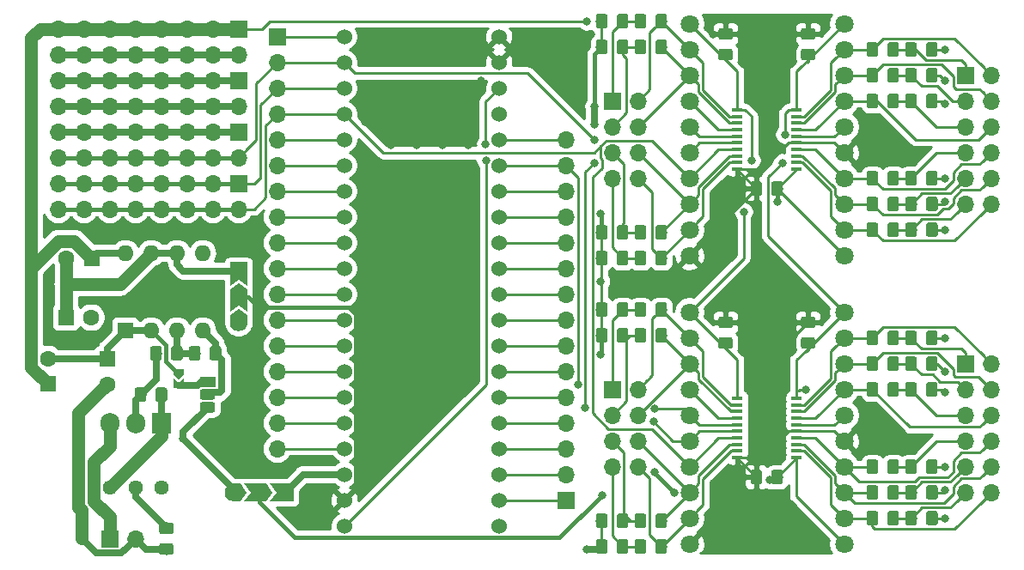
<source format=gbr>
G04 #@! TF.GenerationSoftware,KiCad,Pcbnew,5.1.4*
G04 #@! TF.CreationDate,2019-11-24T22:59:27+01:00*
G04 #@! TF.ProjectId,control_board_prototype,636f6e74-726f-46c5-9f62-6f6172645f70,rev?*
G04 #@! TF.SameCoordinates,Original*
G04 #@! TF.FileFunction,Copper,L1,Top*
G04 #@! TF.FilePolarity,Positive*
%FSLAX46Y46*%
G04 Gerber Fmt 4.6, Leading zero omitted, Abs format (unit mm)*
G04 Created by KiCad (PCBNEW 5.1.4) date 2019-11-24 22:59:27*
%MOMM*%
%LPD*%
G04 APERTURE LIST*
%ADD10O,1.700000X1.700000*%
%ADD11R,1.700000X1.700000*%
%ADD12R,1.000000X0.500000*%
%ADD13C,0.353906*%
%ADD14C,0.100000*%
%ADD15C,0.424616*%
%ADD16R,1.500000X1.050000*%
%ADD17C,1.050000*%
%ADD18O,1.905000X2.000000*%
%ADD19R,1.905000X2.000000*%
%ADD20C,1.150000*%
%ADD21C,1.440000*%
%ADD22C,1.700000*%
%ADD23C,1.600000*%
%ADD24R,1.600000X1.600000*%
%ADD25C,1.800000*%
%ADD26R,1.000000X0.400000*%
%ADD27O,1.600000X1.600000*%
%ADD28C,1.524000*%
%ADD29C,0.800000*%
%ADD30C,0.700000*%
%ADD31C,0.250000*%
%ADD32C,0.400000*%
%ADD33C,1.300000*%
%ADD34C,0.254000*%
G04 APERTURE END LIST*
D10*
X167386000Y-50038000D03*
X167386000Y-47498000D03*
X169926000Y-50038000D03*
X169926000Y-47498000D03*
X172466000Y-50038000D03*
X172466000Y-47498000D03*
X175006000Y-50038000D03*
X175006000Y-47498000D03*
X177546000Y-50038000D03*
X177546000Y-47498000D03*
X180086000Y-50038000D03*
X180086000Y-47498000D03*
X182626000Y-50038000D03*
X182626000Y-47498000D03*
X185166000Y-50038000D03*
D11*
X185166000Y-47498000D03*
D10*
X167386000Y-44958000D03*
X167386000Y-42418000D03*
X169926000Y-44958000D03*
X169926000Y-42418000D03*
X172466000Y-44958000D03*
X172466000Y-42418000D03*
X175006000Y-44958000D03*
X175006000Y-42418000D03*
X177546000Y-44958000D03*
X177546000Y-42418000D03*
X180086000Y-44958000D03*
X180086000Y-42418000D03*
X182626000Y-44958000D03*
X182626000Y-42418000D03*
X185166000Y-44958000D03*
D11*
X185166000Y-42418000D03*
D10*
X167386000Y-39878000D03*
X167386000Y-37338000D03*
X169926000Y-39878000D03*
X169926000Y-37338000D03*
X172466000Y-39878000D03*
X172466000Y-37338000D03*
X175006000Y-39878000D03*
X175006000Y-37338000D03*
X177546000Y-39878000D03*
X177546000Y-37338000D03*
X180086000Y-39878000D03*
X180086000Y-37338000D03*
X182626000Y-39878000D03*
X182626000Y-37338000D03*
X185166000Y-39878000D03*
D11*
X185166000Y-37338000D03*
D10*
X167386000Y-34798000D03*
X167386000Y-32258000D03*
X169926000Y-34798000D03*
X169926000Y-32258000D03*
X172466000Y-34798000D03*
X172466000Y-32258000D03*
X175006000Y-34798000D03*
X175006000Y-32258000D03*
X177546000Y-34798000D03*
X177546000Y-32258000D03*
X180086000Y-34798000D03*
X180086000Y-32258000D03*
X182626000Y-34798000D03*
X182626000Y-32258000D03*
X185166000Y-34798000D03*
D11*
X185166000Y-32258000D03*
D12*
X179291000Y-67410000D03*
D13*
X179291000Y-66610000D03*
D14*
G36*
X179790500Y-66360000D02*
G01*
X179291500Y-66860000D01*
X179290500Y-66860000D01*
X178791500Y-66360000D01*
X179790500Y-66360000D01*
X179790500Y-66360000D01*
G37*
D15*
X179578000Y-67310000D03*
D14*
G36*
X179789778Y-66673957D02*
G01*
X179790486Y-67521778D01*
X179789778Y-67522486D01*
X178941957Y-67521778D01*
X179789778Y-66673957D01*
X179789778Y-66673957D01*
G37*
D15*
X179004000Y-67310000D03*
D14*
G36*
X179640043Y-67521778D02*
G01*
X178792222Y-67522486D01*
X178791514Y-67521778D01*
X178792222Y-66673957D01*
X179640043Y-67521778D01*
X179640043Y-67521778D01*
G37*
D12*
X179291000Y-66110000D03*
D16*
X182118000Y-67056000D03*
D14*
G36*
X182631229Y-69072264D02*
G01*
X182656711Y-69076044D01*
X182681700Y-69082303D01*
X182705954Y-69090982D01*
X182729242Y-69101996D01*
X182751337Y-69115239D01*
X182772028Y-69130585D01*
X182791116Y-69147884D01*
X182808415Y-69166972D01*
X182823761Y-69187663D01*
X182837004Y-69209758D01*
X182848018Y-69233046D01*
X182856697Y-69257300D01*
X182862956Y-69282289D01*
X182866736Y-69307771D01*
X182868000Y-69333500D01*
X182868000Y-69858500D01*
X182866736Y-69884229D01*
X182862956Y-69909711D01*
X182856697Y-69934700D01*
X182848018Y-69958954D01*
X182837004Y-69982242D01*
X182823761Y-70004337D01*
X182808415Y-70025028D01*
X182791116Y-70044116D01*
X182772028Y-70061415D01*
X182751337Y-70076761D01*
X182729242Y-70090004D01*
X182705954Y-70101018D01*
X182681700Y-70109697D01*
X182656711Y-70115956D01*
X182631229Y-70119736D01*
X182605500Y-70121000D01*
X181630500Y-70121000D01*
X181604771Y-70119736D01*
X181579289Y-70115956D01*
X181554300Y-70109697D01*
X181530046Y-70101018D01*
X181506758Y-70090004D01*
X181484663Y-70076761D01*
X181463972Y-70061415D01*
X181444884Y-70044116D01*
X181427585Y-70025028D01*
X181412239Y-70004337D01*
X181398996Y-69982242D01*
X181387982Y-69958954D01*
X181379303Y-69934700D01*
X181373044Y-69909711D01*
X181369264Y-69884229D01*
X181368000Y-69858500D01*
X181368000Y-69333500D01*
X181369264Y-69307771D01*
X181373044Y-69282289D01*
X181379303Y-69257300D01*
X181387982Y-69233046D01*
X181398996Y-69209758D01*
X181412239Y-69187663D01*
X181427585Y-69166972D01*
X181444884Y-69147884D01*
X181463972Y-69130585D01*
X181484663Y-69115239D01*
X181506758Y-69101996D01*
X181530046Y-69090982D01*
X181554300Y-69082303D01*
X181579289Y-69076044D01*
X181604771Y-69072264D01*
X181630500Y-69071000D01*
X182605500Y-69071000D01*
X182631229Y-69072264D01*
X182631229Y-69072264D01*
G37*
D17*
X182118000Y-69596000D03*
D14*
G36*
X182631229Y-67802264D02*
G01*
X182656711Y-67806044D01*
X182681700Y-67812303D01*
X182705954Y-67820982D01*
X182729242Y-67831996D01*
X182751337Y-67845239D01*
X182772028Y-67860585D01*
X182791116Y-67877884D01*
X182808415Y-67896972D01*
X182823761Y-67917663D01*
X182837004Y-67939758D01*
X182848018Y-67963046D01*
X182856697Y-67987300D01*
X182862956Y-68012289D01*
X182866736Y-68037771D01*
X182868000Y-68063500D01*
X182868000Y-68588500D01*
X182866736Y-68614229D01*
X182862956Y-68639711D01*
X182856697Y-68664700D01*
X182848018Y-68688954D01*
X182837004Y-68712242D01*
X182823761Y-68734337D01*
X182808415Y-68755028D01*
X182791116Y-68774116D01*
X182772028Y-68791415D01*
X182751337Y-68806761D01*
X182729242Y-68820004D01*
X182705954Y-68831018D01*
X182681700Y-68839697D01*
X182656711Y-68845956D01*
X182631229Y-68849736D01*
X182605500Y-68851000D01*
X181630500Y-68851000D01*
X181604771Y-68849736D01*
X181579289Y-68845956D01*
X181554300Y-68839697D01*
X181530046Y-68831018D01*
X181506758Y-68820004D01*
X181484663Y-68806761D01*
X181463972Y-68791415D01*
X181444884Y-68774116D01*
X181427585Y-68755028D01*
X181412239Y-68734337D01*
X181398996Y-68712242D01*
X181387982Y-68688954D01*
X181379303Y-68664700D01*
X181373044Y-68639711D01*
X181369264Y-68614229D01*
X181368000Y-68588500D01*
X181368000Y-68063500D01*
X181369264Y-68037771D01*
X181373044Y-68012289D01*
X181379303Y-67987300D01*
X181387982Y-67963046D01*
X181398996Y-67939758D01*
X181412239Y-67917663D01*
X181427585Y-67896972D01*
X181444884Y-67877884D01*
X181463972Y-67860585D01*
X181484663Y-67845239D01*
X181506758Y-67831996D01*
X181530046Y-67820982D01*
X181554300Y-67812303D01*
X181579289Y-67806044D01*
X181604771Y-67802264D01*
X181630500Y-67801000D01*
X182605500Y-67801000D01*
X182631229Y-67802264D01*
X182631229Y-67802264D01*
G37*
D17*
X182118000Y-68326000D03*
D18*
X172466000Y-71120000D03*
X175006000Y-71120000D03*
D19*
X177546000Y-71120000D03*
D11*
X256794000Y-36830000D03*
D10*
X259334000Y-36830000D03*
X256794000Y-39370000D03*
X259334000Y-39370000D03*
X256794000Y-41910000D03*
X259334000Y-41910000D03*
X256794000Y-44450000D03*
X259334000Y-44450000D03*
X256794000Y-46990000D03*
X259334000Y-46990000D03*
X256794000Y-49530000D03*
X259334000Y-49530000D03*
D14*
G36*
X183247505Y-63563204D02*
G01*
X183271773Y-63566804D01*
X183295572Y-63572765D01*
X183318671Y-63581030D01*
X183340850Y-63591520D01*
X183361893Y-63604132D01*
X183381599Y-63618747D01*
X183399777Y-63635223D01*
X183416253Y-63653401D01*
X183430868Y-63673107D01*
X183443480Y-63694150D01*
X183453970Y-63716329D01*
X183462235Y-63739428D01*
X183468196Y-63763227D01*
X183471796Y-63787495D01*
X183473000Y-63811999D01*
X183473000Y-64712001D01*
X183471796Y-64736505D01*
X183468196Y-64760773D01*
X183462235Y-64784572D01*
X183453970Y-64807671D01*
X183443480Y-64829850D01*
X183430868Y-64850893D01*
X183416253Y-64870599D01*
X183399777Y-64888777D01*
X183381599Y-64905253D01*
X183361893Y-64919868D01*
X183340850Y-64932480D01*
X183318671Y-64942970D01*
X183295572Y-64951235D01*
X183271773Y-64957196D01*
X183247505Y-64960796D01*
X183223001Y-64962000D01*
X182572999Y-64962000D01*
X182548495Y-64960796D01*
X182524227Y-64957196D01*
X182500428Y-64951235D01*
X182477329Y-64942970D01*
X182455150Y-64932480D01*
X182434107Y-64919868D01*
X182414401Y-64905253D01*
X182396223Y-64888777D01*
X182379747Y-64870599D01*
X182365132Y-64850893D01*
X182352520Y-64829850D01*
X182342030Y-64807671D01*
X182333765Y-64784572D01*
X182327804Y-64760773D01*
X182324204Y-64736505D01*
X182323000Y-64712001D01*
X182323000Y-63811999D01*
X182324204Y-63787495D01*
X182327804Y-63763227D01*
X182333765Y-63739428D01*
X182342030Y-63716329D01*
X182352520Y-63694150D01*
X182365132Y-63673107D01*
X182379747Y-63653401D01*
X182396223Y-63635223D01*
X182414401Y-63618747D01*
X182434107Y-63604132D01*
X182455150Y-63591520D01*
X182477329Y-63581030D01*
X182500428Y-63572765D01*
X182524227Y-63566804D01*
X182548495Y-63563204D01*
X182572999Y-63562000D01*
X183223001Y-63562000D01*
X183247505Y-63563204D01*
X183247505Y-63563204D01*
G37*
D20*
X182898000Y-64262000D03*
D14*
G36*
X181197505Y-63563204D02*
G01*
X181221773Y-63566804D01*
X181245572Y-63572765D01*
X181268671Y-63581030D01*
X181290850Y-63591520D01*
X181311893Y-63604132D01*
X181331599Y-63618747D01*
X181349777Y-63635223D01*
X181366253Y-63653401D01*
X181380868Y-63673107D01*
X181393480Y-63694150D01*
X181403970Y-63716329D01*
X181412235Y-63739428D01*
X181418196Y-63763227D01*
X181421796Y-63787495D01*
X181423000Y-63811999D01*
X181423000Y-64712001D01*
X181421796Y-64736505D01*
X181418196Y-64760773D01*
X181412235Y-64784572D01*
X181403970Y-64807671D01*
X181393480Y-64829850D01*
X181380868Y-64850893D01*
X181366253Y-64870599D01*
X181349777Y-64888777D01*
X181331599Y-64905253D01*
X181311893Y-64919868D01*
X181290850Y-64932480D01*
X181268671Y-64942970D01*
X181245572Y-64951235D01*
X181221773Y-64957196D01*
X181197505Y-64960796D01*
X181173001Y-64962000D01*
X180522999Y-64962000D01*
X180498495Y-64960796D01*
X180474227Y-64957196D01*
X180450428Y-64951235D01*
X180427329Y-64942970D01*
X180405150Y-64932480D01*
X180384107Y-64919868D01*
X180364401Y-64905253D01*
X180346223Y-64888777D01*
X180329747Y-64870599D01*
X180315132Y-64850893D01*
X180302520Y-64829850D01*
X180292030Y-64807671D01*
X180283765Y-64784572D01*
X180277804Y-64760773D01*
X180274204Y-64736505D01*
X180273000Y-64712001D01*
X180273000Y-63811999D01*
X180274204Y-63787495D01*
X180277804Y-63763227D01*
X180283765Y-63739428D01*
X180292030Y-63716329D01*
X180302520Y-63694150D01*
X180315132Y-63673107D01*
X180329747Y-63653401D01*
X180346223Y-63635223D01*
X180364401Y-63618747D01*
X180384107Y-63604132D01*
X180405150Y-63591520D01*
X180427329Y-63581030D01*
X180450428Y-63572765D01*
X180474227Y-63566804D01*
X180498495Y-63563204D01*
X180522999Y-63562000D01*
X181173001Y-63562000D01*
X181197505Y-63563204D01*
X181197505Y-63563204D01*
G37*
D20*
X180848000Y-64262000D03*
D14*
G36*
X179437505Y-63563204D02*
G01*
X179461773Y-63566804D01*
X179485572Y-63572765D01*
X179508671Y-63581030D01*
X179530850Y-63591520D01*
X179551893Y-63604132D01*
X179571599Y-63618747D01*
X179589777Y-63635223D01*
X179606253Y-63653401D01*
X179620868Y-63673107D01*
X179633480Y-63694150D01*
X179643970Y-63716329D01*
X179652235Y-63739428D01*
X179658196Y-63763227D01*
X179661796Y-63787495D01*
X179663000Y-63811999D01*
X179663000Y-64712001D01*
X179661796Y-64736505D01*
X179658196Y-64760773D01*
X179652235Y-64784572D01*
X179643970Y-64807671D01*
X179633480Y-64829850D01*
X179620868Y-64850893D01*
X179606253Y-64870599D01*
X179589777Y-64888777D01*
X179571599Y-64905253D01*
X179551893Y-64919868D01*
X179530850Y-64932480D01*
X179508671Y-64942970D01*
X179485572Y-64951235D01*
X179461773Y-64957196D01*
X179437505Y-64960796D01*
X179413001Y-64962000D01*
X178762999Y-64962000D01*
X178738495Y-64960796D01*
X178714227Y-64957196D01*
X178690428Y-64951235D01*
X178667329Y-64942970D01*
X178645150Y-64932480D01*
X178624107Y-64919868D01*
X178604401Y-64905253D01*
X178586223Y-64888777D01*
X178569747Y-64870599D01*
X178555132Y-64850893D01*
X178542520Y-64829850D01*
X178532030Y-64807671D01*
X178523765Y-64784572D01*
X178517804Y-64760773D01*
X178514204Y-64736505D01*
X178513000Y-64712001D01*
X178513000Y-63811999D01*
X178514204Y-63787495D01*
X178517804Y-63763227D01*
X178523765Y-63739428D01*
X178532030Y-63716329D01*
X178542520Y-63694150D01*
X178555132Y-63673107D01*
X178569747Y-63653401D01*
X178586223Y-63635223D01*
X178604401Y-63618747D01*
X178624107Y-63604132D01*
X178645150Y-63591520D01*
X178667329Y-63581030D01*
X178690428Y-63572765D01*
X178714227Y-63566804D01*
X178738495Y-63563204D01*
X178762999Y-63562000D01*
X179413001Y-63562000D01*
X179437505Y-63563204D01*
X179437505Y-63563204D01*
G37*
D20*
X179088000Y-64262000D03*
D14*
G36*
X177387505Y-63563204D02*
G01*
X177411773Y-63566804D01*
X177435572Y-63572765D01*
X177458671Y-63581030D01*
X177480850Y-63591520D01*
X177501893Y-63604132D01*
X177521599Y-63618747D01*
X177539777Y-63635223D01*
X177556253Y-63653401D01*
X177570868Y-63673107D01*
X177583480Y-63694150D01*
X177593970Y-63716329D01*
X177602235Y-63739428D01*
X177608196Y-63763227D01*
X177611796Y-63787495D01*
X177613000Y-63811999D01*
X177613000Y-64712001D01*
X177611796Y-64736505D01*
X177608196Y-64760773D01*
X177602235Y-64784572D01*
X177593970Y-64807671D01*
X177583480Y-64829850D01*
X177570868Y-64850893D01*
X177556253Y-64870599D01*
X177539777Y-64888777D01*
X177521599Y-64905253D01*
X177501893Y-64919868D01*
X177480850Y-64932480D01*
X177458671Y-64942970D01*
X177435572Y-64951235D01*
X177411773Y-64957196D01*
X177387505Y-64960796D01*
X177363001Y-64962000D01*
X176712999Y-64962000D01*
X176688495Y-64960796D01*
X176664227Y-64957196D01*
X176640428Y-64951235D01*
X176617329Y-64942970D01*
X176595150Y-64932480D01*
X176574107Y-64919868D01*
X176554401Y-64905253D01*
X176536223Y-64888777D01*
X176519747Y-64870599D01*
X176505132Y-64850893D01*
X176492520Y-64829850D01*
X176482030Y-64807671D01*
X176473765Y-64784572D01*
X176467804Y-64760773D01*
X176464204Y-64736505D01*
X176463000Y-64712001D01*
X176463000Y-63811999D01*
X176464204Y-63787495D01*
X176467804Y-63763227D01*
X176473765Y-63739428D01*
X176482030Y-63716329D01*
X176492520Y-63694150D01*
X176505132Y-63673107D01*
X176519747Y-63653401D01*
X176536223Y-63635223D01*
X176554401Y-63618747D01*
X176574107Y-63604132D01*
X176595150Y-63591520D01*
X176617329Y-63581030D01*
X176640428Y-63572765D01*
X176664227Y-63566804D01*
X176688495Y-63563204D01*
X176712999Y-63562000D01*
X177363001Y-63562000D01*
X177387505Y-63563204D01*
X177387505Y-63563204D01*
G37*
D20*
X177038000Y-64262000D03*
D14*
G36*
X178528505Y-83001204D02*
G01*
X178552773Y-83004804D01*
X178576572Y-83010765D01*
X178599671Y-83019030D01*
X178621850Y-83029520D01*
X178642893Y-83042132D01*
X178662599Y-83056747D01*
X178680777Y-83073223D01*
X178697253Y-83091401D01*
X178711868Y-83111107D01*
X178724480Y-83132150D01*
X178734970Y-83154329D01*
X178743235Y-83177428D01*
X178749196Y-83201227D01*
X178752796Y-83225495D01*
X178754000Y-83249999D01*
X178754000Y-83900001D01*
X178752796Y-83924505D01*
X178749196Y-83948773D01*
X178743235Y-83972572D01*
X178734970Y-83995671D01*
X178724480Y-84017850D01*
X178711868Y-84038893D01*
X178697253Y-84058599D01*
X178680777Y-84076777D01*
X178662599Y-84093253D01*
X178642893Y-84107868D01*
X178621850Y-84120480D01*
X178599671Y-84130970D01*
X178576572Y-84139235D01*
X178552773Y-84145196D01*
X178528505Y-84148796D01*
X178504001Y-84150000D01*
X177603999Y-84150000D01*
X177579495Y-84148796D01*
X177555227Y-84145196D01*
X177531428Y-84139235D01*
X177508329Y-84130970D01*
X177486150Y-84120480D01*
X177465107Y-84107868D01*
X177445401Y-84093253D01*
X177427223Y-84076777D01*
X177410747Y-84058599D01*
X177396132Y-84038893D01*
X177383520Y-84017850D01*
X177373030Y-83995671D01*
X177364765Y-83972572D01*
X177358804Y-83948773D01*
X177355204Y-83924505D01*
X177354000Y-83900001D01*
X177354000Y-83249999D01*
X177355204Y-83225495D01*
X177358804Y-83201227D01*
X177364765Y-83177428D01*
X177373030Y-83154329D01*
X177383520Y-83132150D01*
X177396132Y-83111107D01*
X177410747Y-83091401D01*
X177427223Y-83073223D01*
X177445401Y-83056747D01*
X177465107Y-83042132D01*
X177486150Y-83029520D01*
X177508329Y-83019030D01*
X177531428Y-83010765D01*
X177555227Y-83004804D01*
X177579495Y-83001204D01*
X177603999Y-83000000D01*
X178504001Y-83000000D01*
X178528505Y-83001204D01*
X178528505Y-83001204D01*
G37*
D20*
X178054000Y-83575000D03*
D14*
G36*
X178528505Y-80951204D02*
G01*
X178552773Y-80954804D01*
X178576572Y-80960765D01*
X178599671Y-80969030D01*
X178621850Y-80979520D01*
X178642893Y-80992132D01*
X178662599Y-81006747D01*
X178680777Y-81023223D01*
X178697253Y-81041401D01*
X178711868Y-81061107D01*
X178724480Y-81082150D01*
X178734970Y-81104329D01*
X178743235Y-81127428D01*
X178749196Y-81151227D01*
X178752796Y-81175495D01*
X178754000Y-81199999D01*
X178754000Y-81850001D01*
X178752796Y-81874505D01*
X178749196Y-81898773D01*
X178743235Y-81922572D01*
X178734970Y-81945671D01*
X178724480Y-81967850D01*
X178711868Y-81988893D01*
X178697253Y-82008599D01*
X178680777Y-82026777D01*
X178662599Y-82043253D01*
X178642893Y-82057868D01*
X178621850Y-82070480D01*
X178599671Y-82080970D01*
X178576572Y-82089235D01*
X178552773Y-82095196D01*
X178528505Y-82098796D01*
X178504001Y-82100000D01*
X177603999Y-82100000D01*
X177579495Y-82098796D01*
X177555227Y-82095196D01*
X177531428Y-82089235D01*
X177508329Y-82080970D01*
X177486150Y-82070480D01*
X177465107Y-82057868D01*
X177445401Y-82043253D01*
X177427223Y-82026777D01*
X177410747Y-82008599D01*
X177396132Y-81988893D01*
X177383520Y-81967850D01*
X177373030Y-81945671D01*
X177364765Y-81922572D01*
X177358804Y-81898773D01*
X177355204Y-81874505D01*
X177354000Y-81850001D01*
X177354000Y-81199999D01*
X177355204Y-81175495D01*
X177358804Y-81151227D01*
X177364765Y-81127428D01*
X177373030Y-81104329D01*
X177383520Y-81082150D01*
X177396132Y-81061107D01*
X177410747Y-81041401D01*
X177427223Y-81023223D01*
X177445401Y-81006747D01*
X177465107Y-80992132D01*
X177486150Y-80979520D01*
X177508329Y-80969030D01*
X177531428Y-80960765D01*
X177555227Y-80954804D01*
X177579495Y-80951204D01*
X177603999Y-80950000D01*
X178504001Y-80950000D01*
X178528505Y-80951204D01*
X178528505Y-80951204D01*
G37*
D20*
X178054000Y-81525000D03*
D21*
X177546000Y-77470000D03*
X175006000Y-77470000D03*
X172466000Y-77470000D03*
D14*
G36*
X177913505Y-67636204D02*
G01*
X177937773Y-67639804D01*
X177961572Y-67645765D01*
X177984671Y-67654030D01*
X178006850Y-67664520D01*
X178027893Y-67677132D01*
X178047599Y-67691747D01*
X178065777Y-67708223D01*
X178082253Y-67726401D01*
X178096868Y-67746107D01*
X178109480Y-67767150D01*
X178119970Y-67789329D01*
X178128235Y-67812428D01*
X178134196Y-67836227D01*
X178137796Y-67860495D01*
X178139000Y-67884999D01*
X178139000Y-68785001D01*
X178137796Y-68809505D01*
X178134196Y-68833773D01*
X178128235Y-68857572D01*
X178119970Y-68880671D01*
X178109480Y-68902850D01*
X178096868Y-68923893D01*
X178082253Y-68943599D01*
X178065777Y-68961777D01*
X178047599Y-68978253D01*
X178027893Y-68992868D01*
X178006850Y-69005480D01*
X177984671Y-69015970D01*
X177961572Y-69024235D01*
X177937773Y-69030196D01*
X177913505Y-69033796D01*
X177889001Y-69035000D01*
X177238999Y-69035000D01*
X177214495Y-69033796D01*
X177190227Y-69030196D01*
X177166428Y-69024235D01*
X177143329Y-69015970D01*
X177121150Y-69005480D01*
X177100107Y-68992868D01*
X177080401Y-68978253D01*
X177062223Y-68961777D01*
X177045747Y-68943599D01*
X177031132Y-68923893D01*
X177018520Y-68902850D01*
X177008030Y-68880671D01*
X176999765Y-68857572D01*
X176993804Y-68833773D01*
X176990204Y-68809505D01*
X176989000Y-68785001D01*
X176989000Y-67884999D01*
X176990204Y-67860495D01*
X176993804Y-67836227D01*
X176999765Y-67812428D01*
X177008030Y-67789329D01*
X177018520Y-67767150D01*
X177031132Y-67746107D01*
X177045747Y-67726401D01*
X177062223Y-67708223D01*
X177080401Y-67691747D01*
X177100107Y-67677132D01*
X177121150Y-67664520D01*
X177143329Y-67654030D01*
X177166428Y-67645765D01*
X177190227Y-67639804D01*
X177214495Y-67636204D01*
X177238999Y-67635000D01*
X177889001Y-67635000D01*
X177913505Y-67636204D01*
X177913505Y-67636204D01*
G37*
D20*
X177564000Y-68335000D03*
D14*
G36*
X175863505Y-67636204D02*
G01*
X175887773Y-67639804D01*
X175911572Y-67645765D01*
X175934671Y-67654030D01*
X175956850Y-67664520D01*
X175977893Y-67677132D01*
X175997599Y-67691747D01*
X176015777Y-67708223D01*
X176032253Y-67726401D01*
X176046868Y-67746107D01*
X176059480Y-67767150D01*
X176069970Y-67789329D01*
X176078235Y-67812428D01*
X176084196Y-67836227D01*
X176087796Y-67860495D01*
X176089000Y-67884999D01*
X176089000Y-68785001D01*
X176087796Y-68809505D01*
X176084196Y-68833773D01*
X176078235Y-68857572D01*
X176069970Y-68880671D01*
X176059480Y-68902850D01*
X176046868Y-68923893D01*
X176032253Y-68943599D01*
X176015777Y-68961777D01*
X175997599Y-68978253D01*
X175977893Y-68992868D01*
X175956850Y-69005480D01*
X175934671Y-69015970D01*
X175911572Y-69024235D01*
X175887773Y-69030196D01*
X175863505Y-69033796D01*
X175839001Y-69035000D01*
X175188999Y-69035000D01*
X175164495Y-69033796D01*
X175140227Y-69030196D01*
X175116428Y-69024235D01*
X175093329Y-69015970D01*
X175071150Y-69005480D01*
X175050107Y-68992868D01*
X175030401Y-68978253D01*
X175012223Y-68961777D01*
X174995747Y-68943599D01*
X174981132Y-68923893D01*
X174968520Y-68902850D01*
X174958030Y-68880671D01*
X174949765Y-68857572D01*
X174943804Y-68833773D01*
X174940204Y-68809505D01*
X174939000Y-68785001D01*
X174939000Y-67884999D01*
X174940204Y-67860495D01*
X174943804Y-67836227D01*
X174949765Y-67812428D01*
X174958030Y-67789329D01*
X174968520Y-67767150D01*
X174981132Y-67746107D01*
X174995747Y-67726401D01*
X175012223Y-67708223D01*
X175030401Y-67691747D01*
X175050107Y-67677132D01*
X175071150Y-67664520D01*
X175093329Y-67654030D01*
X175116428Y-67645765D01*
X175140227Y-67639804D01*
X175164495Y-67636204D01*
X175188999Y-67635000D01*
X175839001Y-67635000D01*
X175863505Y-67636204D01*
X175863505Y-67636204D01*
G37*
D20*
X175514000Y-68335000D03*
D22*
X184658000Y-77978000D03*
D14*
G36*
X184658000Y-78826976D02*
G01*
X184616292Y-78826976D01*
X184533279Y-78818800D01*
X184451467Y-78802527D01*
X184371644Y-78778312D01*
X184294578Y-78746391D01*
X184221013Y-78707069D01*
X184151656Y-78660726D01*
X184087175Y-78607808D01*
X184028192Y-78548825D01*
X183975274Y-78484344D01*
X183928931Y-78414987D01*
X183889609Y-78341422D01*
X183857688Y-78264356D01*
X183833473Y-78184533D01*
X183817200Y-78102721D01*
X183809024Y-78019708D01*
X183809024Y-77936292D01*
X183817200Y-77853279D01*
X183833473Y-77771467D01*
X183857688Y-77691644D01*
X183889609Y-77614578D01*
X183928931Y-77541013D01*
X183975274Y-77471656D01*
X184028192Y-77407175D01*
X184087175Y-77348192D01*
X184151656Y-77295274D01*
X184221013Y-77248931D01*
X184294578Y-77209609D01*
X184371644Y-77177688D01*
X184451467Y-77153473D01*
X184533279Y-77137200D01*
X184616292Y-77129024D01*
X184658000Y-77129024D01*
X184658000Y-77128000D01*
X185358000Y-77128000D01*
X185958000Y-77978000D01*
X185358000Y-78828000D01*
X184658000Y-78828000D01*
X184658000Y-78826976D01*
X184658000Y-78826976D01*
G37*
D22*
X187198000Y-77978000D03*
D14*
G36*
X186348000Y-77978000D02*
G01*
X185748000Y-77128000D01*
X187898000Y-77128000D01*
X188498000Y-77978000D01*
X187898000Y-78828000D01*
X185748000Y-78828000D01*
X186348000Y-77978000D01*
X186348000Y-77978000D01*
G37*
D22*
X189738000Y-77978000D03*
D14*
G36*
X188888000Y-77978000D02*
G01*
X188288000Y-77128000D01*
X190588000Y-77128000D01*
X190588000Y-78828000D01*
X188288000Y-78828000D01*
X188888000Y-77978000D01*
X188888000Y-77978000D01*
G37*
D22*
X185166000Y-61214000D03*
D14*
G36*
X186014976Y-61214000D02*
G01*
X186014976Y-61255708D01*
X186006800Y-61338721D01*
X185990527Y-61420533D01*
X185966312Y-61500356D01*
X185934391Y-61577422D01*
X185895069Y-61650987D01*
X185848726Y-61720344D01*
X185795808Y-61784825D01*
X185736825Y-61843808D01*
X185672344Y-61896726D01*
X185602987Y-61943069D01*
X185529422Y-61982391D01*
X185452356Y-62014312D01*
X185372533Y-62038527D01*
X185290721Y-62054800D01*
X185207708Y-62062976D01*
X185124292Y-62062976D01*
X185041279Y-62054800D01*
X184959467Y-62038527D01*
X184879644Y-62014312D01*
X184802578Y-61982391D01*
X184729013Y-61943069D01*
X184659656Y-61896726D01*
X184595175Y-61843808D01*
X184536192Y-61784825D01*
X184483274Y-61720344D01*
X184436931Y-61650987D01*
X184397609Y-61577422D01*
X184365688Y-61500356D01*
X184341473Y-61420533D01*
X184325200Y-61338721D01*
X184317024Y-61255708D01*
X184317024Y-61214000D01*
X184316000Y-61214000D01*
X184316000Y-60514000D01*
X185166000Y-59914000D01*
X186016000Y-60514000D01*
X186016000Y-61214000D01*
X186014976Y-61214000D01*
X186014976Y-61214000D01*
G37*
D22*
X185166000Y-58674000D03*
D14*
G36*
X185166000Y-59524000D02*
G01*
X184316000Y-60124000D01*
X184316000Y-57974000D01*
X185166000Y-57374000D01*
X186016000Y-57974000D01*
X186016000Y-60124000D01*
X185166000Y-59524000D01*
X185166000Y-59524000D01*
G37*
D22*
X185166000Y-56134000D03*
D14*
G36*
X185166000Y-56984000D02*
G01*
X184316000Y-57584000D01*
X184316000Y-55284000D01*
X186016000Y-55284000D01*
X186016000Y-57584000D01*
X185166000Y-56984000D01*
X185166000Y-56984000D01*
G37*
D11*
X172466000Y-82550000D03*
D10*
X175006000Y-82550000D03*
D23*
X170648000Y-60706000D03*
D24*
X168148000Y-60706000D03*
D23*
X168188000Y-54864000D03*
D24*
X170688000Y-54864000D03*
D23*
X172212000Y-67350000D03*
D24*
X172212000Y-64850000D03*
D23*
X166370000Y-64770000D03*
D24*
X166370000Y-67270000D03*
D14*
G36*
X223370505Y-54165204D02*
G01*
X223394773Y-54168804D01*
X223418572Y-54174765D01*
X223441671Y-54183030D01*
X223463850Y-54193520D01*
X223484893Y-54206132D01*
X223504599Y-54220747D01*
X223522777Y-54237223D01*
X223539253Y-54255401D01*
X223553868Y-54275107D01*
X223566480Y-54296150D01*
X223576970Y-54318329D01*
X223585235Y-54341428D01*
X223591196Y-54365227D01*
X223594796Y-54389495D01*
X223596000Y-54413999D01*
X223596000Y-55314001D01*
X223594796Y-55338505D01*
X223591196Y-55362773D01*
X223585235Y-55386572D01*
X223576970Y-55409671D01*
X223566480Y-55431850D01*
X223553868Y-55452893D01*
X223539253Y-55472599D01*
X223522777Y-55490777D01*
X223504599Y-55507253D01*
X223484893Y-55521868D01*
X223463850Y-55534480D01*
X223441671Y-55544970D01*
X223418572Y-55553235D01*
X223394773Y-55559196D01*
X223370505Y-55562796D01*
X223346001Y-55564000D01*
X222695999Y-55564000D01*
X222671495Y-55562796D01*
X222647227Y-55559196D01*
X222623428Y-55553235D01*
X222600329Y-55544970D01*
X222578150Y-55534480D01*
X222557107Y-55521868D01*
X222537401Y-55507253D01*
X222519223Y-55490777D01*
X222502747Y-55472599D01*
X222488132Y-55452893D01*
X222475520Y-55431850D01*
X222465030Y-55409671D01*
X222456765Y-55386572D01*
X222450804Y-55362773D01*
X222447204Y-55338505D01*
X222446000Y-55314001D01*
X222446000Y-54413999D01*
X222447204Y-54389495D01*
X222450804Y-54365227D01*
X222456765Y-54341428D01*
X222465030Y-54318329D01*
X222475520Y-54296150D01*
X222488132Y-54275107D01*
X222502747Y-54255401D01*
X222519223Y-54237223D01*
X222537401Y-54220747D01*
X222557107Y-54206132D01*
X222578150Y-54193520D01*
X222600329Y-54183030D01*
X222623428Y-54174765D01*
X222647227Y-54168804D01*
X222671495Y-54165204D01*
X222695999Y-54164000D01*
X223346001Y-54164000D01*
X223370505Y-54165204D01*
X223370505Y-54165204D01*
G37*
D20*
X223021000Y-54864000D03*
D14*
G36*
X221320505Y-54165204D02*
G01*
X221344773Y-54168804D01*
X221368572Y-54174765D01*
X221391671Y-54183030D01*
X221413850Y-54193520D01*
X221434893Y-54206132D01*
X221454599Y-54220747D01*
X221472777Y-54237223D01*
X221489253Y-54255401D01*
X221503868Y-54275107D01*
X221516480Y-54296150D01*
X221526970Y-54318329D01*
X221535235Y-54341428D01*
X221541196Y-54365227D01*
X221544796Y-54389495D01*
X221546000Y-54413999D01*
X221546000Y-55314001D01*
X221544796Y-55338505D01*
X221541196Y-55362773D01*
X221535235Y-55386572D01*
X221526970Y-55409671D01*
X221516480Y-55431850D01*
X221503868Y-55452893D01*
X221489253Y-55472599D01*
X221472777Y-55490777D01*
X221454599Y-55507253D01*
X221434893Y-55521868D01*
X221413850Y-55534480D01*
X221391671Y-55544970D01*
X221368572Y-55553235D01*
X221344773Y-55559196D01*
X221320505Y-55562796D01*
X221296001Y-55564000D01*
X220645999Y-55564000D01*
X220621495Y-55562796D01*
X220597227Y-55559196D01*
X220573428Y-55553235D01*
X220550329Y-55544970D01*
X220528150Y-55534480D01*
X220507107Y-55521868D01*
X220487401Y-55507253D01*
X220469223Y-55490777D01*
X220452747Y-55472599D01*
X220438132Y-55452893D01*
X220425520Y-55431850D01*
X220415030Y-55409671D01*
X220406765Y-55386572D01*
X220400804Y-55362773D01*
X220397204Y-55338505D01*
X220396000Y-55314001D01*
X220396000Y-54413999D01*
X220397204Y-54389495D01*
X220400804Y-54365227D01*
X220406765Y-54341428D01*
X220415030Y-54318329D01*
X220425520Y-54296150D01*
X220438132Y-54275107D01*
X220452747Y-54255401D01*
X220469223Y-54237223D01*
X220487401Y-54220747D01*
X220507107Y-54206132D01*
X220528150Y-54193520D01*
X220550329Y-54183030D01*
X220573428Y-54174765D01*
X220597227Y-54168804D01*
X220621495Y-54165204D01*
X220645999Y-54164000D01*
X221296001Y-54164000D01*
X221320505Y-54165204D01*
X221320505Y-54165204D01*
G37*
D20*
X220971000Y-54864000D03*
D14*
G36*
X223370505Y-33337204D02*
G01*
X223394773Y-33340804D01*
X223418572Y-33346765D01*
X223441671Y-33355030D01*
X223463850Y-33365520D01*
X223484893Y-33378132D01*
X223504599Y-33392747D01*
X223522777Y-33409223D01*
X223539253Y-33427401D01*
X223553868Y-33447107D01*
X223566480Y-33468150D01*
X223576970Y-33490329D01*
X223585235Y-33513428D01*
X223591196Y-33537227D01*
X223594796Y-33561495D01*
X223596000Y-33585999D01*
X223596000Y-34486001D01*
X223594796Y-34510505D01*
X223591196Y-34534773D01*
X223585235Y-34558572D01*
X223576970Y-34581671D01*
X223566480Y-34603850D01*
X223553868Y-34624893D01*
X223539253Y-34644599D01*
X223522777Y-34662777D01*
X223504599Y-34679253D01*
X223484893Y-34693868D01*
X223463850Y-34706480D01*
X223441671Y-34716970D01*
X223418572Y-34725235D01*
X223394773Y-34731196D01*
X223370505Y-34734796D01*
X223346001Y-34736000D01*
X222695999Y-34736000D01*
X222671495Y-34734796D01*
X222647227Y-34731196D01*
X222623428Y-34725235D01*
X222600329Y-34716970D01*
X222578150Y-34706480D01*
X222557107Y-34693868D01*
X222537401Y-34679253D01*
X222519223Y-34662777D01*
X222502747Y-34644599D01*
X222488132Y-34624893D01*
X222475520Y-34603850D01*
X222465030Y-34581671D01*
X222456765Y-34558572D01*
X222450804Y-34534773D01*
X222447204Y-34510505D01*
X222446000Y-34486001D01*
X222446000Y-33585999D01*
X222447204Y-33561495D01*
X222450804Y-33537227D01*
X222456765Y-33513428D01*
X222465030Y-33490329D01*
X222475520Y-33468150D01*
X222488132Y-33447107D01*
X222502747Y-33427401D01*
X222519223Y-33409223D01*
X222537401Y-33392747D01*
X222557107Y-33378132D01*
X222578150Y-33365520D01*
X222600329Y-33355030D01*
X222623428Y-33346765D01*
X222647227Y-33340804D01*
X222671495Y-33337204D01*
X222695999Y-33336000D01*
X223346001Y-33336000D01*
X223370505Y-33337204D01*
X223370505Y-33337204D01*
G37*
D20*
X223021000Y-34036000D03*
D14*
G36*
X221320505Y-33337204D02*
G01*
X221344773Y-33340804D01*
X221368572Y-33346765D01*
X221391671Y-33355030D01*
X221413850Y-33365520D01*
X221434893Y-33378132D01*
X221454599Y-33392747D01*
X221472777Y-33409223D01*
X221489253Y-33427401D01*
X221503868Y-33447107D01*
X221516480Y-33468150D01*
X221526970Y-33490329D01*
X221535235Y-33513428D01*
X221541196Y-33537227D01*
X221544796Y-33561495D01*
X221546000Y-33585999D01*
X221546000Y-34486001D01*
X221544796Y-34510505D01*
X221541196Y-34534773D01*
X221535235Y-34558572D01*
X221526970Y-34581671D01*
X221516480Y-34603850D01*
X221503868Y-34624893D01*
X221489253Y-34644599D01*
X221472777Y-34662777D01*
X221454599Y-34679253D01*
X221434893Y-34693868D01*
X221413850Y-34706480D01*
X221391671Y-34716970D01*
X221368572Y-34725235D01*
X221344773Y-34731196D01*
X221320505Y-34734796D01*
X221296001Y-34736000D01*
X220645999Y-34736000D01*
X220621495Y-34734796D01*
X220597227Y-34731196D01*
X220573428Y-34725235D01*
X220550329Y-34716970D01*
X220528150Y-34706480D01*
X220507107Y-34693868D01*
X220487401Y-34679253D01*
X220469223Y-34662777D01*
X220452747Y-34644599D01*
X220438132Y-34624893D01*
X220425520Y-34603850D01*
X220415030Y-34581671D01*
X220406765Y-34558572D01*
X220400804Y-34534773D01*
X220397204Y-34510505D01*
X220396000Y-34486001D01*
X220396000Y-33585999D01*
X220397204Y-33561495D01*
X220400804Y-33537227D01*
X220406765Y-33513428D01*
X220415030Y-33490329D01*
X220425520Y-33468150D01*
X220438132Y-33447107D01*
X220452747Y-33427401D01*
X220469223Y-33409223D01*
X220487401Y-33392747D01*
X220507107Y-33378132D01*
X220528150Y-33365520D01*
X220550329Y-33355030D01*
X220573428Y-33346765D01*
X220597227Y-33340804D01*
X220621495Y-33337204D01*
X220645999Y-33336000D01*
X221296001Y-33336000D01*
X221320505Y-33337204D01*
X221320505Y-33337204D01*
G37*
D20*
X220971000Y-34036000D03*
D14*
G36*
X251800505Y-33591204D02*
G01*
X251824773Y-33594804D01*
X251848572Y-33600765D01*
X251871671Y-33609030D01*
X251893850Y-33619520D01*
X251914893Y-33632132D01*
X251934599Y-33646747D01*
X251952777Y-33663223D01*
X251969253Y-33681401D01*
X251983868Y-33701107D01*
X251996480Y-33722150D01*
X252006970Y-33744329D01*
X252015235Y-33767428D01*
X252021196Y-33791227D01*
X252024796Y-33815495D01*
X252026000Y-33839999D01*
X252026000Y-34740001D01*
X252024796Y-34764505D01*
X252021196Y-34788773D01*
X252015235Y-34812572D01*
X252006970Y-34835671D01*
X251996480Y-34857850D01*
X251983868Y-34878893D01*
X251969253Y-34898599D01*
X251952777Y-34916777D01*
X251934599Y-34933253D01*
X251914893Y-34947868D01*
X251893850Y-34960480D01*
X251871671Y-34970970D01*
X251848572Y-34979235D01*
X251824773Y-34985196D01*
X251800505Y-34988796D01*
X251776001Y-34990000D01*
X251125999Y-34990000D01*
X251101495Y-34988796D01*
X251077227Y-34985196D01*
X251053428Y-34979235D01*
X251030329Y-34970970D01*
X251008150Y-34960480D01*
X250987107Y-34947868D01*
X250967401Y-34933253D01*
X250949223Y-34916777D01*
X250932747Y-34898599D01*
X250918132Y-34878893D01*
X250905520Y-34857850D01*
X250895030Y-34835671D01*
X250886765Y-34812572D01*
X250880804Y-34788773D01*
X250877204Y-34764505D01*
X250876000Y-34740001D01*
X250876000Y-33839999D01*
X250877204Y-33815495D01*
X250880804Y-33791227D01*
X250886765Y-33767428D01*
X250895030Y-33744329D01*
X250905520Y-33722150D01*
X250918132Y-33701107D01*
X250932747Y-33681401D01*
X250949223Y-33663223D01*
X250967401Y-33646747D01*
X250987107Y-33632132D01*
X251008150Y-33619520D01*
X251030329Y-33609030D01*
X251053428Y-33600765D01*
X251077227Y-33594804D01*
X251101495Y-33591204D01*
X251125999Y-33590000D01*
X251776001Y-33590000D01*
X251800505Y-33591204D01*
X251800505Y-33591204D01*
G37*
D20*
X251451000Y-34290000D03*
D14*
G36*
X253850505Y-33591204D02*
G01*
X253874773Y-33594804D01*
X253898572Y-33600765D01*
X253921671Y-33609030D01*
X253943850Y-33619520D01*
X253964893Y-33632132D01*
X253984599Y-33646747D01*
X254002777Y-33663223D01*
X254019253Y-33681401D01*
X254033868Y-33701107D01*
X254046480Y-33722150D01*
X254056970Y-33744329D01*
X254065235Y-33767428D01*
X254071196Y-33791227D01*
X254074796Y-33815495D01*
X254076000Y-33839999D01*
X254076000Y-34740001D01*
X254074796Y-34764505D01*
X254071196Y-34788773D01*
X254065235Y-34812572D01*
X254056970Y-34835671D01*
X254046480Y-34857850D01*
X254033868Y-34878893D01*
X254019253Y-34898599D01*
X254002777Y-34916777D01*
X253984599Y-34933253D01*
X253964893Y-34947868D01*
X253943850Y-34960480D01*
X253921671Y-34970970D01*
X253898572Y-34979235D01*
X253874773Y-34985196D01*
X253850505Y-34988796D01*
X253826001Y-34990000D01*
X253175999Y-34990000D01*
X253151495Y-34988796D01*
X253127227Y-34985196D01*
X253103428Y-34979235D01*
X253080329Y-34970970D01*
X253058150Y-34960480D01*
X253037107Y-34947868D01*
X253017401Y-34933253D01*
X252999223Y-34916777D01*
X252982747Y-34898599D01*
X252968132Y-34878893D01*
X252955520Y-34857850D01*
X252945030Y-34835671D01*
X252936765Y-34812572D01*
X252930804Y-34788773D01*
X252927204Y-34764505D01*
X252926000Y-34740001D01*
X252926000Y-33839999D01*
X252927204Y-33815495D01*
X252930804Y-33791227D01*
X252936765Y-33767428D01*
X252945030Y-33744329D01*
X252955520Y-33722150D01*
X252968132Y-33701107D01*
X252982747Y-33681401D01*
X252999223Y-33663223D01*
X253017401Y-33646747D01*
X253037107Y-33632132D01*
X253058150Y-33619520D01*
X253080329Y-33609030D01*
X253103428Y-33600765D01*
X253127227Y-33594804D01*
X253151495Y-33591204D01*
X253175999Y-33590000D01*
X253826001Y-33590000D01*
X253850505Y-33591204D01*
X253850505Y-33591204D01*
G37*
D20*
X253501000Y-34290000D03*
D14*
G36*
X238601505Y-47307204D02*
G01*
X238625773Y-47310804D01*
X238649572Y-47316765D01*
X238672671Y-47325030D01*
X238694850Y-47335520D01*
X238715893Y-47348132D01*
X238735599Y-47362747D01*
X238753777Y-47379223D01*
X238770253Y-47397401D01*
X238784868Y-47417107D01*
X238797480Y-47438150D01*
X238807970Y-47460329D01*
X238816235Y-47483428D01*
X238822196Y-47507227D01*
X238825796Y-47531495D01*
X238827000Y-47555999D01*
X238827000Y-48456001D01*
X238825796Y-48480505D01*
X238822196Y-48504773D01*
X238816235Y-48528572D01*
X238807970Y-48551671D01*
X238797480Y-48573850D01*
X238784868Y-48594893D01*
X238770253Y-48614599D01*
X238753777Y-48632777D01*
X238735599Y-48649253D01*
X238715893Y-48663868D01*
X238694850Y-48676480D01*
X238672671Y-48686970D01*
X238649572Y-48695235D01*
X238625773Y-48701196D01*
X238601505Y-48704796D01*
X238577001Y-48706000D01*
X237926999Y-48706000D01*
X237902495Y-48704796D01*
X237878227Y-48701196D01*
X237854428Y-48695235D01*
X237831329Y-48686970D01*
X237809150Y-48676480D01*
X237788107Y-48663868D01*
X237768401Y-48649253D01*
X237750223Y-48632777D01*
X237733747Y-48614599D01*
X237719132Y-48594893D01*
X237706520Y-48573850D01*
X237696030Y-48551671D01*
X237687765Y-48528572D01*
X237681804Y-48504773D01*
X237678204Y-48480505D01*
X237677000Y-48456001D01*
X237677000Y-47555999D01*
X237678204Y-47531495D01*
X237681804Y-47507227D01*
X237687765Y-47483428D01*
X237696030Y-47460329D01*
X237706520Y-47438150D01*
X237719132Y-47417107D01*
X237733747Y-47397401D01*
X237750223Y-47379223D01*
X237768401Y-47362747D01*
X237788107Y-47348132D01*
X237809150Y-47335520D01*
X237831329Y-47325030D01*
X237854428Y-47316765D01*
X237878227Y-47310804D01*
X237902495Y-47307204D01*
X237926999Y-47306000D01*
X238577001Y-47306000D01*
X238601505Y-47307204D01*
X238601505Y-47307204D01*
G37*
D20*
X238252000Y-48006000D03*
D14*
G36*
X236551505Y-47307204D02*
G01*
X236575773Y-47310804D01*
X236599572Y-47316765D01*
X236622671Y-47325030D01*
X236644850Y-47335520D01*
X236665893Y-47348132D01*
X236685599Y-47362747D01*
X236703777Y-47379223D01*
X236720253Y-47397401D01*
X236734868Y-47417107D01*
X236747480Y-47438150D01*
X236757970Y-47460329D01*
X236766235Y-47483428D01*
X236772196Y-47507227D01*
X236775796Y-47531495D01*
X236777000Y-47555999D01*
X236777000Y-48456001D01*
X236775796Y-48480505D01*
X236772196Y-48504773D01*
X236766235Y-48528572D01*
X236757970Y-48551671D01*
X236747480Y-48573850D01*
X236734868Y-48594893D01*
X236720253Y-48614599D01*
X236703777Y-48632777D01*
X236685599Y-48649253D01*
X236665893Y-48663868D01*
X236644850Y-48676480D01*
X236622671Y-48686970D01*
X236599572Y-48695235D01*
X236575773Y-48701196D01*
X236551505Y-48704796D01*
X236527001Y-48706000D01*
X235876999Y-48706000D01*
X235852495Y-48704796D01*
X235828227Y-48701196D01*
X235804428Y-48695235D01*
X235781329Y-48686970D01*
X235759150Y-48676480D01*
X235738107Y-48663868D01*
X235718401Y-48649253D01*
X235700223Y-48632777D01*
X235683747Y-48614599D01*
X235669132Y-48594893D01*
X235656520Y-48573850D01*
X235646030Y-48551671D01*
X235637765Y-48528572D01*
X235631804Y-48504773D01*
X235628204Y-48480505D01*
X235627000Y-48456001D01*
X235627000Y-47555999D01*
X235628204Y-47531495D01*
X235631804Y-47507227D01*
X235637765Y-47483428D01*
X235646030Y-47460329D01*
X235656520Y-47438150D01*
X235669132Y-47417107D01*
X235683747Y-47397401D01*
X235700223Y-47379223D01*
X235718401Y-47362747D01*
X235738107Y-47348132D01*
X235759150Y-47335520D01*
X235781329Y-47325030D01*
X235804428Y-47316765D01*
X235828227Y-47310804D01*
X235852495Y-47307204D01*
X235876999Y-47306000D01*
X236527001Y-47306000D01*
X236551505Y-47307204D01*
X236551505Y-47307204D01*
G37*
D20*
X236202000Y-48006000D03*
D14*
G36*
X233646505Y-34233204D02*
G01*
X233670773Y-34236804D01*
X233694572Y-34242765D01*
X233717671Y-34251030D01*
X233739850Y-34261520D01*
X233760893Y-34274132D01*
X233780599Y-34288747D01*
X233798777Y-34305223D01*
X233815253Y-34323401D01*
X233829868Y-34343107D01*
X233842480Y-34364150D01*
X233852970Y-34386329D01*
X233861235Y-34409428D01*
X233867196Y-34433227D01*
X233870796Y-34457495D01*
X233872000Y-34481999D01*
X233872000Y-35132001D01*
X233870796Y-35156505D01*
X233867196Y-35180773D01*
X233861235Y-35204572D01*
X233852970Y-35227671D01*
X233842480Y-35249850D01*
X233829868Y-35270893D01*
X233815253Y-35290599D01*
X233798777Y-35308777D01*
X233780599Y-35325253D01*
X233760893Y-35339868D01*
X233739850Y-35352480D01*
X233717671Y-35362970D01*
X233694572Y-35371235D01*
X233670773Y-35377196D01*
X233646505Y-35380796D01*
X233622001Y-35382000D01*
X232721999Y-35382000D01*
X232697495Y-35380796D01*
X232673227Y-35377196D01*
X232649428Y-35371235D01*
X232626329Y-35362970D01*
X232604150Y-35352480D01*
X232583107Y-35339868D01*
X232563401Y-35325253D01*
X232545223Y-35308777D01*
X232528747Y-35290599D01*
X232514132Y-35270893D01*
X232501520Y-35249850D01*
X232491030Y-35227671D01*
X232482765Y-35204572D01*
X232476804Y-35180773D01*
X232473204Y-35156505D01*
X232472000Y-35132001D01*
X232472000Y-34481999D01*
X232473204Y-34457495D01*
X232476804Y-34433227D01*
X232482765Y-34409428D01*
X232491030Y-34386329D01*
X232501520Y-34364150D01*
X232514132Y-34343107D01*
X232528747Y-34323401D01*
X232545223Y-34305223D01*
X232563401Y-34288747D01*
X232583107Y-34274132D01*
X232604150Y-34261520D01*
X232626329Y-34251030D01*
X232649428Y-34242765D01*
X232673227Y-34236804D01*
X232697495Y-34233204D01*
X232721999Y-34232000D01*
X233622001Y-34232000D01*
X233646505Y-34233204D01*
X233646505Y-34233204D01*
G37*
D20*
X233172000Y-34807000D03*
D14*
G36*
X233646505Y-32183204D02*
G01*
X233670773Y-32186804D01*
X233694572Y-32192765D01*
X233717671Y-32201030D01*
X233739850Y-32211520D01*
X233760893Y-32224132D01*
X233780599Y-32238747D01*
X233798777Y-32255223D01*
X233815253Y-32273401D01*
X233829868Y-32293107D01*
X233842480Y-32314150D01*
X233852970Y-32336329D01*
X233861235Y-32359428D01*
X233867196Y-32383227D01*
X233870796Y-32407495D01*
X233872000Y-32431999D01*
X233872000Y-33082001D01*
X233870796Y-33106505D01*
X233867196Y-33130773D01*
X233861235Y-33154572D01*
X233852970Y-33177671D01*
X233842480Y-33199850D01*
X233829868Y-33220893D01*
X233815253Y-33240599D01*
X233798777Y-33258777D01*
X233780599Y-33275253D01*
X233760893Y-33289868D01*
X233739850Y-33302480D01*
X233717671Y-33312970D01*
X233694572Y-33321235D01*
X233670773Y-33327196D01*
X233646505Y-33330796D01*
X233622001Y-33332000D01*
X232721999Y-33332000D01*
X232697495Y-33330796D01*
X232673227Y-33327196D01*
X232649428Y-33321235D01*
X232626329Y-33312970D01*
X232604150Y-33302480D01*
X232583107Y-33289868D01*
X232563401Y-33275253D01*
X232545223Y-33258777D01*
X232528747Y-33240599D01*
X232514132Y-33220893D01*
X232501520Y-33199850D01*
X232491030Y-33177671D01*
X232482765Y-33154572D01*
X232476804Y-33130773D01*
X232473204Y-33106505D01*
X232472000Y-33082001D01*
X232472000Y-32431999D01*
X232473204Y-32407495D01*
X232476804Y-32383227D01*
X232482765Y-32359428D01*
X232491030Y-32336329D01*
X232501520Y-32314150D01*
X232514132Y-32293107D01*
X232528747Y-32273401D01*
X232545223Y-32255223D01*
X232563401Y-32238747D01*
X232583107Y-32224132D01*
X232604150Y-32211520D01*
X232626329Y-32201030D01*
X232649428Y-32192765D01*
X232673227Y-32186804D01*
X232697495Y-32183204D01*
X232721999Y-32182000D01*
X233622001Y-32182000D01*
X233646505Y-32183204D01*
X233646505Y-32183204D01*
G37*
D20*
X233172000Y-32757000D03*
D14*
G36*
X251800505Y-38671204D02*
G01*
X251824773Y-38674804D01*
X251848572Y-38680765D01*
X251871671Y-38689030D01*
X251893850Y-38699520D01*
X251914893Y-38712132D01*
X251934599Y-38726747D01*
X251952777Y-38743223D01*
X251969253Y-38761401D01*
X251983868Y-38781107D01*
X251996480Y-38802150D01*
X252006970Y-38824329D01*
X252015235Y-38847428D01*
X252021196Y-38871227D01*
X252024796Y-38895495D01*
X252026000Y-38919999D01*
X252026000Y-39820001D01*
X252024796Y-39844505D01*
X252021196Y-39868773D01*
X252015235Y-39892572D01*
X252006970Y-39915671D01*
X251996480Y-39937850D01*
X251983868Y-39958893D01*
X251969253Y-39978599D01*
X251952777Y-39996777D01*
X251934599Y-40013253D01*
X251914893Y-40027868D01*
X251893850Y-40040480D01*
X251871671Y-40050970D01*
X251848572Y-40059235D01*
X251824773Y-40065196D01*
X251800505Y-40068796D01*
X251776001Y-40070000D01*
X251125999Y-40070000D01*
X251101495Y-40068796D01*
X251077227Y-40065196D01*
X251053428Y-40059235D01*
X251030329Y-40050970D01*
X251008150Y-40040480D01*
X250987107Y-40027868D01*
X250967401Y-40013253D01*
X250949223Y-39996777D01*
X250932747Y-39978599D01*
X250918132Y-39958893D01*
X250905520Y-39937850D01*
X250895030Y-39915671D01*
X250886765Y-39892572D01*
X250880804Y-39868773D01*
X250877204Y-39844505D01*
X250876000Y-39820001D01*
X250876000Y-38919999D01*
X250877204Y-38895495D01*
X250880804Y-38871227D01*
X250886765Y-38847428D01*
X250895030Y-38824329D01*
X250905520Y-38802150D01*
X250918132Y-38781107D01*
X250932747Y-38761401D01*
X250949223Y-38743223D01*
X250967401Y-38726747D01*
X250987107Y-38712132D01*
X251008150Y-38699520D01*
X251030329Y-38689030D01*
X251053428Y-38680765D01*
X251077227Y-38674804D01*
X251101495Y-38671204D01*
X251125999Y-38670000D01*
X251776001Y-38670000D01*
X251800505Y-38671204D01*
X251800505Y-38671204D01*
G37*
D20*
X251451000Y-39370000D03*
D14*
G36*
X253850505Y-38671204D02*
G01*
X253874773Y-38674804D01*
X253898572Y-38680765D01*
X253921671Y-38689030D01*
X253943850Y-38699520D01*
X253964893Y-38712132D01*
X253984599Y-38726747D01*
X254002777Y-38743223D01*
X254019253Y-38761401D01*
X254033868Y-38781107D01*
X254046480Y-38802150D01*
X254056970Y-38824329D01*
X254065235Y-38847428D01*
X254071196Y-38871227D01*
X254074796Y-38895495D01*
X254076000Y-38919999D01*
X254076000Y-39820001D01*
X254074796Y-39844505D01*
X254071196Y-39868773D01*
X254065235Y-39892572D01*
X254056970Y-39915671D01*
X254046480Y-39937850D01*
X254033868Y-39958893D01*
X254019253Y-39978599D01*
X254002777Y-39996777D01*
X253984599Y-40013253D01*
X253964893Y-40027868D01*
X253943850Y-40040480D01*
X253921671Y-40050970D01*
X253898572Y-40059235D01*
X253874773Y-40065196D01*
X253850505Y-40068796D01*
X253826001Y-40070000D01*
X253175999Y-40070000D01*
X253151495Y-40068796D01*
X253127227Y-40065196D01*
X253103428Y-40059235D01*
X253080329Y-40050970D01*
X253058150Y-40040480D01*
X253037107Y-40027868D01*
X253017401Y-40013253D01*
X252999223Y-39996777D01*
X252982747Y-39978599D01*
X252968132Y-39958893D01*
X252955520Y-39937850D01*
X252945030Y-39915671D01*
X252936765Y-39892572D01*
X252930804Y-39868773D01*
X252927204Y-39844505D01*
X252926000Y-39820001D01*
X252926000Y-38919999D01*
X252927204Y-38895495D01*
X252930804Y-38871227D01*
X252936765Y-38847428D01*
X252945030Y-38824329D01*
X252955520Y-38802150D01*
X252968132Y-38781107D01*
X252982747Y-38761401D01*
X252999223Y-38743223D01*
X253017401Y-38726747D01*
X253037107Y-38712132D01*
X253058150Y-38699520D01*
X253080329Y-38689030D01*
X253103428Y-38680765D01*
X253127227Y-38674804D01*
X253151495Y-38671204D01*
X253175999Y-38670000D01*
X253826001Y-38670000D01*
X253850505Y-38671204D01*
X253850505Y-38671204D01*
G37*
D20*
X253501000Y-39370000D03*
D14*
G36*
X250040505Y-33591204D02*
G01*
X250064773Y-33594804D01*
X250088572Y-33600765D01*
X250111671Y-33609030D01*
X250133850Y-33619520D01*
X250154893Y-33632132D01*
X250174599Y-33646747D01*
X250192777Y-33663223D01*
X250209253Y-33681401D01*
X250223868Y-33701107D01*
X250236480Y-33722150D01*
X250246970Y-33744329D01*
X250255235Y-33767428D01*
X250261196Y-33791227D01*
X250264796Y-33815495D01*
X250266000Y-33839999D01*
X250266000Y-34740001D01*
X250264796Y-34764505D01*
X250261196Y-34788773D01*
X250255235Y-34812572D01*
X250246970Y-34835671D01*
X250236480Y-34857850D01*
X250223868Y-34878893D01*
X250209253Y-34898599D01*
X250192777Y-34916777D01*
X250174599Y-34933253D01*
X250154893Y-34947868D01*
X250133850Y-34960480D01*
X250111671Y-34970970D01*
X250088572Y-34979235D01*
X250064773Y-34985196D01*
X250040505Y-34988796D01*
X250016001Y-34990000D01*
X249365999Y-34990000D01*
X249341495Y-34988796D01*
X249317227Y-34985196D01*
X249293428Y-34979235D01*
X249270329Y-34970970D01*
X249248150Y-34960480D01*
X249227107Y-34947868D01*
X249207401Y-34933253D01*
X249189223Y-34916777D01*
X249172747Y-34898599D01*
X249158132Y-34878893D01*
X249145520Y-34857850D01*
X249135030Y-34835671D01*
X249126765Y-34812572D01*
X249120804Y-34788773D01*
X249117204Y-34764505D01*
X249116000Y-34740001D01*
X249116000Y-33839999D01*
X249117204Y-33815495D01*
X249120804Y-33791227D01*
X249126765Y-33767428D01*
X249135030Y-33744329D01*
X249145520Y-33722150D01*
X249158132Y-33701107D01*
X249172747Y-33681401D01*
X249189223Y-33663223D01*
X249207401Y-33646747D01*
X249227107Y-33632132D01*
X249248150Y-33619520D01*
X249270329Y-33609030D01*
X249293428Y-33600765D01*
X249317227Y-33594804D01*
X249341495Y-33591204D01*
X249365999Y-33590000D01*
X250016001Y-33590000D01*
X250040505Y-33591204D01*
X250040505Y-33591204D01*
G37*
D20*
X249691000Y-34290000D03*
D14*
G36*
X247990505Y-33591204D02*
G01*
X248014773Y-33594804D01*
X248038572Y-33600765D01*
X248061671Y-33609030D01*
X248083850Y-33619520D01*
X248104893Y-33632132D01*
X248124599Y-33646747D01*
X248142777Y-33663223D01*
X248159253Y-33681401D01*
X248173868Y-33701107D01*
X248186480Y-33722150D01*
X248196970Y-33744329D01*
X248205235Y-33767428D01*
X248211196Y-33791227D01*
X248214796Y-33815495D01*
X248216000Y-33839999D01*
X248216000Y-34740001D01*
X248214796Y-34764505D01*
X248211196Y-34788773D01*
X248205235Y-34812572D01*
X248196970Y-34835671D01*
X248186480Y-34857850D01*
X248173868Y-34878893D01*
X248159253Y-34898599D01*
X248142777Y-34916777D01*
X248124599Y-34933253D01*
X248104893Y-34947868D01*
X248083850Y-34960480D01*
X248061671Y-34970970D01*
X248038572Y-34979235D01*
X248014773Y-34985196D01*
X247990505Y-34988796D01*
X247966001Y-34990000D01*
X247315999Y-34990000D01*
X247291495Y-34988796D01*
X247267227Y-34985196D01*
X247243428Y-34979235D01*
X247220329Y-34970970D01*
X247198150Y-34960480D01*
X247177107Y-34947868D01*
X247157401Y-34933253D01*
X247139223Y-34916777D01*
X247122747Y-34898599D01*
X247108132Y-34878893D01*
X247095520Y-34857850D01*
X247085030Y-34835671D01*
X247076765Y-34812572D01*
X247070804Y-34788773D01*
X247067204Y-34764505D01*
X247066000Y-34740001D01*
X247066000Y-33839999D01*
X247067204Y-33815495D01*
X247070804Y-33791227D01*
X247076765Y-33767428D01*
X247085030Y-33744329D01*
X247095520Y-33722150D01*
X247108132Y-33701107D01*
X247122747Y-33681401D01*
X247139223Y-33663223D01*
X247157401Y-33646747D01*
X247177107Y-33632132D01*
X247198150Y-33619520D01*
X247220329Y-33609030D01*
X247243428Y-33600765D01*
X247267227Y-33594804D01*
X247291495Y-33591204D01*
X247315999Y-33590000D01*
X247966001Y-33590000D01*
X247990505Y-33591204D01*
X247990505Y-33591204D01*
G37*
D20*
X247641000Y-34290000D03*
D14*
G36*
X225130505Y-30797204D02*
G01*
X225154773Y-30800804D01*
X225178572Y-30806765D01*
X225201671Y-30815030D01*
X225223850Y-30825520D01*
X225244893Y-30838132D01*
X225264599Y-30852747D01*
X225282777Y-30869223D01*
X225299253Y-30887401D01*
X225313868Y-30907107D01*
X225326480Y-30928150D01*
X225336970Y-30950329D01*
X225345235Y-30973428D01*
X225351196Y-30997227D01*
X225354796Y-31021495D01*
X225356000Y-31045999D01*
X225356000Y-31946001D01*
X225354796Y-31970505D01*
X225351196Y-31994773D01*
X225345235Y-32018572D01*
X225336970Y-32041671D01*
X225326480Y-32063850D01*
X225313868Y-32084893D01*
X225299253Y-32104599D01*
X225282777Y-32122777D01*
X225264599Y-32139253D01*
X225244893Y-32153868D01*
X225223850Y-32166480D01*
X225201671Y-32176970D01*
X225178572Y-32185235D01*
X225154773Y-32191196D01*
X225130505Y-32194796D01*
X225106001Y-32196000D01*
X224455999Y-32196000D01*
X224431495Y-32194796D01*
X224407227Y-32191196D01*
X224383428Y-32185235D01*
X224360329Y-32176970D01*
X224338150Y-32166480D01*
X224317107Y-32153868D01*
X224297401Y-32139253D01*
X224279223Y-32122777D01*
X224262747Y-32104599D01*
X224248132Y-32084893D01*
X224235520Y-32063850D01*
X224225030Y-32041671D01*
X224216765Y-32018572D01*
X224210804Y-31994773D01*
X224207204Y-31970505D01*
X224206000Y-31946001D01*
X224206000Y-31045999D01*
X224207204Y-31021495D01*
X224210804Y-30997227D01*
X224216765Y-30973428D01*
X224225030Y-30950329D01*
X224235520Y-30928150D01*
X224248132Y-30907107D01*
X224262747Y-30887401D01*
X224279223Y-30869223D01*
X224297401Y-30852747D01*
X224317107Y-30838132D01*
X224338150Y-30825520D01*
X224360329Y-30815030D01*
X224383428Y-30806765D01*
X224407227Y-30800804D01*
X224431495Y-30797204D01*
X224455999Y-30796000D01*
X225106001Y-30796000D01*
X225130505Y-30797204D01*
X225130505Y-30797204D01*
G37*
D20*
X224781000Y-31496000D03*
D14*
G36*
X227180505Y-30797204D02*
G01*
X227204773Y-30800804D01*
X227228572Y-30806765D01*
X227251671Y-30815030D01*
X227273850Y-30825520D01*
X227294893Y-30838132D01*
X227314599Y-30852747D01*
X227332777Y-30869223D01*
X227349253Y-30887401D01*
X227363868Y-30907107D01*
X227376480Y-30928150D01*
X227386970Y-30950329D01*
X227395235Y-30973428D01*
X227401196Y-30997227D01*
X227404796Y-31021495D01*
X227406000Y-31045999D01*
X227406000Y-31946001D01*
X227404796Y-31970505D01*
X227401196Y-31994773D01*
X227395235Y-32018572D01*
X227386970Y-32041671D01*
X227376480Y-32063850D01*
X227363868Y-32084893D01*
X227349253Y-32104599D01*
X227332777Y-32122777D01*
X227314599Y-32139253D01*
X227294893Y-32153868D01*
X227273850Y-32166480D01*
X227251671Y-32176970D01*
X227228572Y-32185235D01*
X227204773Y-32191196D01*
X227180505Y-32194796D01*
X227156001Y-32196000D01*
X226505999Y-32196000D01*
X226481495Y-32194796D01*
X226457227Y-32191196D01*
X226433428Y-32185235D01*
X226410329Y-32176970D01*
X226388150Y-32166480D01*
X226367107Y-32153868D01*
X226347401Y-32139253D01*
X226329223Y-32122777D01*
X226312747Y-32104599D01*
X226298132Y-32084893D01*
X226285520Y-32063850D01*
X226275030Y-32041671D01*
X226266765Y-32018572D01*
X226260804Y-31994773D01*
X226257204Y-31970505D01*
X226256000Y-31946001D01*
X226256000Y-31045999D01*
X226257204Y-31021495D01*
X226260804Y-30997227D01*
X226266765Y-30973428D01*
X226275030Y-30950329D01*
X226285520Y-30928150D01*
X226298132Y-30907107D01*
X226312747Y-30887401D01*
X226329223Y-30869223D01*
X226347401Y-30852747D01*
X226367107Y-30838132D01*
X226388150Y-30825520D01*
X226410329Y-30815030D01*
X226433428Y-30806765D01*
X226457227Y-30800804D01*
X226481495Y-30797204D01*
X226505999Y-30796000D01*
X227156001Y-30796000D01*
X227180505Y-30797204D01*
X227180505Y-30797204D01*
G37*
D20*
X226831000Y-31496000D03*
D14*
G36*
X250040505Y-36131204D02*
G01*
X250064773Y-36134804D01*
X250088572Y-36140765D01*
X250111671Y-36149030D01*
X250133850Y-36159520D01*
X250154893Y-36172132D01*
X250174599Y-36186747D01*
X250192777Y-36203223D01*
X250209253Y-36221401D01*
X250223868Y-36241107D01*
X250236480Y-36262150D01*
X250246970Y-36284329D01*
X250255235Y-36307428D01*
X250261196Y-36331227D01*
X250264796Y-36355495D01*
X250266000Y-36379999D01*
X250266000Y-37280001D01*
X250264796Y-37304505D01*
X250261196Y-37328773D01*
X250255235Y-37352572D01*
X250246970Y-37375671D01*
X250236480Y-37397850D01*
X250223868Y-37418893D01*
X250209253Y-37438599D01*
X250192777Y-37456777D01*
X250174599Y-37473253D01*
X250154893Y-37487868D01*
X250133850Y-37500480D01*
X250111671Y-37510970D01*
X250088572Y-37519235D01*
X250064773Y-37525196D01*
X250040505Y-37528796D01*
X250016001Y-37530000D01*
X249365999Y-37530000D01*
X249341495Y-37528796D01*
X249317227Y-37525196D01*
X249293428Y-37519235D01*
X249270329Y-37510970D01*
X249248150Y-37500480D01*
X249227107Y-37487868D01*
X249207401Y-37473253D01*
X249189223Y-37456777D01*
X249172747Y-37438599D01*
X249158132Y-37418893D01*
X249145520Y-37397850D01*
X249135030Y-37375671D01*
X249126765Y-37352572D01*
X249120804Y-37328773D01*
X249117204Y-37304505D01*
X249116000Y-37280001D01*
X249116000Y-36379999D01*
X249117204Y-36355495D01*
X249120804Y-36331227D01*
X249126765Y-36307428D01*
X249135030Y-36284329D01*
X249145520Y-36262150D01*
X249158132Y-36241107D01*
X249172747Y-36221401D01*
X249189223Y-36203223D01*
X249207401Y-36186747D01*
X249227107Y-36172132D01*
X249248150Y-36159520D01*
X249270329Y-36149030D01*
X249293428Y-36140765D01*
X249317227Y-36134804D01*
X249341495Y-36131204D01*
X249365999Y-36130000D01*
X250016001Y-36130000D01*
X250040505Y-36131204D01*
X250040505Y-36131204D01*
G37*
D20*
X249691000Y-36830000D03*
D14*
G36*
X247990505Y-36131204D02*
G01*
X248014773Y-36134804D01*
X248038572Y-36140765D01*
X248061671Y-36149030D01*
X248083850Y-36159520D01*
X248104893Y-36172132D01*
X248124599Y-36186747D01*
X248142777Y-36203223D01*
X248159253Y-36221401D01*
X248173868Y-36241107D01*
X248186480Y-36262150D01*
X248196970Y-36284329D01*
X248205235Y-36307428D01*
X248211196Y-36331227D01*
X248214796Y-36355495D01*
X248216000Y-36379999D01*
X248216000Y-37280001D01*
X248214796Y-37304505D01*
X248211196Y-37328773D01*
X248205235Y-37352572D01*
X248196970Y-37375671D01*
X248186480Y-37397850D01*
X248173868Y-37418893D01*
X248159253Y-37438599D01*
X248142777Y-37456777D01*
X248124599Y-37473253D01*
X248104893Y-37487868D01*
X248083850Y-37500480D01*
X248061671Y-37510970D01*
X248038572Y-37519235D01*
X248014773Y-37525196D01*
X247990505Y-37528796D01*
X247966001Y-37530000D01*
X247315999Y-37530000D01*
X247291495Y-37528796D01*
X247267227Y-37525196D01*
X247243428Y-37519235D01*
X247220329Y-37510970D01*
X247198150Y-37500480D01*
X247177107Y-37487868D01*
X247157401Y-37473253D01*
X247139223Y-37456777D01*
X247122747Y-37438599D01*
X247108132Y-37418893D01*
X247095520Y-37397850D01*
X247085030Y-37375671D01*
X247076765Y-37352572D01*
X247070804Y-37328773D01*
X247067204Y-37304505D01*
X247066000Y-37280001D01*
X247066000Y-36379999D01*
X247067204Y-36355495D01*
X247070804Y-36331227D01*
X247076765Y-36307428D01*
X247085030Y-36284329D01*
X247095520Y-36262150D01*
X247108132Y-36241107D01*
X247122747Y-36221401D01*
X247139223Y-36203223D01*
X247157401Y-36186747D01*
X247177107Y-36172132D01*
X247198150Y-36159520D01*
X247220329Y-36149030D01*
X247243428Y-36140765D01*
X247267227Y-36134804D01*
X247291495Y-36131204D01*
X247315999Y-36130000D01*
X247966001Y-36130000D01*
X247990505Y-36131204D01*
X247990505Y-36131204D01*
G37*
D20*
X247641000Y-36830000D03*
D14*
G36*
X225130505Y-33337204D02*
G01*
X225154773Y-33340804D01*
X225178572Y-33346765D01*
X225201671Y-33355030D01*
X225223850Y-33365520D01*
X225244893Y-33378132D01*
X225264599Y-33392747D01*
X225282777Y-33409223D01*
X225299253Y-33427401D01*
X225313868Y-33447107D01*
X225326480Y-33468150D01*
X225336970Y-33490329D01*
X225345235Y-33513428D01*
X225351196Y-33537227D01*
X225354796Y-33561495D01*
X225356000Y-33585999D01*
X225356000Y-34486001D01*
X225354796Y-34510505D01*
X225351196Y-34534773D01*
X225345235Y-34558572D01*
X225336970Y-34581671D01*
X225326480Y-34603850D01*
X225313868Y-34624893D01*
X225299253Y-34644599D01*
X225282777Y-34662777D01*
X225264599Y-34679253D01*
X225244893Y-34693868D01*
X225223850Y-34706480D01*
X225201671Y-34716970D01*
X225178572Y-34725235D01*
X225154773Y-34731196D01*
X225130505Y-34734796D01*
X225106001Y-34736000D01*
X224455999Y-34736000D01*
X224431495Y-34734796D01*
X224407227Y-34731196D01*
X224383428Y-34725235D01*
X224360329Y-34716970D01*
X224338150Y-34706480D01*
X224317107Y-34693868D01*
X224297401Y-34679253D01*
X224279223Y-34662777D01*
X224262747Y-34644599D01*
X224248132Y-34624893D01*
X224235520Y-34603850D01*
X224225030Y-34581671D01*
X224216765Y-34558572D01*
X224210804Y-34534773D01*
X224207204Y-34510505D01*
X224206000Y-34486001D01*
X224206000Y-33585999D01*
X224207204Y-33561495D01*
X224210804Y-33537227D01*
X224216765Y-33513428D01*
X224225030Y-33490329D01*
X224235520Y-33468150D01*
X224248132Y-33447107D01*
X224262747Y-33427401D01*
X224279223Y-33409223D01*
X224297401Y-33392747D01*
X224317107Y-33378132D01*
X224338150Y-33365520D01*
X224360329Y-33355030D01*
X224383428Y-33346765D01*
X224407227Y-33340804D01*
X224431495Y-33337204D01*
X224455999Y-33336000D01*
X225106001Y-33336000D01*
X225130505Y-33337204D01*
X225130505Y-33337204D01*
G37*
D20*
X224781000Y-34036000D03*
D14*
G36*
X227180505Y-33337204D02*
G01*
X227204773Y-33340804D01*
X227228572Y-33346765D01*
X227251671Y-33355030D01*
X227273850Y-33365520D01*
X227294893Y-33378132D01*
X227314599Y-33392747D01*
X227332777Y-33409223D01*
X227349253Y-33427401D01*
X227363868Y-33447107D01*
X227376480Y-33468150D01*
X227386970Y-33490329D01*
X227395235Y-33513428D01*
X227401196Y-33537227D01*
X227404796Y-33561495D01*
X227406000Y-33585999D01*
X227406000Y-34486001D01*
X227404796Y-34510505D01*
X227401196Y-34534773D01*
X227395235Y-34558572D01*
X227386970Y-34581671D01*
X227376480Y-34603850D01*
X227363868Y-34624893D01*
X227349253Y-34644599D01*
X227332777Y-34662777D01*
X227314599Y-34679253D01*
X227294893Y-34693868D01*
X227273850Y-34706480D01*
X227251671Y-34716970D01*
X227228572Y-34725235D01*
X227204773Y-34731196D01*
X227180505Y-34734796D01*
X227156001Y-34736000D01*
X226505999Y-34736000D01*
X226481495Y-34734796D01*
X226457227Y-34731196D01*
X226433428Y-34725235D01*
X226410329Y-34716970D01*
X226388150Y-34706480D01*
X226367107Y-34693868D01*
X226347401Y-34679253D01*
X226329223Y-34662777D01*
X226312747Y-34644599D01*
X226298132Y-34624893D01*
X226285520Y-34603850D01*
X226275030Y-34581671D01*
X226266765Y-34558572D01*
X226260804Y-34534773D01*
X226257204Y-34510505D01*
X226256000Y-34486001D01*
X226256000Y-33585999D01*
X226257204Y-33561495D01*
X226260804Y-33537227D01*
X226266765Y-33513428D01*
X226275030Y-33490329D01*
X226285520Y-33468150D01*
X226298132Y-33447107D01*
X226312747Y-33427401D01*
X226329223Y-33409223D01*
X226347401Y-33392747D01*
X226367107Y-33378132D01*
X226388150Y-33365520D01*
X226410329Y-33355030D01*
X226433428Y-33346765D01*
X226457227Y-33340804D01*
X226481495Y-33337204D01*
X226505999Y-33336000D01*
X227156001Y-33336000D01*
X227180505Y-33337204D01*
X227180505Y-33337204D01*
G37*
D20*
X226831000Y-34036000D03*
D14*
G36*
X250040505Y-38671204D02*
G01*
X250064773Y-38674804D01*
X250088572Y-38680765D01*
X250111671Y-38689030D01*
X250133850Y-38699520D01*
X250154893Y-38712132D01*
X250174599Y-38726747D01*
X250192777Y-38743223D01*
X250209253Y-38761401D01*
X250223868Y-38781107D01*
X250236480Y-38802150D01*
X250246970Y-38824329D01*
X250255235Y-38847428D01*
X250261196Y-38871227D01*
X250264796Y-38895495D01*
X250266000Y-38919999D01*
X250266000Y-39820001D01*
X250264796Y-39844505D01*
X250261196Y-39868773D01*
X250255235Y-39892572D01*
X250246970Y-39915671D01*
X250236480Y-39937850D01*
X250223868Y-39958893D01*
X250209253Y-39978599D01*
X250192777Y-39996777D01*
X250174599Y-40013253D01*
X250154893Y-40027868D01*
X250133850Y-40040480D01*
X250111671Y-40050970D01*
X250088572Y-40059235D01*
X250064773Y-40065196D01*
X250040505Y-40068796D01*
X250016001Y-40070000D01*
X249365999Y-40070000D01*
X249341495Y-40068796D01*
X249317227Y-40065196D01*
X249293428Y-40059235D01*
X249270329Y-40050970D01*
X249248150Y-40040480D01*
X249227107Y-40027868D01*
X249207401Y-40013253D01*
X249189223Y-39996777D01*
X249172747Y-39978599D01*
X249158132Y-39958893D01*
X249145520Y-39937850D01*
X249135030Y-39915671D01*
X249126765Y-39892572D01*
X249120804Y-39868773D01*
X249117204Y-39844505D01*
X249116000Y-39820001D01*
X249116000Y-38919999D01*
X249117204Y-38895495D01*
X249120804Y-38871227D01*
X249126765Y-38847428D01*
X249135030Y-38824329D01*
X249145520Y-38802150D01*
X249158132Y-38781107D01*
X249172747Y-38761401D01*
X249189223Y-38743223D01*
X249207401Y-38726747D01*
X249227107Y-38712132D01*
X249248150Y-38699520D01*
X249270329Y-38689030D01*
X249293428Y-38680765D01*
X249317227Y-38674804D01*
X249341495Y-38671204D01*
X249365999Y-38670000D01*
X250016001Y-38670000D01*
X250040505Y-38671204D01*
X250040505Y-38671204D01*
G37*
D20*
X249691000Y-39370000D03*
D14*
G36*
X247990505Y-38671204D02*
G01*
X248014773Y-38674804D01*
X248038572Y-38680765D01*
X248061671Y-38689030D01*
X248083850Y-38699520D01*
X248104893Y-38712132D01*
X248124599Y-38726747D01*
X248142777Y-38743223D01*
X248159253Y-38761401D01*
X248173868Y-38781107D01*
X248186480Y-38802150D01*
X248196970Y-38824329D01*
X248205235Y-38847428D01*
X248211196Y-38871227D01*
X248214796Y-38895495D01*
X248216000Y-38919999D01*
X248216000Y-39820001D01*
X248214796Y-39844505D01*
X248211196Y-39868773D01*
X248205235Y-39892572D01*
X248196970Y-39915671D01*
X248186480Y-39937850D01*
X248173868Y-39958893D01*
X248159253Y-39978599D01*
X248142777Y-39996777D01*
X248124599Y-40013253D01*
X248104893Y-40027868D01*
X248083850Y-40040480D01*
X248061671Y-40050970D01*
X248038572Y-40059235D01*
X248014773Y-40065196D01*
X247990505Y-40068796D01*
X247966001Y-40070000D01*
X247315999Y-40070000D01*
X247291495Y-40068796D01*
X247267227Y-40065196D01*
X247243428Y-40059235D01*
X247220329Y-40050970D01*
X247198150Y-40040480D01*
X247177107Y-40027868D01*
X247157401Y-40013253D01*
X247139223Y-39996777D01*
X247122747Y-39978599D01*
X247108132Y-39958893D01*
X247095520Y-39937850D01*
X247085030Y-39915671D01*
X247076765Y-39892572D01*
X247070804Y-39868773D01*
X247067204Y-39844505D01*
X247066000Y-39820001D01*
X247066000Y-38919999D01*
X247067204Y-38895495D01*
X247070804Y-38871227D01*
X247076765Y-38847428D01*
X247085030Y-38824329D01*
X247095520Y-38802150D01*
X247108132Y-38781107D01*
X247122747Y-38761401D01*
X247139223Y-38743223D01*
X247157401Y-38726747D01*
X247177107Y-38712132D01*
X247198150Y-38699520D01*
X247220329Y-38689030D01*
X247243428Y-38680765D01*
X247267227Y-38674804D01*
X247291495Y-38671204D01*
X247315999Y-38670000D01*
X247966001Y-38670000D01*
X247990505Y-38671204D01*
X247990505Y-38671204D01*
G37*
D20*
X247641000Y-39370000D03*
D14*
G36*
X250040505Y-46291204D02*
G01*
X250064773Y-46294804D01*
X250088572Y-46300765D01*
X250111671Y-46309030D01*
X250133850Y-46319520D01*
X250154893Y-46332132D01*
X250174599Y-46346747D01*
X250192777Y-46363223D01*
X250209253Y-46381401D01*
X250223868Y-46401107D01*
X250236480Y-46422150D01*
X250246970Y-46444329D01*
X250255235Y-46467428D01*
X250261196Y-46491227D01*
X250264796Y-46515495D01*
X250266000Y-46539999D01*
X250266000Y-47440001D01*
X250264796Y-47464505D01*
X250261196Y-47488773D01*
X250255235Y-47512572D01*
X250246970Y-47535671D01*
X250236480Y-47557850D01*
X250223868Y-47578893D01*
X250209253Y-47598599D01*
X250192777Y-47616777D01*
X250174599Y-47633253D01*
X250154893Y-47647868D01*
X250133850Y-47660480D01*
X250111671Y-47670970D01*
X250088572Y-47679235D01*
X250064773Y-47685196D01*
X250040505Y-47688796D01*
X250016001Y-47690000D01*
X249365999Y-47690000D01*
X249341495Y-47688796D01*
X249317227Y-47685196D01*
X249293428Y-47679235D01*
X249270329Y-47670970D01*
X249248150Y-47660480D01*
X249227107Y-47647868D01*
X249207401Y-47633253D01*
X249189223Y-47616777D01*
X249172747Y-47598599D01*
X249158132Y-47578893D01*
X249145520Y-47557850D01*
X249135030Y-47535671D01*
X249126765Y-47512572D01*
X249120804Y-47488773D01*
X249117204Y-47464505D01*
X249116000Y-47440001D01*
X249116000Y-46539999D01*
X249117204Y-46515495D01*
X249120804Y-46491227D01*
X249126765Y-46467428D01*
X249135030Y-46444329D01*
X249145520Y-46422150D01*
X249158132Y-46401107D01*
X249172747Y-46381401D01*
X249189223Y-46363223D01*
X249207401Y-46346747D01*
X249227107Y-46332132D01*
X249248150Y-46319520D01*
X249270329Y-46309030D01*
X249293428Y-46300765D01*
X249317227Y-46294804D01*
X249341495Y-46291204D01*
X249365999Y-46290000D01*
X250016001Y-46290000D01*
X250040505Y-46291204D01*
X250040505Y-46291204D01*
G37*
D20*
X249691000Y-46990000D03*
D14*
G36*
X247990505Y-46291204D02*
G01*
X248014773Y-46294804D01*
X248038572Y-46300765D01*
X248061671Y-46309030D01*
X248083850Y-46319520D01*
X248104893Y-46332132D01*
X248124599Y-46346747D01*
X248142777Y-46363223D01*
X248159253Y-46381401D01*
X248173868Y-46401107D01*
X248186480Y-46422150D01*
X248196970Y-46444329D01*
X248205235Y-46467428D01*
X248211196Y-46491227D01*
X248214796Y-46515495D01*
X248216000Y-46539999D01*
X248216000Y-47440001D01*
X248214796Y-47464505D01*
X248211196Y-47488773D01*
X248205235Y-47512572D01*
X248196970Y-47535671D01*
X248186480Y-47557850D01*
X248173868Y-47578893D01*
X248159253Y-47598599D01*
X248142777Y-47616777D01*
X248124599Y-47633253D01*
X248104893Y-47647868D01*
X248083850Y-47660480D01*
X248061671Y-47670970D01*
X248038572Y-47679235D01*
X248014773Y-47685196D01*
X247990505Y-47688796D01*
X247966001Y-47690000D01*
X247315999Y-47690000D01*
X247291495Y-47688796D01*
X247267227Y-47685196D01*
X247243428Y-47679235D01*
X247220329Y-47670970D01*
X247198150Y-47660480D01*
X247177107Y-47647868D01*
X247157401Y-47633253D01*
X247139223Y-47616777D01*
X247122747Y-47598599D01*
X247108132Y-47578893D01*
X247095520Y-47557850D01*
X247085030Y-47535671D01*
X247076765Y-47512572D01*
X247070804Y-47488773D01*
X247067204Y-47464505D01*
X247066000Y-47440001D01*
X247066000Y-46539999D01*
X247067204Y-46515495D01*
X247070804Y-46491227D01*
X247076765Y-46467428D01*
X247085030Y-46444329D01*
X247095520Y-46422150D01*
X247108132Y-46401107D01*
X247122747Y-46381401D01*
X247139223Y-46363223D01*
X247157401Y-46346747D01*
X247177107Y-46332132D01*
X247198150Y-46319520D01*
X247220329Y-46309030D01*
X247243428Y-46300765D01*
X247267227Y-46294804D01*
X247291495Y-46291204D01*
X247315999Y-46290000D01*
X247966001Y-46290000D01*
X247990505Y-46291204D01*
X247990505Y-46291204D01*
G37*
D20*
X247641000Y-46990000D03*
D14*
G36*
X223370505Y-30797204D02*
G01*
X223394773Y-30800804D01*
X223418572Y-30806765D01*
X223441671Y-30815030D01*
X223463850Y-30825520D01*
X223484893Y-30838132D01*
X223504599Y-30852747D01*
X223522777Y-30869223D01*
X223539253Y-30887401D01*
X223553868Y-30907107D01*
X223566480Y-30928150D01*
X223576970Y-30950329D01*
X223585235Y-30973428D01*
X223591196Y-30997227D01*
X223594796Y-31021495D01*
X223596000Y-31045999D01*
X223596000Y-31946001D01*
X223594796Y-31970505D01*
X223591196Y-31994773D01*
X223585235Y-32018572D01*
X223576970Y-32041671D01*
X223566480Y-32063850D01*
X223553868Y-32084893D01*
X223539253Y-32104599D01*
X223522777Y-32122777D01*
X223504599Y-32139253D01*
X223484893Y-32153868D01*
X223463850Y-32166480D01*
X223441671Y-32176970D01*
X223418572Y-32185235D01*
X223394773Y-32191196D01*
X223370505Y-32194796D01*
X223346001Y-32196000D01*
X222695999Y-32196000D01*
X222671495Y-32194796D01*
X222647227Y-32191196D01*
X222623428Y-32185235D01*
X222600329Y-32176970D01*
X222578150Y-32166480D01*
X222557107Y-32153868D01*
X222537401Y-32139253D01*
X222519223Y-32122777D01*
X222502747Y-32104599D01*
X222488132Y-32084893D01*
X222475520Y-32063850D01*
X222465030Y-32041671D01*
X222456765Y-32018572D01*
X222450804Y-31994773D01*
X222447204Y-31970505D01*
X222446000Y-31946001D01*
X222446000Y-31045999D01*
X222447204Y-31021495D01*
X222450804Y-30997227D01*
X222456765Y-30973428D01*
X222465030Y-30950329D01*
X222475520Y-30928150D01*
X222488132Y-30907107D01*
X222502747Y-30887401D01*
X222519223Y-30869223D01*
X222537401Y-30852747D01*
X222557107Y-30838132D01*
X222578150Y-30825520D01*
X222600329Y-30815030D01*
X222623428Y-30806765D01*
X222647227Y-30800804D01*
X222671495Y-30797204D01*
X222695999Y-30796000D01*
X223346001Y-30796000D01*
X223370505Y-30797204D01*
X223370505Y-30797204D01*
G37*
D20*
X223021000Y-31496000D03*
D14*
G36*
X221320505Y-30797204D02*
G01*
X221344773Y-30800804D01*
X221368572Y-30806765D01*
X221391671Y-30815030D01*
X221413850Y-30825520D01*
X221434893Y-30838132D01*
X221454599Y-30852747D01*
X221472777Y-30869223D01*
X221489253Y-30887401D01*
X221503868Y-30907107D01*
X221516480Y-30928150D01*
X221526970Y-30950329D01*
X221535235Y-30973428D01*
X221541196Y-30997227D01*
X221544796Y-31021495D01*
X221546000Y-31045999D01*
X221546000Y-31946001D01*
X221544796Y-31970505D01*
X221541196Y-31994773D01*
X221535235Y-32018572D01*
X221526970Y-32041671D01*
X221516480Y-32063850D01*
X221503868Y-32084893D01*
X221489253Y-32104599D01*
X221472777Y-32122777D01*
X221454599Y-32139253D01*
X221434893Y-32153868D01*
X221413850Y-32166480D01*
X221391671Y-32176970D01*
X221368572Y-32185235D01*
X221344773Y-32191196D01*
X221320505Y-32194796D01*
X221296001Y-32196000D01*
X220645999Y-32196000D01*
X220621495Y-32194796D01*
X220597227Y-32191196D01*
X220573428Y-32185235D01*
X220550329Y-32176970D01*
X220528150Y-32166480D01*
X220507107Y-32153868D01*
X220487401Y-32139253D01*
X220469223Y-32122777D01*
X220452747Y-32104599D01*
X220438132Y-32084893D01*
X220425520Y-32063850D01*
X220415030Y-32041671D01*
X220406765Y-32018572D01*
X220400804Y-31994773D01*
X220397204Y-31970505D01*
X220396000Y-31946001D01*
X220396000Y-31045999D01*
X220397204Y-31021495D01*
X220400804Y-30997227D01*
X220406765Y-30973428D01*
X220415030Y-30950329D01*
X220425520Y-30928150D01*
X220438132Y-30907107D01*
X220452747Y-30887401D01*
X220469223Y-30869223D01*
X220487401Y-30852747D01*
X220507107Y-30838132D01*
X220528150Y-30825520D01*
X220550329Y-30815030D01*
X220573428Y-30806765D01*
X220597227Y-30800804D01*
X220621495Y-30797204D01*
X220645999Y-30796000D01*
X221296001Y-30796000D01*
X221320505Y-30797204D01*
X221320505Y-30797204D01*
G37*
D20*
X220971000Y-31496000D03*
D14*
G36*
X223370505Y-51625204D02*
G01*
X223394773Y-51628804D01*
X223418572Y-51634765D01*
X223441671Y-51643030D01*
X223463850Y-51653520D01*
X223484893Y-51666132D01*
X223504599Y-51680747D01*
X223522777Y-51697223D01*
X223539253Y-51715401D01*
X223553868Y-51735107D01*
X223566480Y-51756150D01*
X223576970Y-51778329D01*
X223585235Y-51801428D01*
X223591196Y-51825227D01*
X223594796Y-51849495D01*
X223596000Y-51873999D01*
X223596000Y-52774001D01*
X223594796Y-52798505D01*
X223591196Y-52822773D01*
X223585235Y-52846572D01*
X223576970Y-52869671D01*
X223566480Y-52891850D01*
X223553868Y-52912893D01*
X223539253Y-52932599D01*
X223522777Y-52950777D01*
X223504599Y-52967253D01*
X223484893Y-52981868D01*
X223463850Y-52994480D01*
X223441671Y-53004970D01*
X223418572Y-53013235D01*
X223394773Y-53019196D01*
X223370505Y-53022796D01*
X223346001Y-53024000D01*
X222695999Y-53024000D01*
X222671495Y-53022796D01*
X222647227Y-53019196D01*
X222623428Y-53013235D01*
X222600329Y-53004970D01*
X222578150Y-52994480D01*
X222557107Y-52981868D01*
X222537401Y-52967253D01*
X222519223Y-52950777D01*
X222502747Y-52932599D01*
X222488132Y-52912893D01*
X222475520Y-52891850D01*
X222465030Y-52869671D01*
X222456765Y-52846572D01*
X222450804Y-52822773D01*
X222447204Y-52798505D01*
X222446000Y-52774001D01*
X222446000Y-51873999D01*
X222447204Y-51849495D01*
X222450804Y-51825227D01*
X222456765Y-51801428D01*
X222465030Y-51778329D01*
X222475520Y-51756150D01*
X222488132Y-51735107D01*
X222502747Y-51715401D01*
X222519223Y-51697223D01*
X222537401Y-51680747D01*
X222557107Y-51666132D01*
X222578150Y-51653520D01*
X222600329Y-51643030D01*
X222623428Y-51634765D01*
X222647227Y-51628804D01*
X222671495Y-51625204D01*
X222695999Y-51624000D01*
X223346001Y-51624000D01*
X223370505Y-51625204D01*
X223370505Y-51625204D01*
G37*
D20*
X223021000Y-52324000D03*
D14*
G36*
X221320505Y-51625204D02*
G01*
X221344773Y-51628804D01*
X221368572Y-51634765D01*
X221391671Y-51643030D01*
X221413850Y-51653520D01*
X221434893Y-51666132D01*
X221454599Y-51680747D01*
X221472777Y-51697223D01*
X221489253Y-51715401D01*
X221503868Y-51735107D01*
X221516480Y-51756150D01*
X221526970Y-51778329D01*
X221535235Y-51801428D01*
X221541196Y-51825227D01*
X221544796Y-51849495D01*
X221546000Y-51873999D01*
X221546000Y-52774001D01*
X221544796Y-52798505D01*
X221541196Y-52822773D01*
X221535235Y-52846572D01*
X221526970Y-52869671D01*
X221516480Y-52891850D01*
X221503868Y-52912893D01*
X221489253Y-52932599D01*
X221472777Y-52950777D01*
X221454599Y-52967253D01*
X221434893Y-52981868D01*
X221413850Y-52994480D01*
X221391671Y-53004970D01*
X221368572Y-53013235D01*
X221344773Y-53019196D01*
X221320505Y-53022796D01*
X221296001Y-53024000D01*
X220645999Y-53024000D01*
X220621495Y-53022796D01*
X220597227Y-53019196D01*
X220573428Y-53013235D01*
X220550329Y-53004970D01*
X220528150Y-52994480D01*
X220507107Y-52981868D01*
X220487401Y-52967253D01*
X220469223Y-52950777D01*
X220452747Y-52932599D01*
X220438132Y-52912893D01*
X220425520Y-52891850D01*
X220415030Y-52869671D01*
X220406765Y-52846572D01*
X220400804Y-52822773D01*
X220397204Y-52798505D01*
X220396000Y-52774001D01*
X220396000Y-51873999D01*
X220397204Y-51849495D01*
X220400804Y-51825227D01*
X220406765Y-51801428D01*
X220415030Y-51778329D01*
X220425520Y-51756150D01*
X220438132Y-51735107D01*
X220452747Y-51715401D01*
X220469223Y-51697223D01*
X220487401Y-51680747D01*
X220507107Y-51666132D01*
X220528150Y-51653520D01*
X220550329Y-51643030D01*
X220573428Y-51634765D01*
X220597227Y-51628804D01*
X220621495Y-51625204D01*
X220645999Y-51624000D01*
X221296001Y-51624000D01*
X221320505Y-51625204D01*
X221320505Y-51625204D01*
G37*
D20*
X220971000Y-52324000D03*
D25*
X229616000Y-54610000D03*
X244856000Y-54610000D03*
X229616000Y-52070000D03*
X244856000Y-52070000D03*
X229616000Y-49530000D03*
X244856000Y-49530000D03*
X229616000Y-46990000D03*
X244856000Y-46990000D03*
X229616000Y-44450000D03*
X244856000Y-44450000D03*
X229616000Y-41910000D03*
X244856000Y-41910000D03*
X229616000Y-39370000D03*
X244856000Y-39370000D03*
X229616000Y-36830000D03*
X244856000Y-36830000D03*
X229616000Y-34290000D03*
X244856000Y-34290000D03*
X229616000Y-31750000D03*
X244856000Y-31750000D03*
D26*
X240136000Y-42855000D03*
X240136000Y-45455000D03*
X240136000Y-46105000D03*
X240136000Y-44805000D03*
X240136000Y-44155000D03*
X240136000Y-43505000D03*
X240136000Y-42205000D03*
X240136000Y-40905000D03*
X240136000Y-40255000D03*
X234336000Y-41555000D03*
X234336000Y-43505000D03*
X234336000Y-46105000D03*
X234336000Y-42205000D03*
X234336000Y-45455000D03*
X234336000Y-44155000D03*
X234336000Y-40905000D03*
X234336000Y-42855000D03*
X240136000Y-41555000D03*
X234336000Y-44805000D03*
X234336000Y-40255000D03*
D14*
G36*
X251809505Y-51371204D02*
G01*
X251833773Y-51374804D01*
X251857572Y-51380765D01*
X251880671Y-51389030D01*
X251902850Y-51399520D01*
X251923893Y-51412132D01*
X251943599Y-51426747D01*
X251961777Y-51443223D01*
X251978253Y-51461401D01*
X251992868Y-51481107D01*
X252005480Y-51502150D01*
X252015970Y-51524329D01*
X252024235Y-51547428D01*
X252030196Y-51571227D01*
X252033796Y-51595495D01*
X252035000Y-51619999D01*
X252035000Y-52520001D01*
X252033796Y-52544505D01*
X252030196Y-52568773D01*
X252024235Y-52592572D01*
X252015970Y-52615671D01*
X252005480Y-52637850D01*
X251992868Y-52658893D01*
X251978253Y-52678599D01*
X251961777Y-52696777D01*
X251943599Y-52713253D01*
X251923893Y-52727868D01*
X251902850Y-52740480D01*
X251880671Y-52750970D01*
X251857572Y-52759235D01*
X251833773Y-52765196D01*
X251809505Y-52768796D01*
X251785001Y-52770000D01*
X251134999Y-52770000D01*
X251110495Y-52768796D01*
X251086227Y-52765196D01*
X251062428Y-52759235D01*
X251039329Y-52750970D01*
X251017150Y-52740480D01*
X250996107Y-52727868D01*
X250976401Y-52713253D01*
X250958223Y-52696777D01*
X250941747Y-52678599D01*
X250927132Y-52658893D01*
X250914520Y-52637850D01*
X250904030Y-52615671D01*
X250895765Y-52592572D01*
X250889804Y-52568773D01*
X250886204Y-52544505D01*
X250885000Y-52520001D01*
X250885000Y-51619999D01*
X250886204Y-51595495D01*
X250889804Y-51571227D01*
X250895765Y-51547428D01*
X250904030Y-51524329D01*
X250914520Y-51502150D01*
X250927132Y-51481107D01*
X250941747Y-51461401D01*
X250958223Y-51443223D01*
X250976401Y-51426747D01*
X250996107Y-51412132D01*
X251017150Y-51399520D01*
X251039329Y-51389030D01*
X251062428Y-51380765D01*
X251086227Y-51374804D01*
X251110495Y-51371204D01*
X251134999Y-51370000D01*
X251785001Y-51370000D01*
X251809505Y-51371204D01*
X251809505Y-51371204D01*
G37*
D20*
X251460000Y-52070000D03*
D14*
G36*
X253859505Y-51371204D02*
G01*
X253883773Y-51374804D01*
X253907572Y-51380765D01*
X253930671Y-51389030D01*
X253952850Y-51399520D01*
X253973893Y-51412132D01*
X253993599Y-51426747D01*
X254011777Y-51443223D01*
X254028253Y-51461401D01*
X254042868Y-51481107D01*
X254055480Y-51502150D01*
X254065970Y-51524329D01*
X254074235Y-51547428D01*
X254080196Y-51571227D01*
X254083796Y-51595495D01*
X254085000Y-51619999D01*
X254085000Y-52520001D01*
X254083796Y-52544505D01*
X254080196Y-52568773D01*
X254074235Y-52592572D01*
X254065970Y-52615671D01*
X254055480Y-52637850D01*
X254042868Y-52658893D01*
X254028253Y-52678599D01*
X254011777Y-52696777D01*
X253993599Y-52713253D01*
X253973893Y-52727868D01*
X253952850Y-52740480D01*
X253930671Y-52750970D01*
X253907572Y-52759235D01*
X253883773Y-52765196D01*
X253859505Y-52768796D01*
X253835001Y-52770000D01*
X253184999Y-52770000D01*
X253160495Y-52768796D01*
X253136227Y-52765196D01*
X253112428Y-52759235D01*
X253089329Y-52750970D01*
X253067150Y-52740480D01*
X253046107Y-52727868D01*
X253026401Y-52713253D01*
X253008223Y-52696777D01*
X252991747Y-52678599D01*
X252977132Y-52658893D01*
X252964520Y-52637850D01*
X252954030Y-52615671D01*
X252945765Y-52592572D01*
X252939804Y-52568773D01*
X252936204Y-52544505D01*
X252935000Y-52520001D01*
X252935000Y-51619999D01*
X252936204Y-51595495D01*
X252939804Y-51571227D01*
X252945765Y-51547428D01*
X252954030Y-51524329D01*
X252964520Y-51502150D01*
X252977132Y-51481107D01*
X252991747Y-51461401D01*
X253008223Y-51443223D01*
X253026401Y-51426747D01*
X253046107Y-51412132D01*
X253067150Y-51399520D01*
X253089329Y-51389030D01*
X253112428Y-51380765D01*
X253136227Y-51374804D01*
X253160495Y-51371204D01*
X253184999Y-51370000D01*
X253835001Y-51370000D01*
X253859505Y-51371204D01*
X253859505Y-51371204D01*
G37*
D20*
X253510000Y-52070000D03*
D14*
G36*
X251800505Y-36131204D02*
G01*
X251824773Y-36134804D01*
X251848572Y-36140765D01*
X251871671Y-36149030D01*
X251893850Y-36159520D01*
X251914893Y-36172132D01*
X251934599Y-36186747D01*
X251952777Y-36203223D01*
X251969253Y-36221401D01*
X251983868Y-36241107D01*
X251996480Y-36262150D01*
X252006970Y-36284329D01*
X252015235Y-36307428D01*
X252021196Y-36331227D01*
X252024796Y-36355495D01*
X252026000Y-36379999D01*
X252026000Y-37280001D01*
X252024796Y-37304505D01*
X252021196Y-37328773D01*
X252015235Y-37352572D01*
X252006970Y-37375671D01*
X251996480Y-37397850D01*
X251983868Y-37418893D01*
X251969253Y-37438599D01*
X251952777Y-37456777D01*
X251934599Y-37473253D01*
X251914893Y-37487868D01*
X251893850Y-37500480D01*
X251871671Y-37510970D01*
X251848572Y-37519235D01*
X251824773Y-37525196D01*
X251800505Y-37528796D01*
X251776001Y-37530000D01*
X251125999Y-37530000D01*
X251101495Y-37528796D01*
X251077227Y-37525196D01*
X251053428Y-37519235D01*
X251030329Y-37510970D01*
X251008150Y-37500480D01*
X250987107Y-37487868D01*
X250967401Y-37473253D01*
X250949223Y-37456777D01*
X250932747Y-37438599D01*
X250918132Y-37418893D01*
X250905520Y-37397850D01*
X250895030Y-37375671D01*
X250886765Y-37352572D01*
X250880804Y-37328773D01*
X250877204Y-37304505D01*
X250876000Y-37280001D01*
X250876000Y-36379999D01*
X250877204Y-36355495D01*
X250880804Y-36331227D01*
X250886765Y-36307428D01*
X250895030Y-36284329D01*
X250905520Y-36262150D01*
X250918132Y-36241107D01*
X250932747Y-36221401D01*
X250949223Y-36203223D01*
X250967401Y-36186747D01*
X250987107Y-36172132D01*
X251008150Y-36159520D01*
X251030329Y-36149030D01*
X251053428Y-36140765D01*
X251077227Y-36134804D01*
X251101495Y-36131204D01*
X251125999Y-36130000D01*
X251776001Y-36130000D01*
X251800505Y-36131204D01*
X251800505Y-36131204D01*
G37*
D20*
X251451000Y-36830000D03*
D14*
G36*
X253850505Y-36131204D02*
G01*
X253874773Y-36134804D01*
X253898572Y-36140765D01*
X253921671Y-36149030D01*
X253943850Y-36159520D01*
X253964893Y-36172132D01*
X253984599Y-36186747D01*
X254002777Y-36203223D01*
X254019253Y-36221401D01*
X254033868Y-36241107D01*
X254046480Y-36262150D01*
X254056970Y-36284329D01*
X254065235Y-36307428D01*
X254071196Y-36331227D01*
X254074796Y-36355495D01*
X254076000Y-36379999D01*
X254076000Y-37280001D01*
X254074796Y-37304505D01*
X254071196Y-37328773D01*
X254065235Y-37352572D01*
X254056970Y-37375671D01*
X254046480Y-37397850D01*
X254033868Y-37418893D01*
X254019253Y-37438599D01*
X254002777Y-37456777D01*
X253984599Y-37473253D01*
X253964893Y-37487868D01*
X253943850Y-37500480D01*
X253921671Y-37510970D01*
X253898572Y-37519235D01*
X253874773Y-37525196D01*
X253850505Y-37528796D01*
X253826001Y-37530000D01*
X253175999Y-37530000D01*
X253151495Y-37528796D01*
X253127227Y-37525196D01*
X253103428Y-37519235D01*
X253080329Y-37510970D01*
X253058150Y-37500480D01*
X253037107Y-37487868D01*
X253017401Y-37473253D01*
X252999223Y-37456777D01*
X252982747Y-37438599D01*
X252968132Y-37418893D01*
X252955520Y-37397850D01*
X252945030Y-37375671D01*
X252936765Y-37352572D01*
X252930804Y-37328773D01*
X252927204Y-37304505D01*
X252926000Y-37280001D01*
X252926000Y-36379999D01*
X252927204Y-36355495D01*
X252930804Y-36331227D01*
X252936765Y-36307428D01*
X252945030Y-36284329D01*
X252955520Y-36262150D01*
X252968132Y-36241107D01*
X252982747Y-36221401D01*
X252999223Y-36203223D01*
X253017401Y-36186747D01*
X253037107Y-36172132D01*
X253058150Y-36159520D01*
X253080329Y-36149030D01*
X253103428Y-36140765D01*
X253127227Y-36134804D01*
X253151495Y-36131204D01*
X253175999Y-36130000D01*
X253826001Y-36130000D01*
X253850505Y-36131204D01*
X253850505Y-36131204D01*
G37*
D20*
X253501000Y-36830000D03*
D14*
G36*
X225130505Y-54165204D02*
G01*
X225154773Y-54168804D01*
X225178572Y-54174765D01*
X225201671Y-54183030D01*
X225223850Y-54193520D01*
X225244893Y-54206132D01*
X225264599Y-54220747D01*
X225282777Y-54237223D01*
X225299253Y-54255401D01*
X225313868Y-54275107D01*
X225326480Y-54296150D01*
X225336970Y-54318329D01*
X225345235Y-54341428D01*
X225351196Y-54365227D01*
X225354796Y-54389495D01*
X225356000Y-54413999D01*
X225356000Y-55314001D01*
X225354796Y-55338505D01*
X225351196Y-55362773D01*
X225345235Y-55386572D01*
X225336970Y-55409671D01*
X225326480Y-55431850D01*
X225313868Y-55452893D01*
X225299253Y-55472599D01*
X225282777Y-55490777D01*
X225264599Y-55507253D01*
X225244893Y-55521868D01*
X225223850Y-55534480D01*
X225201671Y-55544970D01*
X225178572Y-55553235D01*
X225154773Y-55559196D01*
X225130505Y-55562796D01*
X225106001Y-55564000D01*
X224455999Y-55564000D01*
X224431495Y-55562796D01*
X224407227Y-55559196D01*
X224383428Y-55553235D01*
X224360329Y-55544970D01*
X224338150Y-55534480D01*
X224317107Y-55521868D01*
X224297401Y-55507253D01*
X224279223Y-55490777D01*
X224262747Y-55472599D01*
X224248132Y-55452893D01*
X224235520Y-55431850D01*
X224225030Y-55409671D01*
X224216765Y-55386572D01*
X224210804Y-55362773D01*
X224207204Y-55338505D01*
X224206000Y-55314001D01*
X224206000Y-54413999D01*
X224207204Y-54389495D01*
X224210804Y-54365227D01*
X224216765Y-54341428D01*
X224225030Y-54318329D01*
X224235520Y-54296150D01*
X224248132Y-54275107D01*
X224262747Y-54255401D01*
X224279223Y-54237223D01*
X224297401Y-54220747D01*
X224317107Y-54206132D01*
X224338150Y-54193520D01*
X224360329Y-54183030D01*
X224383428Y-54174765D01*
X224407227Y-54168804D01*
X224431495Y-54165204D01*
X224455999Y-54164000D01*
X225106001Y-54164000D01*
X225130505Y-54165204D01*
X225130505Y-54165204D01*
G37*
D20*
X224781000Y-54864000D03*
D14*
G36*
X227180505Y-54165204D02*
G01*
X227204773Y-54168804D01*
X227228572Y-54174765D01*
X227251671Y-54183030D01*
X227273850Y-54193520D01*
X227294893Y-54206132D01*
X227314599Y-54220747D01*
X227332777Y-54237223D01*
X227349253Y-54255401D01*
X227363868Y-54275107D01*
X227376480Y-54296150D01*
X227386970Y-54318329D01*
X227395235Y-54341428D01*
X227401196Y-54365227D01*
X227404796Y-54389495D01*
X227406000Y-54413999D01*
X227406000Y-55314001D01*
X227404796Y-55338505D01*
X227401196Y-55362773D01*
X227395235Y-55386572D01*
X227386970Y-55409671D01*
X227376480Y-55431850D01*
X227363868Y-55452893D01*
X227349253Y-55472599D01*
X227332777Y-55490777D01*
X227314599Y-55507253D01*
X227294893Y-55521868D01*
X227273850Y-55534480D01*
X227251671Y-55544970D01*
X227228572Y-55553235D01*
X227204773Y-55559196D01*
X227180505Y-55562796D01*
X227156001Y-55564000D01*
X226505999Y-55564000D01*
X226481495Y-55562796D01*
X226457227Y-55559196D01*
X226433428Y-55553235D01*
X226410329Y-55544970D01*
X226388150Y-55534480D01*
X226367107Y-55521868D01*
X226347401Y-55507253D01*
X226329223Y-55490777D01*
X226312747Y-55472599D01*
X226298132Y-55452893D01*
X226285520Y-55431850D01*
X226275030Y-55409671D01*
X226266765Y-55386572D01*
X226260804Y-55362773D01*
X226257204Y-55338505D01*
X226256000Y-55314001D01*
X226256000Y-54413999D01*
X226257204Y-54389495D01*
X226260804Y-54365227D01*
X226266765Y-54341428D01*
X226275030Y-54318329D01*
X226285520Y-54296150D01*
X226298132Y-54275107D01*
X226312747Y-54255401D01*
X226329223Y-54237223D01*
X226347401Y-54220747D01*
X226367107Y-54206132D01*
X226388150Y-54193520D01*
X226410329Y-54183030D01*
X226433428Y-54174765D01*
X226457227Y-54168804D01*
X226481495Y-54165204D01*
X226505999Y-54164000D01*
X227156001Y-54164000D01*
X227180505Y-54165204D01*
X227180505Y-54165204D01*
G37*
D20*
X226831000Y-54864000D03*
D14*
G36*
X241774505Y-34224204D02*
G01*
X241798773Y-34227804D01*
X241822572Y-34233765D01*
X241845671Y-34242030D01*
X241867850Y-34252520D01*
X241888893Y-34265132D01*
X241908599Y-34279747D01*
X241926777Y-34296223D01*
X241943253Y-34314401D01*
X241957868Y-34334107D01*
X241970480Y-34355150D01*
X241980970Y-34377329D01*
X241989235Y-34400428D01*
X241995196Y-34424227D01*
X241998796Y-34448495D01*
X242000000Y-34472999D01*
X242000000Y-35123001D01*
X241998796Y-35147505D01*
X241995196Y-35171773D01*
X241989235Y-35195572D01*
X241980970Y-35218671D01*
X241970480Y-35240850D01*
X241957868Y-35261893D01*
X241943253Y-35281599D01*
X241926777Y-35299777D01*
X241908599Y-35316253D01*
X241888893Y-35330868D01*
X241867850Y-35343480D01*
X241845671Y-35353970D01*
X241822572Y-35362235D01*
X241798773Y-35368196D01*
X241774505Y-35371796D01*
X241750001Y-35373000D01*
X240849999Y-35373000D01*
X240825495Y-35371796D01*
X240801227Y-35368196D01*
X240777428Y-35362235D01*
X240754329Y-35353970D01*
X240732150Y-35343480D01*
X240711107Y-35330868D01*
X240691401Y-35316253D01*
X240673223Y-35299777D01*
X240656747Y-35281599D01*
X240642132Y-35261893D01*
X240629520Y-35240850D01*
X240619030Y-35218671D01*
X240610765Y-35195572D01*
X240604804Y-35171773D01*
X240601204Y-35147505D01*
X240600000Y-35123001D01*
X240600000Y-34472999D01*
X240601204Y-34448495D01*
X240604804Y-34424227D01*
X240610765Y-34400428D01*
X240619030Y-34377329D01*
X240629520Y-34355150D01*
X240642132Y-34334107D01*
X240656747Y-34314401D01*
X240673223Y-34296223D01*
X240691401Y-34279747D01*
X240711107Y-34265132D01*
X240732150Y-34252520D01*
X240754329Y-34242030D01*
X240777428Y-34233765D01*
X240801227Y-34227804D01*
X240825495Y-34224204D01*
X240849999Y-34223000D01*
X241750001Y-34223000D01*
X241774505Y-34224204D01*
X241774505Y-34224204D01*
G37*
D20*
X241300000Y-34798000D03*
D14*
G36*
X241774505Y-32174204D02*
G01*
X241798773Y-32177804D01*
X241822572Y-32183765D01*
X241845671Y-32192030D01*
X241867850Y-32202520D01*
X241888893Y-32215132D01*
X241908599Y-32229747D01*
X241926777Y-32246223D01*
X241943253Y-32264401D01*
X241957868Y-32284107D01*
X241970480Y-32305150D01*
X241980970Y-32327329D01*
X241989235Y-32350428D01*
X241995196Y-32374227D01*
X241998796Y-32398495D01*
X242000000Y-32422999D01*
X242000000Y-33073001D01*
X241998796Y-33097505D01*
X241995196Y-33121773D01*
X241989235Y-33145572D01*
X241980970Y-33168671D01*
X241970480Y-33190850D01*
X241957868Y-33211893D01*
X241943253Y-33231599D01*
X241926777Y-33249777D01*
X241908599Y-33266253D01*
X241888893Y-33280868D01*
X241867850Y-33293480D01*
X241845671Y-33303970D01*
X241822572Y-33312235D01*
X241798773Y-33318196D01*
X241774505Y-33321796D01*
X241750001Y-33323000D01*
X240849999Y-33323000D01*
X240825495Y-33321796D01*
X240801227Y-33318196D01*
X240777428Y-33312235D01*
X240754329Y-33303970D01*
X240732150Y-33293480D01*
X240711107Y-33280868D01*
X240691401Y-33266253D01*
X240673223Y-33249777D01*
X240656747Y-33231599D01*
X240642132Y-33211893D01*
X240629520Y-33190850D01*
X240619030Y-33168671D01*
X240610765Y-33145572D01*
X240604804Y-33121773D01*
X240601204Y-33097505D01*
X240600000Y-33073001D01*
X240600000Y-32422999D01*
X240601204Y-32398495D01*
X240604804Y-32374227D01*
X240610765Y-32350428D01*
X240619030Y-32327329D01*
X240629520Y-32305150D01*
X240642132Y-32284107D01*
X240656747Y-32264401D01*
X240673223Y-32246223D01*
X240691401Y-32229747D01*
X240711107Y-32215132D01*
X240732150Y-32202520D01*
X240754329Y-32192030D01*
X240777428Y-32183765D01*
X240801227Y-32177804D01*
X240825495Y-32174204D01*
X240849999Y-32173000D01*
X241750001Y-32173000D01*
X241774505Y-32174204D01*
X241774505Y-32174204D01*
G37*
D20*
X241300000Y-32748000D03*
D14*
G36*
X225130505Y-51625204D02*
G01*
X225154773Y-51628804D01*
X225178572Y-51634765D01*
X225201671Y-51643030D01*
X225223850Y-51653520D01*
X225244893Y-51666132D01*
X225264599Y-51680747D01*
X225282777Y-51697223D01*
X225299253Y-51715401D01*
X225313868Y-51735107D01*
X225326480Y-51756150D01*
X225336970Y-51778329D01*
X225345235Y-51801428D01*
X225351196Y-51825227D01*
X225354796Y-51849495D01*
X225356000Y-51873999D01*
X225356000Y-52774001D01*
X225354796Y-52798505D01*
X225351196Y-52822773D01*
X225345235Y-52846572D01*
X225336970Y-52869671D01*
X225326480Y-52891850D01*
X225313868Y-52912893D01*
X225299253Y-52932599D01*
X225282777Y-52950777D01*
X225264599Y-52967253D01*
X225244893Y-52981868D01*
X225223850Y-52994480D01*
X225201671Y-53004970D01*
X225178572Y-53013235D01*
X225154773Y-53019196D01*
X225130505Y-53022796D01*
X225106001Y-53024000D01*
X224455999Y-53024000D01*
X224431495Y-53022796D01*
X224407227Y-53019196D01*
X224383428Y-53013235D01*
X224360329Y-53004970D01*
X224338150Y-52994480D01*
X224317107Y-52981868D01*
X224297401Y-52967253D01*
X224279223Y-52950777D01*
X224262747Y-52932599D01*
X224248132Y-52912893D01*
X224235520Y-52891850D01*
X224225030Y-52869671D01*
X224216765Y-52846572D01*
X224210804Y-52822773D01*
X224207204Y-52798505D01*
X224206000Y-52774001D01*
X224206000Y-51873999D01*
X224207204Y-51849495D01*
X224210804Y-51825227D01*
X224216765Y-51801428D01*
X224225030Y-51778329D01*
X224235520Y-51756150D01*
X224248132Y-51735107D01*
X224262747Y-51715401D01*
X224279223Y-51697223D01*
X224297401Y-51680747D01*
X224317107Y-51666132D01*
X224338150Y-51653520D01*
X224360329Y-51643030D01*
X224383428Y-51634765D01*
X224407227Y-51628804D01*
X224431495Y-51625204D01*
X224455999Y-51624000D01*
X225106001Y-51624000D01*
X225130505Y-51625204D01*
X225130505Y-51625204D01*
G37*
D20*
X224781000Y-52324000D03*
D14*
G36*
X227180505Y-51625204D02*
G01*
X227204773Y-51628804D01*
X227228572Y-51634765D01*
X227251671Y-51643030D01*
X227273850Y-51653520D01*
X227294893Y-51666132D01*
X227314599Y-51680747D01*
X227332777Y-51697223D01*
X227349253Y-51715401D01*
X227363868Y-51735107D01*
X227376480Y-51756150D01*
X227386970Y-51778329D01*
X227395235Y-51801428D01*
X227401196Y-51825227D01*
X227404796Y-51849495D01*
X227406000Y-51873999D01*
X227406000Y-52774001D01*
X227404796Y-52798505D01*
X227401196Y-52822773D01*
X227395235Y-52846572D01*
X227386970Y-52869671D01*
X227376480Y-52891850D01*
X227363868Y-52912893D01*
X227349253Y-52932599D01*
X227332777Y-52950777D01*
X227314599Y-52967253D01*
X227294893Y-52981868D01*
X227273850Y-52994480D01*
X227251671Y-53004970D01*
X227228572Y-53013235D01*
X227204773Y-53019196D01*
X227180505Y-53022796D01*
X227156001Y-53024000D01*
X226505999Y-53024000D01*
X226481495Y-53022796D01*
X226457227Y-53019196D01*
X226433428Y-53013235D01*
X226410329Y-53004970D01*
X226388150Y-52994480D01*
X226367107Y-52981868D01*
X226347401Y-52967253D01*
X226329223Y-52950777D01*
X226312747Y-52932599D01*
X226298132Y-52912893D01*
X226285520Y-52891850D01*
X226275030Y-52869671D01*
X226266765Y-52846572D01*
X226260804Y-52822773D01*
X226257204Y-52798505D01*
X226256000Y-52774001D01*
X226256000Y-51873999D01*
X226257204Y-51849495D01*
X226260804Y-51825227D01*
X226266765Y-51801428D01*
X226275030Y-51778329D01*
X226285520Y-51756150D01*
X226298132Y-51735107D01*
X226312747Y-51715401D01*
X226329223Y-51697223D01*
X226347401Y-51680747D01*
X226367107Y-51666132D01*
X226388150Y-51653520D01*
X226410329Y-51643030D01*
X226433428Y-51634765D01*
X226457227Y-51628804D01*
X226481495Y-51625204D01*
X226505999Y-51624000D01*
X227156001Y-51624000D01*
X227180505Y-51625204D01*
X227180505Y-51625204D01*
G37*
D20*
X226831000Y-52324000D03*
D14*
G36*
X251800505Y-46291204D02*
G01*
X251824773Y-46294804D01*
X251848572Y-46300765D01*
X251871671Y-46309030D01*
X251893850Y-46319520D01*
X251914893Y-46332132D01*
X251934599Y-46346747D01*
X251952777Y-46363223D01*
X251969253Y-46381401D01*
X251983868Y-46401107D01*
X251996480Y-46422150D01*
X252006970Y-46444329D01*
X252015235Y-46467428D01*
X252021196Y-46491227D01*
X252024796Y-46515495D01*
X252026000Y-46539999D01*
X252026000Y-47440001D01*
X252024796Y-47464505D01*
X252021196Y-47488773D01*
X252015235Y-47512572D01*
X252006970Y-47535671D01*
X251996480Y-47557850D01*
X251983868Y-47578893D01*
X251969253Y-47598599D01*
X251952777Y-47616777D01*
X251934599Y-47633253D01*
X251914893Y-47647868D01*
X251893850Y-47660480D01*
X251871671Y-47670970D01*
X251848572Y-47679235D01*
X251824773Y-47685196D01*
X251800505Y-47688796D01*
X251776001Y-47690000D01*
X251125999Y-47690000D01*
X251101495Y-47688796D01*
X251077227Y-47685196D01*
X251053428Y-47679235D01*
X251030329Y-47670970D01*
X251008150Y-47660480D01*
X250987107Y-47647868D01*
X250967401Y-47633253D01*
X250949223Y-47616777D01*
X250932747Y-47598599D01*
X250918132Y-47578893D01*
X250905520Y-47557850D01*
X250895030Y-47535671D01*
X250886765Y-47512572D01*
X250880804Y-47488773D01*
X250877204Y-47464505D01*
X250876000Y-47440001D01*
X250876000Y-46539999D01*
X250877204Y-46515495D01*
X250880804Y-46491227D01*
X250886765Y-46467428D01*
X250895030Y-46444329D01*
X250905520Y-46422150D01*
X250918132Y-46401107D01*
X250932747Y-46381401D01*
X250949223Y-46363223D01*
X250967401Y-46346747D01*
X250987107Y-46332132D01*
X251008150Y-46319520D01*
X251030329Y-46309030D01*
X251053428Y-46300765D01*
X251077227Y-46294804D01*
X251101495Y-46291204D01*
X251125999Y-46290000D01*
X251776001Y-46290000D01*
X251800505Y-46291204D01*
X251800505Y-46291204D01*
G37*
D20*
X251451000Y-46990000D03*
D14*
G36*
X253850505Y-46291204D02*
G01*
X253874773Y-46294804D01*
X253898572Y-46300765D01*
X253921671Y-46309030D01*
X253943850Y-46319520D01*
X253964893Y-46332132D01*
X253984599Y-46346747D01*
X254002777Y-46363223D01*
X254019253Y-46381401D01*
X254033868Y-46401107D01*
X254046480Y-46422150D01*
X254056970Y-46444329D01*
X254065235Y-46467428D01*
X254071196Y-46491227D01*
X254074796Y-46515495D01*
X254076000Y-46539999D01*
X254076000Y-47440001D01*
X254074796Y-47464505D01*
X254071196Y-47488773D01*
X254065235Y-47512572D01*
X254056970Y-47535671D01*
X254046480Y-47557850D01*
X254033868Y-47578893D01*
X254019253Y-47598599D01*
X254002777Y-47616777D01*
X253984599Y-47633253D01*
X253964893Y-47647868D01*
X253943850Y-47660480D01*
X253921671Y-47670970D01*
X253898572Y-47679235D01*
X253874773Y-47685196D01*
X253850505Y-47688796D01*
X253826001Y-47690000D01*
X253175999Y-47690000D01*
X253151495Y-47688796D01*
X253127227Y-47685196D01*
X253103428Y-47679235D01*
X253080329Y-47670970D01*
X253058150Y-47660480D01*
X253037107Y-47647868D01*
X253017401Y-47633253D01*
X252999223Y-47616777D01*
X252982747Y-47598599D01*
X252968132Y-47578893D01*
X252955520Y-47557850D01*
X252945030Y-47535671D01*
X252936765Y-47512572D01*
X252930804Y-47488773D01*
X252927204Y-47464505D01*
X252926000Y-47440001D01*
X252926000Y-46539999D01*
X252927204Y-46515495D01*
X252930804Y-46491227D01*
X252936765Y-46467428D01*
X252945030Y-46444329D01*
X252955520Y-46422150D01*
X252968132Y-46401107D01*
X252982747Y-46381401D01*
X252999223Y-46363223D01*
X253017401Y-46346747D01*
X253037107Y-46332132D01*
X253058150Y-46319520D01*
X253080329Y-46309030D01*
X253103428Y-46300765D01*
X253127227Y-46294804D01*
X253151495Y-46291204D01*
X253175999Y-46290000D01*
X253826001Y-46290000D01*
X253850505Y-46291204D01*
X253850505Y-46291204D01*
G37*
D20*
X253501000Y-46990000D03*
D14*
G36*
X250040505Y-48831204D02*
G01*
X250064773Y-48834804D01*
X250088572Y-48840765D01*
X250111671Y-48849030D01*
X250133850Y-48859520D01*
X250154893Y-48872132D01*
X250174599Y-48886747D01*
X250192777Y-48903223D01*
X250209253Y-48921401D01*
X250223868Y-48941107D01*
X250236480Y-48962150D01*
X250246970Y-48984329D01*
X250255235Y-49007428D01*
X250261196Y-49031227D01*
X250264796Y-49055495D01*
X250266000Y-49079999D01*
X250266000Y-49980001D01*
X250264796Y-50004505D01*
X250261196Y-50028773D01*
X250255235Y-50052572D01*
X250246970Y-50075671D01*
X250236480Y-50097850D01*
X250223868Y-50118893D01*
X250209253Y-50138599D01*
X250192777Y-50156777D01*
X250174599Y-50173253D01*
X250154893Y-50187868D01*
X250133850Y-50200480D01*
X250111671Y-50210970D01*
X250088572Y-50219235D01*
X250064773Y-50225196D01*
X250040505Y-50228796D01*
X250016001Y-50230000D01*
X249365999Y-50230000D01*
X249341495Y-50228796D01*
X249317227Y-50225196D01*
X249293428Y-50219235D01*
X249270329Y-50210970D01*
X249248150Y-50200480D01*
X249227107Y-50187868D01*
X249207401Y-50173253D01*
X249189223Y-50156777D01*
X249172747Y-50138599D01*
X249158132Y-50118893D01*
X249145520Y-50097850D01*
X249135030Y-50075671D01*
X249126765Y-50052572D01*
X249120804Y-50028773D01*
X249117204Y-50004505D01*
X249116000Y-49980001D01*
X249116000Y-49079999D01*
X249117204Y-49055495D01*
X249120804Y-49031227D01*
X249126765Y-49007428D01*
X249135030Y-48984329D01*
X249145520Y-48962150D01*
X249158132Y-48941107D01*
X249172747Y-48921401D01*
X249189223Y-48903223D01*
X249207401Y-48886747D01*
X249227107Y-48872132D01*
X249248150Y-48859520D01*
X249270329Y-48849030D01*
X249293428Y-48840765D01*
X249317227Y-48834804D01*
X249341495Y-48831204D01*
X249365999Y-48830000D01*
X250016001Y-48830000D01*
X250040505Y-48831204D01*
X250040505Y-48831204D01*
G37*
D20*
X249691000Y-49530000D03*
D14*
G36*
X247990505Y-48831204D02*
G01*
X248014773Y-48834804D01*
X248038572Y-48840765D01*
X248061671Y-48849030D01*
X248083850Y-48859520D01*
X248104893Y-48872132D01*
X248124599Y-48886747D01*
X248142777Y-48903223D01*
X248159253Y-48921401D01*
X248173868Y-48941107D01*
X248186480Y-48962150D01*
X248196970Y-48984329D01*
X248205235Y-49007428D01*
X248211196Y-49031227D01*
X248214796Y-49055495D01*
X248216000Y-49079999D01*
X248216000Y-49980001D01*
X248214796Y-50004505D01*
X248211196Y-50028773D01*
X248205235Y-50052572D01*
X248196970Y-50075671D01*
X248186480Y-50097850D01*
X248173868Y-50118893D01*
X248159253Y-50138599D01*
X248142777Y-50156777D01*
X248124599Y-50173253D01*
X248104893Y-50187868D01*
X248083850Y-50200480D01*
X248061671Y-50210970D01*
X248038572Y-50219235D01*
X248014773Y-50225196D01*
X247990505Y-50228796D01*
X247966001Y-50230000D01*
X247315999Y-50230000D01*
X247291495Y-50228796D01*
X247267227Y-50225196D01*
X247243428Y-50219235D01*
X247220329Y-50210970D01*
X247198150Y-50200480D01*
X247177107Y-50187868D01*
X247157401Y-50173253D01*
X247139223Y-50156777D01*
X247122747Y-50138599D01*
X247108132Y-50118893D01*
X247095520Y-50097850D01*
X247085030Y-50075671D01*
X247076765Y-50052572D01*
X247070804Y-50028773D01*
X247067204Y-50004505D01*
X247066000Y-49980001D01*
X247066000Y-49079999D01*
X247067204Y-49055495D01*
X247070804Y-49031227D01*
X247076765Y-49007428D01*
X247085030Y-48984329D01*
X247095520Y-48962150D01*
X247108132Y-48941107D01*
X247122747Y-48921401D01*
X247139223Y-48903223D01*
X247157401Y-48886747D01*
X247177107Y-48872132D01*
X247198150Y-48859520D01*
X247220329Y-48849030D01*
X247243428Y-48840765D01*
X247267227Y-48834804D01*
X247291495Y-48831204D01*
X247315999Y-48830000D01*
X247966001Y-48830000D01*
X247990505Y-48831204D01*
X247990505Y-48831204D01*
G37*
D20*
X247641000Y-49530000D03*
D14*
G36*
X251809505Y-48831204D02*
G01*
X251833773Y-48834804D01*
X251857572Y-48840765D01*
X251880671Y-48849030D01*
X251902850Y-48859520D01*
X251923893Y-48872132D01*
X251943599Y-48886747D01*
X251961777Y-48903223D01*
X251978253Y-48921401D01*
X251992868Y-48941107D01*
X252005480Y-48962150D01*
X252015970Y-48984329D01*
X252024235Y-49007428D01*
X252030196Y-49031227D01*
X252033796Y-49055495D01*
X252035000Y-49079999D01*
X252035000Y-49980001D01*
X252033796Y-50004505D01*
X252030196Y-50028773D01*
X252024235Y-50052572D01*
X252015970Y-50075671D01*
X252005480Y-50097850D01*
X251992868Y-50118893D01*
X251978253Y-50138599D01*
X251961777Y-50156777D01*
X251943599Y-50173253D01*
X251923893Y-50187868D01*
X251902850Y-50200480D01*
X251880671Y-50210970D01*
X251857572Y-50219235D01*
X251833773Y-50225196D01*
X251809505Y-50228796D01*
X251785001Y-50230000D01*
X251134999Y-50230000D01*
X251110495Y-50228796D01*
X251086227Y-50225196D01*
X251062428Y-50219235D01*
X251039329Y-50210970D01*
X251017150Y-50200480D01*
X250996107Y-50187868D01*
X250976401Y-50173253D01*
X250958223Y-50156777D01*
X250941747Y-50138599D01*
X250927132Y-50118893D01*
X250914520Y-50097850D01*
X250904030Y-50075671D01*
X250895765Y-50052572D01*
X250889804Y-50028773D01*
X250886204Y-50004505D01*
X250885000Y-49980001D01*
X250885000Y-49079999D01*
X250886204Y-49055495D01*
X250889804Y-49031227D01*
X250895765Y-49007428D01*
X250904030Y-48984329D01*
X250914520Y-48962150D01*
X250927132Y-48941107D01*
X250941747Y-48921401D01*
X250958223Y-48903223D01*
X250976401Y-48886747D01*
X250996107Y-48872132D01*
X251017150Y-48859520D01*
X251039329Y-48849030D01*
X251062428Y-48840765D01*
X251086227Y-48834804D01*
X251110495Y-48831204D01*
X251134999Y-48830000D01*
X251785001Y-48830000D01*
X251809505Y-48831204D01*
X251809505Y-48831204D01*
G37*
D20*
X251460000Y-49530000D03*
D14*
G36*
X253859505Y-48831204D02*
G01*
X253883773Y-48834804D01*
X253907572Y-48840765D01*
X253930671Y-48849030D01*
X253952850Y-48859520D01*
X253973893Y-48872132D01*
X253993599Y-48886747D01*
X254011777Y-48903223D01*
X254028253Y-48921401D01*
X254042868Y-48941107D01*
X254055480Y-48962150D01*
X254065970Y-48984329D01*
X254074235Y-49007428D01*
X254080196Y-49031227D01*
X254083796Y-49055495D01*
X254085000Y-49079999D01*
X254085000Y-49980001D01*
X254083796Y-50004505D01*
X254080196Y-50028773D01*
X254074235Y-50052572D01*
X254065970Y-50075671D01*
X254055480Y-50097850D01*
X254042868Y-50118893D01*
X254028253Y-50138599D01*
X254011777Y-50156777D01*
X253993599Y-50173253D01*
X253973893Y-50187868D01*
X253952850Y-50200480D01*
X253930671Y-50210970D01*
X253907572Y-50219235D01*
X253883773Y-50225196D01*
X253859505Y-50228796D01*
X253835001Y-50230000D01*
X253184999Y-50230000D01*
X253160495Y-50228796D01*
X253136227Y-50225196D01*
X253112428Y-50219235D01*
X253089329Y-50210970D01*
X253067150Y-50200480D01*
X253046107Y-50187868D01*
X253026401Y-50173253D01*
X253008223Y-50156777D01*
X252991747Y-50138599D01*
X252977132Y-50118893D01*
X252964520Y-50097850D01*
X252954030Y-50075671D01*
X252945765Y-50052572D01*
X252939804Y-50028773D01*
X252936204Y-50004505D01*
X252935000Y-49980001D01*
X252935000Y-49079999D01*
X252936204Y-49055495D01*
X252939804Y-49031227D01*
X252945765Y-49007428D01*
X252954030Y-48984329D01*
X252964520Y-48962150D01*
X252977132Y-48941107D01*
X252991747Y-48921401D01*
X253008223Y-48903223D01*
X253026401Y-48886747D01*
X253046107Y-48872132D01*
X253067150Y-48859520D01*
X253089329Y-48849030D01*
X253112428Y-48840765D01*
X253136227Y-48834804D01*
X253160495Y-48831204D01*
X253184999Y-48830000D01*
X253835001Y-48830000D01*
X253859505Y-48831204D01*
X253859505Y-48831204D01*
G37*
D20*
X253510000Y-49530000D03*
D14*
G36*
X250040505Y-51371204D02*
G01*
X250064773Y-51374804D01*
X250088572Y-51380765D01*
X250111671Y-51389030D01*
X250133850Y-51399520D01*
X250154893Y-51412132D01*
X250174599Y-51426747D01*
X250192777Y-51443223D01*
X250209253Y-51461401D01*
X250223868Y-51481107D01*
X250236480Y-51502150D01*
X250246970Y-51524329D01*
X250255235Y-51547428D01*
X250261196Y-51571227D01*
X250264796Y-51595495D01*
X250266000Y-51619999D01*
X250266000Y-52520001D01*
X250264796Y-52544505D01*
X250261196Y-52568773D01*
X250255235Y-52592572D01*
X250246970Y-52615671D01*
X250236480Y-52637850D01*
X250223868Y-52658893D01*
X250209253Y-52678599D01*
X250192777Y-52696777D01*
X250174599Y-52713253D01*
X250154893Y-52727868D01*
X250133850Y-52740480D01*
X250111671Y-52750970D01*
X250088572Y-52759235D01*
X250064773Y-52765196D01*
X250040505Y-52768796D01*
X250016001Y-52770000D01*
X249365999Y-52770000D01*
X249341495Y-52768796D01*
X249317227Y-52765196D01*
X249293428Y-52759235D01*
X249270329Y-52750970D01*
X249248150Y-52740480D01*
X249227107Y-52727868D01*
X249207401Y-52713253D01*
X249189223Y-52696777D01*
X249172747Y-52678599D01*
X249158132Y-52658893D01*
X249145520Y-52637850D01*
X249135030Y-52615671D01*
X249126765Y-52592572D01*
X249120804Y-52568773D01*
X249117204Y-52544505D01*
X249116000Y-52520001D01*
X249116000Y-51619999D01*
X249117204Y-51595495D01*
X249120804Y-51571227D01*
X249126765Y-51547428D01*
X249135030Y-51524329D01*
X249145520Y-51502150D01*
X249158132Y-51481107D01*
X249172747Y-51461401D01*
X249189223Y-51443223D01*
X249207401Y-51426747D01*
X249227107Y-51412132D01*
X249248150Y-51399520D01*
X249270329Y-51389030D01*
X249293428Y-51380765D01*
X249317227Y-51374804D01*
X249341495Y-51371204D01*
X249365999Y-51370000D01*
X250016001Y-51370000D01*
X250040505Y-51371204D01*
X250040505Y-51371204D01*
G37*
D20*
X249691000Y-52070000D03*
D14*
G36*
X247990505Y-51371204D02*
G01*
X248014773Y-51374804D01*
X248038572Y-51380765D01*
X248061671Y-51389030D01*
X248083850Y-51399520D01*
X248104893Y-51412132D01*
X248124599Y-51426747D01*
X248142777Y-51443223D01*
X248159253Y-51461401D01*
X248173868Y-51481107D01*
X248186480Y-51502150D01*
X248196970Y-51524329D01*
X248205235Y-51547428D01*
X248211196Y-51571227D01*
X248214796Y-51595495D01*
X248216000Y-51619999D01*
X248216000Y-52520001D01*
X248214796Y-52544505D01*
X248211196Y-52568773D01*
X248205235Y-52592572D01*
X248196970Y-52615671D01*
X248186480Y-52637850D01*
X248173868Y-52658893D01*
X248159253Y-52678599D01*
X248142777Y-52696777D01*
X248124599Y-52713253D01*
X248104893Y-52727868D01*
X248083850Y-52740480D01*
X248061671Y-52750970D01*
X248038572Y-52759235D01*
X248014773Y-52765196D01*
X247990505Y-52768796D01*
X247966001Y-52770000D01*
X247315999Y-52770000D01*
X247291495Y-52768796D01*
X247267227Y-52765196D01*
X247243428Y-52759235D01*
X247220329Y-52750970D01*
X247198150Y-52740480D01*
X247177107Y-52727868D01*
X247157401Y-52713253D01*
X247139223Y-52696777D01*
X247122747Y-52678599D01*
X247108132Y-52658893D01*
X247095520Y-52637850D01*
X247085030Y-52615671D01*
X247076765Y-52592572D01*
X247070804Y-52568773D01*
X247067204Y-52544505D01*
X247066000Y-52520001D01*
X247066000Y-51619999D01*
X247067204Y-51595495D01*
X247070804Y-51571227D01*
X247076765Y-51547428D01*
X247085030Y-51524329D01*
X247095520Y-51502150D01*
X247108132Y-51481107D01*
X247122747Y-51461401D01*
X247139223Y-51443223D01*
X247157401Y-51426747D01*
X247177107Y-51412132D01*
X247198150Y-51399520D01*
X247220329Y-51389030D01*
X247243428Y-51380765D01*
X247267227Y-51374804D01*
X247291495Y-51371204D01*
X247315999Y-51370000D01*
X247966001Y-51370000D01*
X247990505Y-51371204D01*
X247990505Y-51371204D01*
G37*
D20*
X247641000Y-52070000D03*
D11*
X221996000Y-39370000D03*
D10*
X224536000Y-39370000D03*
X221996000Y-41910000D03*
X224536000Y-41910000D03*
X221996000Y-44450000D03*
X224536000Y-44450000D03*
X221996000Y-46990000D03*
X224536000Y-46990000D03*
X224536000Y-75438000D03*
X221996000Y-75438000D03*
X224536000Y-72898000D03*
X221996000Y-72898000D03*
X224536000Y-70358000D03*
X221996000Y-70358000D03*
X224536000Y-67818000D03*
D11*
X221996000Y-67818000D03*
D26*
X234336000Y-68703000D03*
X234336000Y-73253000D03*
X240136000Y-70003000D03*
X234336000Y-71303000D03*
X234336000Y-69353000D03*
X234336000Y-72603000D03*
X234336000Y-73903000D03*
X234336000Y-70653000D03*
X234336000Y-74553000D03*
X234336000Y-71953000D03*
X234336000Y-70003000D03*
X240136000Y-68703000D03*
X240136000Y-69353000D03*
X240136000Y-70653000D03*
X240136000Y-71953000D03*
X240136000Y-72603000D03*
X240136000Y-73253000D03*
X240136000Y-74553000D03*
X240136000Y-73903000D03*
X240136000Y-71303000D03*
D25*
X244856000Y-60198000D03*
X229616000Y-60198000D03*
X244856000Y-62738000D03*
X229616000Y-62738000D03*
X244856000Y-65278000D03*
X229616000Y-65278000D03*
X244856000Y-67818000D03*
X229616000Y-67818000D03*
X244856000Y-70358000D03*
X229616000Y-70358000D03*
X244856000Y-72898000D03*
X229616000Y-72898000D03*
X244856000Y-75438000D03*
X229616000Y-75438000D03*
X244856000Y-77978000D03*
X229616000Y-77978000D03*
X244856000Y-80518000D03*
X229616000Y-80518000D03*
X244856000Y-83058000D03*
X229616000Y-83058000D03*
D27*
X173990000Y-54356000D03*
X181610000Y-61976000D03*
X176530000Y-54356000D03*
X179070000Y-61976000D03*
X179070000Y-54356000D03*
X176530000Y-61976000D03*
X181610000Y-54356000D03*
D24*
X173990000Y-61976000D03*
D14*
G36*
X247990505Y-62039204D02*
G01*
X248014773Y-62042804D01*
X248038572Y-62048765D01*
X248061671Y-62057030D01*
X248083850Y-62067520D01*
X248104893Y-62080132D01*
X248124599Y-62094747D01*
X248142777Y-62111223D01*
X248159253Y-62129401D01*
X248173868Y-62149107D01*
X248186480Y-62170150D01*
X248196970Y-62192329D01*
X248205235Y-62215428D01*
X248211196Y-62239227D01*
X248214796Y-62263495D01*
X248216000Y-62287999D01*
X248216000Y-63188001D01*
X248214796Y-63212505D01*
X248211196Y-63236773D01*
X248205235Y-63260572D01*
X248196970Y-63283671D01*
X248186480Y-63305850D01*
X248173868Y-63326893D01*
X248159253Y-63346599D01*
X248142777Y-63364777D01*
X248124599Y-63381253D01*
X248104893Y-63395868D01*
X248083850Y-63408480D01*
X248061671Y-63418970D01*
X248038572Y-63427235D01*
X248014773Y-63433196D01*
X247990505Y-63436796D01*
X247966001Y-63438000D01*
X247315999Y-63438000D01*
X247291495Y-63436796D01*
X247267227Y-63433196D01*
X247243428Y-63427235D01*
X247220329Y-63418970D01*
X247198150Y-63408480D01*
X247177107Y-63395868D01*
X247157401Y-63381253D01*
X247139223Y-63364777D01*
X247122747Y-63346599D01*
X247108132Y-63326893D01*
X247095520Y-63305850D01*
X247085030Y-63283671D01*
X247076765Y-63260572D01*
X247070804Y-63236773D01*
X247067204Y-63212505D01*
X247066000Y-63188001D01*
X247066000Y-62287999D01*
X247067204Y-62263495D01*
X247070804Y-62239227D01*
X247076765Y-62215428D01*
X247085030Y-62192329D01*
X247095520Y-62170150D01*
X247108132Y-62149107D01*
X247122747Y-62129401D01*
X247139223Y-62111223D01*
X247157401Y-62094747D01*
X247177107Y-62080132D01*
X247198150Y-62067520D01*
X247220329Y-62057030D01*
X247243428Y-62048765D01*
X247267227Y-62042804D01*
X247291495Y-62039204D01*
X247315999Y-62038000D01*
X247966001Y-62038000D01*
X247990505Y-62039204D01*
X247990505Y-62039204D01*
G37*
D20*
X247641000Y-62738000D03*
D14*
G36*
X250040505Y-62039204D02*
G01*
X250064773Y-62042804D01*
X250088572Y-62048765D01*
X250111671Y-62057030D01*
X250133850Y-62067520D01*
X250154893Y-62080132D01*
X250174599Y-62094747D01*
X250192777Y-62111223D01*
X250209253Y-62129401D01*
X250223868Y-62149107D01*
X250236480Y-62170150D01*
X250246970Y-62192329D01*
X250255235Y-62215428D01*
X250261196Y-62239227D01*
X250264796Y-62263495D01*
X250266000Y-62287999D01*
X250266000Y-63188001D01*
X250264796Y-63212505D01*
X250261196Y-63236773D01*
X250255235Y-63260572D01*
X250246970Y-63283671D01*
X250236480Y-63305850D01*
X250223868Y-63326893D01*
X250209253Y-63346599D01*
X250192777Y-63364777D01*
X250174599Y-63381253D01*
X250154893Y-63395868D01*
X250133850Y-63408480D01*
X250111671Y-63418970D01*
X250088572Y-63427235D01*
X250064773Y-63433196D01*
X250040505Y-63436796D01*
X250016001Y-63438000D01*
X249365999Y-63438000D01*
X249341495Y-63436796D01*
X249317227Y-63433196D01*
X249293428Y-63427235D01*
X249270329Y-63418970D01*
X249248150Y-63408480D01*
X249227107Y-63395868D01*
X249207401Y-63381253D01*
X249189223Y-63364777D01*
X249172747Y-63346599D01*
X249158132Y-63326893D01*
X249145520Y-63305850D01*
X249135030Y-63283671D01*
X249126765Y-63260572D01*
X249120804Y-63236773D01*
X249117204Y-63212505D01*
X249116000Y-63188001D01*
X249116000Y-62287999D01*
X249117204Y-62263495D01*
X249120804Y-62239227D01*
X249126765Y-62215428D01*
X249135030Y-62192329D01*
X249145520Y-62170150D01*
X249158132Y-62149107D01*
X249172747Y-62129401D01*
X249189223Y-62111223D01*
X249207401Y-62094747D01*
X249227107Y-62080132D01*
X249248150Y-62067520D01*
X249270329Y-62057030D01*
X249293428Y-62048765D01*
X249317227Y-62042804D01*
X249341495Y-62039204D01*
X249365999Y-62038000D01*
X250016001Y-62038000D01*
X250040505Y-62039204D01*
X250040505Y-62039204D01*
G37*
D20*
X249691000Y-62738000D03*
D14*
G36*
X227180505Y-59245204D02*
G01*
X227204773Y-59248804D01*
X227228572Y-59254765D01*
X227251671Y-59263030D01*
X227273850Y-59273520D01*
X227294893Y-59286132D01*
X227314599Y-59300747D01*
X227332777Y-59317223D01*
X227349253Y-59335401D01*
X227363868Y-59355107D01*
X227376480Y-59376150D01*
X227386970Y-59398329D01*
X227395235Y-59421428D01*
X227401196Y-59445227D01*
X227404796Y-59469495D01*
X227406000Y-59493999D01*
X227406000Y-60394001D01*
X227404796Y-60418505D01*
X227401196Y-60442773D01*
X227395235Y-60466572D01*
X227386970Y-60489671D01*
X227376480Y-60511850D01*
X227363868Y-60532893D01*
X227349253Y-60552599D01*
X227332777Y-60570777D01*
X227314599Y-60587253D01*
X227294893Y-60601868D01*
X227273850Y-60614480D01*
X227251671Y-60624970D01*
X227228572Y-60633235D01*
X227204773Y-60639196D01*
X227180505Y-60642796D01*
X227156001Y-60644000D01*
X226505999Y-60644000D01*
X226481495Y-60642796D01*
X226457227Y-60639196D01*
X226433428Y-60633235D01*
X226410329Y-60624970D01*
X226388150Y-60614480D01*
X226367107Y-60601868D01*
X226347401Y-60587253D01*
X226329223Y-60570777D01*
X226312747Y-60552599D01*
X226298132Y-60532893D01*
X226285520Y-60511850D01*
X226275030Y-60489671D01*
X226266765Y-60466572D01*
X226260804Y-60442773D01*
X226257204Y-60418505D01*
X226256000Y-60394001D01*
X226256000Y-59493999D01*
X226257204Y-59469495D01*
X226260804Y-59445227D01*
X226266765Y-59421428D01*
X226275030Y-59398329D01*
X226285520Y-59376150D01*
X226298132Y-59355107D01*
X226312747Y-59335401D01*
X226329223Y-59317223D01*
X226347401Y-59300747D01*
X226367107Y-59286132D01*
X226388150Y-59273520D01*
X226410329Y-59263030D01*
X226433428Y-59254765D01*
X226457227Y-59248804D01*
X226481495Y-59245204D01*
X226505999Y-59244000D01*
X227156001Y-59244000D01*
X227180505Y-59245204D01*
X227180505Y-59245204D01*
G37*
D20*
X226831000Y-59944000D03*
D14*
G36*
X225130505Y-59245204D02*
G01*
X225154773Y-59248804D01*
X225178572Y-59254765D01*
X225201671Y-59263030D01*
X225223850Y-59273520D01*
X225244893Y-59286132D01*
X225264599Y-59300747D01*
X225282777Y-59317223D01*
X225299253Y-59335401D01*
X225313868Y-59355107D01*
X225326480Y-59376150D01*
X225336970Y-59398329D01*
X225345235Y-59421428D01*
X225351196Y-59445227D01*
X225354796Y-59469495D01*
X225356000Y-59493999D01*
X225356000Y-60394001D01*
X225354796Y-60418505D01*
X225351196Y-60442773D01*
X225345235Y-60466572D01*
X225336970Y-60489671D01*
X225326480Y-60511850D01*
X225313868Y-60532893D01*
X225299253Y-60552599D01*
X225282777Y-60570777D01*
X225264599Y-60587253D01*
X225244893Y-60601868D01*
X225223850Y-60614480D01*
X225201671Y-60624970D01*
X225178572Y-60633235D01*
X225154773Y-60639196D01*
X225130505Y-60642796D01*
X225106001Y-60644000D01*
X224455999Y-60644000D01*
X224431495Y-60642796D01*
X224407227Y-60639196D01*
X224383428Y-60633235D01*
X224360329Y-60624970D01*
X224338150Y-60614480D01*
X224317107Y-60601868D01*
X224297401Y-60587253D01*
X224279223Y-60570777D01*
X224262747Y-60552599D01*
X224248132Y-60532893D01*
X224235520Y-60511850D01*
X224225030Y-60489671D01*
X224216765Y-60466572D01*
X224210804Y-60442773D01*
X224207204Y-60418505D01*
X224206000Y-60394001D01*
X224206000Y-59493999D01*
X224207204Y-59469495D01*
X224210804Y-59445227D01*
X224216765Y-59421428D01*
X224225030Y-59398329D01*
X224235520Y-59376150D01*
X224248132Y-59355107D01*
X224262747Y-59335401D01*
X224279223Y-59317223D01*
X224297401Y-59300747D01*
X224317107Y-59286132D01*
X224338150Y-59273520D01*
X224360329Y-59263030D01*
X224383428Y-59254765D01*
X224407227Y-59248804D01*
X224431495Y-59245204D01*
X224455999Y-59244000D01*
X225106001Y-59244000D01*
X225130505Y-59245204D01*
X225130505Y-59245204D01*
G37*
D20*
X224781000Y-59944000D03*
D14*
G36*
X247990505Y-64579204D02*
G01*
X248014773Y-64582804D01*
X248038572Y-64588765D01*
X248061671Y-64597030D01*
X248083850Y-64607520D01*
X248104893Y-64620132D01*
X248124599Y-64634747D01*
X248142777Y-64651223D01*
X248159253Y-64669401D01*
X248173868Y-64689107D01*
X248186480Y-64710150D01*
X248196970Y-64732329D01*
X248205235Y-64755428D01*
X248211196Y-64779227D01*
X248214796Y-64803495D01*
X248216000Y-64827999D01*
X248216000Y-65728001D01*
X248214796Y-65752505D01*
X248211196Y-65776773D01*
X248205235Y-65800572D01*
X248196970Y-65823671D01*
X248186480Y-65845850D01*
X248173868Y-65866893D01*
X248159253Y-65886599D01*
X248142777Y-65904777D01*
X248124599Y-65921253D01*
X248104893Y-65935868D01*
X248083850Y-65948480D01*
X248061671Y-65958970D01*
X248038572Y-65967235D01*
X248014773Y-65973196D01*
X247990505Y-65976796D01*
X247966001Y-65978000D01*
X247315999Y-65978000D01*
X247291495Y-65976796D01*
X247267227Y-65973196D01*
X247243428Y-65967235D01*
X247220329Y-65958970D01*
X247198150Y-65948480D01*
X247177107Y-65935868D01*
X247157401Y-65921253D01*
X247139223Y-65904777D01*
X247122747Y-65886599D01*
X247108132Y-65866893D01*
X247095520Y-65845850D01*
X247085030Y-65823671D01*
X247076765Y-65800572D01*
X247070804Y-65776773D01*
X247067204Y-65752505D01*
X247066000Y-65728001D01*
X247066000Y-64827999D01*
X247067204Y-64803495D01*
X247070804Y-64779227D01*
X247076765Y-64755428D01*
X247085030Y-64732329D01*
X247095520Y-64710150D01*
X247108132Y-64689107D01*
X247122747Y-64669401D01*
X247139223Y-64651223D01*
X247157401Y-64634747D01*
X247177107Y-64620132D01*
X247198150Y-64607520D01*
X247220329Y-64597030D01*
X247243428Y-64588765D01*
X247267227Y-64582804D01*
X247291495Y-64579204D01*
X247315999Y-64578000D01*
X247966001Y-64578000D01*
X247990505Y-64579204D01*
X247990505Y-64579204D01*
G37*
D20*
X247641000Y-65278000D03*
D14*
G36*
X250040505Y-64579204D02*
G01*
X250064773Y-64582804D01*
X250088572Y-64588765D01*
X250111671Y-64597030D01*
X250133850Y-64607520D01*
X250154893Y-64620132D01*
X250174599Y-64634747D01*
X250192777Y-64651223D01*
X250209253Y-64669401D01*
X250223868Y-64689107D01*
X250236480Y-64710150D01*
X250246970Y-64732329D01*
X250255235Y-64755428D01*
X250261196Y-64779227D01*
X250264796Y-64803495D01*
X250266000Y-64827999D01*
X250266000Y-65728001D01*
X250264796Y-65752505D01*
X250261196Y-65776773D01*
X250255235Y-65800572D01*
X250246970Y-65823671D01*
X250236480Y-65845850D01*
X250223868Y-65866893D01*
X250209253Y-65886599D01*
X250192777Y-65904777D01*
X250174599Y-65921253D01*
X250154893Y-65935868D01*
X250133850Y-65948480D01*
X250111671Y-65958970D01*
X250088572Y-65967235D01*
X250064773Y-65973196D01*
X250040505Y-65976796D01*
X250016001Y-65978000D01*
X249365999Y-65978000D01*
X249341495Y-65976796D01*
X249317227Y-65973196D01*
X249293428Y-65967235D01*
X249270329Y-65958970D01*
X249248150Y-65948480D01*
X249227107Y-65935868D01*
X249207401Y-65921253D01*
X249189223Y-65904777D01*
X249172747Y-65886599D01*
X249158132Y-65866893D01*
X249145520Y-65845850D01*
X249135030Y-65823671D01*
X249126765Y-65800572D01*
X249120804Y-65776773D01*
X249117204Y-65752505D01*
X249116000Y-65728001D01*
X249116000Y-64827999D01*
X249117204Y-64803495D01*
X249120804Y-64779227D01*
X249126765Y-64755428D01*
X249135030Y-64732329D01*
X249145520Y-64710150D01*
X249158132Y-64689107D01*
X249172747Y-64669401D01*
X249189223Y-64651223D01*
X249207401Y-64634747D01*
X249227107Y-64620132D01*
X249248150Y-64607520D01*
X249270329Y-64597030D01*
X249293428Y-64588765D01*
X249317227Y-64582804D01*
X249341495Y-64579204D01*
X249365999Y-64578000D01*
X250016001Y-64578000D01*
X250040505Y-64579204D01*
X250040505Y-64579204D01*
G37*
D20*
X249691000Y-65278000D03*
D14*
G36*
X227180505Y-61785204D02*
G01*
X227204773Y-61788804D01*
X227228572Y-61794765D01*
X227251671Y-61803030D01*
X227273850Y-61813520D01*
X227294893Y-61826132D01*
X227314599Y-61840747D01*
X227332777Y-61857223D01*
X227349253Y-61875401D01*
X227363868Y-61895107D01*
X227376480Y-61916150D01*
X227386970Y-61938329D01*
X227395235Y-61961428D01*
X227401196Y-61985227D01*
X227404796Y-62009495D01*
X227406000Y-62033999D01*
X227406000Y-62934001D01*
X227404796Y-62958505D01*
X227401196Y-62982773D01*
X227395235Y-63006572D01*
X227386970Y-63029671D01*
X227376480Y-63051850D01*
X227363868Y-63072893D01*
X227349253Y-63092599D01*
X227332777Y-63110777D01*
X227314599Y-63127253D01*
X227294893Y-63141868D01*
X227273850Y-63154480D01*
X227251671Y-63164970D01*
X227228572Y-63173235D01*
X227204773Y-63179196D01*
X227180505Y-63182796D01*
X227156001Y-63184000D01*
X226505999Y-63184000D01*
X226481495Y-63182796D01*
X226457227Y-63179196D01*
X226433428Y-63173235D01*
X226410329Y-63164970D01*
X226388150Y-63154480D01*
X226367107Y-63141868D01*
X226347401Y-63127253D01*
X226329223Y-63110777D01*
X226312747Y-63092599D01*
X226298132Y-63072893D01*
X226285520Y-63051850D01*
X226275030Y-63029671D01*
X226266765Y-63006572D01*
X226260804Y-62982773D01*
X226257204Y-62958505D01*
X226256000Y-62934001D01*
X226256000Y-62033999D01*
X226257204Y-62009495D01*
X226260804Y-61985227D01*
X226266765Y-61961428D01*
X226275030Y-61938329D01*
X226285520Y-61916150D01*
X226298132Y-61895107D01*
X226312747Y-61875401D01*
X226329223Y-61857223D01*
X226347401Y-61840747D01*
X226367107Y-61826132D01*
X226388150Y-61813520D01*
X226410329Y-61803030D01*
X226433428Y-61794765D01*
X226457227Y-61788804D01*
X226481495Y-61785204D01*
X226505999Y-61784000D01*
X227156001Y-61784000D01*
X227180505Y-61785204D01*
X227180505Y-61785204D01*
G37*
D20*
X226831000Y-62484000D03*
D14*
G36*
X225130505Y-61785204D02*
G01*
X225154773Y-61788804D01*
X225178572Y-61794765D01*
X225201671Y-61803030D01*
X225223850Y-61813520D01*
X225244893Y-61826132D01*
X225264599Y-61840747D01*
X225282777Y-61857223D01*
X225299253Y-61875401D01*
X225313868Y-61895107D01*
X225326480Y-61916150D01*
X225336970Y-61938329D01*
X225345235Y-61961428D01*
X225351196Y-61985227D01*
X225354796Y-62009495D01*
X225356000Y-62033999D01*
X225356000Y-62934001D01*
X225354796Y-62958505D01*
X225351196Y-62982773D01*
X225345235Y-63006572D01*
X225336970Y-63029671D01*
X225326480Y-63051850D01*
X225313868Y-63072893D01*
X225299253Y-63092599D01*
X225282777Y-63110777D01*
X225264599Y-63127253D01*
X225244893Y-63141868D01*
X225223850Y-63154480D01*
X225201671Y-63164970D01*
X225178572Y-63173235D01*
X225154773Y-63179196D01*
X225130505Y-63182796D01*
X225106001Y-63184000D01*
X224455999Y-63184000D01*
X224431495Y-63182796D01*
X224407227Y-63179196D01*
X224383428Y-63173235D01*
X224360329Y-63164970D01*
X224338150Y-63154480D01*
X224317107Y-63141868D01*
X224297401Y-63127253D01*
X224279223Y-63110777D01*
X224262747Y-63092599D01*
X224248132Y-63072893D01*
X224235520Y-63051850D01*
X224225030Y-63029671D01*
X224216765Y-63006572D01*
X224210804Y-62982773D01*
X224207204Y-62958505D01*
X224206000Y-62934001D01*
X224206000Y-62033999D01*
X224207204Y-62009495D01*
X224210804Y-61985227D01*
X224216765Y-61961428D01*
X224225030Y-61938329D01*
X224235520Y-61916150D01*
X224248132Y-61895107D01*
X224262747Y-61875401D01*
X224279223Y-61857223D01*
X224297401Y-61840747D01*
X224317107Y-61826132D01*
X224338150Y-61813520D01*
X224360329Y-61803030D01*
X224383428Y-61794765D01*
X224407227Y-61788804D01*
X224431495Y-61785204D01*
X224455999Y-61784000D01*
X225106001Y-61784000D01*
X225130505Y-61785204D01*
X225130505Y-61785204D01*
G37*
D20*
X224781000Y-62484000D03*
D14*
G36*
X247990505Y-67119204D02*
G01*
X248014773Y-67122804D01*
X248038572Y-67128765D01*
X248061671Y-67137030D01*
X248083850Y-67147520D01*
X248104893Y-67160132D01*
X248124599Y-67174747D01*
X248142777Y-67191223D01*
X248159253Y-67209401D01*
X248173868Y-67229107D01*
X248186480Y-67250150D01*
X248196970Y-67272329D01*
X248205235Y-67295428D01*
X248211196Y-67319227D01*
X248214796Y-67343495D01*
X248216000Y-67367999D01*
X248216000Y-68268001D01*
X248214796Y-68292505D01*
X248211196Y-68316773D01*
X248205235Y-68340572D01*
X248196970Y-68363671D01*
X248186480Y-68385850D01*
X248173868Y-68406893D01*
X248159253Y-68426599D01*
X248142777Y-68444777D01*
X248124599Y-68461253D01*
X248104893Y-68475868D01*
X248083850Y-68488480D01*
X248061671Y-68498970D01*
X248038572Y-68507235D01*
X248014773Y-68513196D01*
X247990505Y-68516796D01*
X247966001Y-68518000D01*
X247315999Y-68518000D01*
X247291495Y-68516796D01*
X247267227Y-68513196D01*
X247243428Y-68507235D01*
X247220329Y-68498970D01*
X247198150Y-68488480D01*
X247177107Y-68475868D01*
X247157401Y-68461253D01*
X247139223Y-68444777D01*
X247122747Y-68426599D01*
X247108132Y-68406893D01*
X247095520Y-68385850D01*
X247085030Y-68363671D01*
X247076765Y-68340572D01*
X247070804Y-68316773D01*
X247067204Y-68292505D01*
X247066000Y-68268001D01*
X247066000Y-67367999D01*
X247067204Y-67343495D01*
X247070804Y-67319227D01*
X247076765Y-67295428D01*
X247085030Y-67272329D01*
X247095520Y-67250150D01*
X247108132Y-67229107D01*
X247122747Y-67209401D01*
X247139223Y-67191223D01*
X247157401Y-67174747D01*
X247177107Y-67160132D01*
X247198150Y-67147520D01*
X247220329Y-67137030D01*
X247243428Y-67128765D01*
X247267227Y-67122804D01*
X247291495Y-67119204D01*
X247315999Y-67118000D01*
X247966001Y-67118000D01*
X247990505Y-67119204D01*
X247990505Y-67119204D01*
G37*
D20*
X247641000Y-67818000D03*
D14*
G36*
X250040505Y-67119204D02*
G01*
X250064773Y-67122804D01*
X250088572Y-67128765D01*
X250111671Y-67137030D01*
X250133850Y-67147520D01*
X250154893Y-67160132D01*
X250174599Y-67174747D01*
X250192777Y-67191223D01*
X250209253Y-67209401D01*
X250223868Y-67229107D01*
X250236480Y-67250150D01*
X250246970Y-67272329D01*
X250255235Y-67295428D01*
X250261196Y-67319227D01*
X250264796Y-67343495D01*
X250266000Y-67367999D01*
X250266000Y-68268001D01*
X250264796Y-68292505D01*
X250261196Y-68316773D01*
X250255235Y-68340572D01*
X250246970Y-68363671D01*
X250236480Y-68385850D01*
X250223868Y-68406893D01*
X250209253Y-68426599D01*
X250192777Y-68444777D01*
X250174599Y-68461253D01*
X250154893Y-68475868D01*
X250133850Y-68488480D01*
X250111671Y-68498970D01*
X250088572Y-68507235D01*
X250064773Y-68513196D01*
X250040505Y-68516796D01*
X250016001Y-68518000D01*
X249365999Y-68518000D01*
X249341495Y-68516796D01*
X249317227Y-68513196D01*
X249293428Y-68507235D01*
X249270329Y-68498970D01*
X249248150Y-68488480D01*
X249227107Y-68475868D01*
X249207401Y-68461253D01*
X249189223Y-68444777D01*
X249172747Y-68426599D01*
X249158132Y-68406893D01*
X249145520Y-68385850D01*
X249135030Y-68363671D01*
X249126765Y-68340572D01*
X249120804Y-68316773D01*
X249117204Y-68292505D01*
X249116000Y-68268001D01*
X249116000Y-67367999D01*
X249117204Y-67343495D01*
X249120804Y-67319227D01*
X249126765Y-67295428D01*
X249135030Y-67272329D01*
X249145520Y-67250150D01*
X249158132Y-67229107D01*
X249172747Y-67209401D01*
X249189223Y-67191223D01*
X249207401Y-67174747D01*
X249227107Y-67160132D01*
X249248150Y-67147520D01*
X249270329Y-67137030D01*
X249293428Y-67128765D01*
X249317227Y-67122804D01*
X249341495Y-67119204D01*
X249365999Y-67118000D01*
X250016001Y-67118000D01*
X250040505Y-67119204D01*
X250040505Y-67119204D01*
G37*
D20*
X249691000Y-67818000D03*
D14*
G36*
X247990505Y-74739204D02*
G01*
X248014773Y-74742804D01*
X248038572Y-74748765D01*
X248061671Y-74757030D01*
X248083850Y-74767520D01*
X248104893Y-74780132D01*
X248124599Y-74794747D01*
X248142777Y-74811223D01*
X248159253Y-74829401D01*
X248173868Y-74849107D01*
X248186480Y-74870150D01*
X248196970Y-74892329D01*
X248205235Y-74915428D01*
X248211196Y-74939227D01*
X248214796Y-74963495D01*
X248216000Y-74987999D01*
X248216000Y-75888001D01*
X248214796Y-75912505D01*
X248211196Y-75936773D01*
X248205235Y-75960572D01*
X248196970Y-75983671D01*
X248186480Y-76005850D01*
X248173868Y-76026893D01*
X248159253Y-76046599D01*
X248142777Y-76064777D01*
X248124599Y-76081253D01*
X248104893Y-76095868D01*
X248083850Y-76108480D01*
X248061671Y-76118970D01*
X248038572Y-76127235D01*
X248014773Y-76133196D01*
X247990505Y-76136796D01*
X247966001Y-76138000D01*
X247315999Y-76138000D01*
X247291495Y-76136796D01*
X247267227Y-76133196D01*
X247243428Y-76127235D01*
X247220329Y-76118970D01*
X247198150Y-76108480D01*
X247177107Y-76095868D01*
X247157401Y-76081253D01*
X247139223Y-76064777D01*
X247122747Y-76046599D01*
X247108132Y-76026893D01*
X247095520Y-76005850D01*
X247085030Y-75983671D01*
X247076765Y-75960572D01*
X247070804Y-75936773D01*
X247067204Y-75912505D01*
X247066000Y-75888001D01*
X247066000Y-74987999D01*
X247067204Y-74963495D01*
X247070804Y-74939227D01*
X247076765Y-74915428D01*
X247085030Y-74892329D01*
X247095520Y-74870150D01*
X247108132Y-74849107D01*
X247122747Y-74829401D01*
X247139223Y-74811223D01*
X247157401Y-74794747D01*
X247177107Y-74780132D01*
X247198150Y-74767520D01*
X247220329Y-74757030D01*
X247243428Y-74748765D01*
X247267227Y-74742804D01*
X247291495Y-74739204D01*
X247315999Y-74738000D01*
X247966001Y-74738000D01*
X247990505Y-74739204D01*
X247990505Y-74739204D01*
G37*
D20*
X247641000Y-75438000D03*
D14*
G36*
X250040505Y-74739204D02*
G01*
X250064773Y-74742804D01*
X250088572Y-74748765D01*
X250111671Y-74757030D01*
X250133850Y-74767520D01*
X250154893Y-74780132D01*
X250174599Y-74794747D01*
X250192777Y-74811223D01*
X250209253Y-74829401D01*
X250223868Y-74849107D01*
X250236480Y-74870150D01*
X250246970Y-74892329D01*
X250255235Y-74915428D01*
X250261196Y-74939227D01*
X250264796Y-74963495D01*
X250266000Y-74987999D01*
X250266000Y-75888001D01*
X250264796Y-75912505D01*
X250261196Y-75936773D01*
X250255235Y-75960572D01*
X250246970Y-75983671D01*
X250236480Y-76005850D01*
X250223868Y-76026893D01*
X250209253Y-76046599D01*
X250192777Y-76064777D01*
X250174599Y-76081253D01*
X250154893Y-76095868D01*
X250133850Y-76108480D01*
X250111671Y-76118970D01*
X250088572Y-76127235D01*
X250064773Y-76133196D01*
X250040505Y-76136796D01*
X250016001Y-76138000D01*
X249365999Y-76138000D01*
X249341495Y-76136796D01*
X249317227Y-76133196D01*
X249293428Y-76127235D01*
X249270329Y-76118970D01*
X249248150Y-76108480D01*
X249227107Y-76095868D01*
X249207401Y-76081253D01*
X249189223Y-76064777D01*
X249172747Y-76046599D01*
X249158132Y-76026893D01*
X249145520Y-76005850D01*
X249135030Y-75983671D01*
X249126765Y-75960572D01*
X249120804Y-75936773D01*
X249117204Y-75912505D01*
X249116000Y-75888001D01*
X249116000Y-74987999D01*
X249117204Y-74963495D01*
X249120804Y-74939227D01*
X249126765Y-74915428D01*
X249135030Y-74892329D01*
X249145520Y-74870150D01*
X249158132Y-74849107D01*
X249172747Y-74829401D01*
X249189223Y-74811223D01*
X249207401Y-74794747D01*
X249227107Y-74780132D01*
X249248150Y-74767520D01*
X249270329Y-74757030D01*
X249293428Y-74748765D01*
X249317227Y-74742804D01*
X249341495Y-74739204D01*
X249365999Y-74738000D01*
X250016001Y-74738000D01*
X250040505Y-74739204D01*
X250040505Y-74739204D01*
G37*
D20*
X249691000Y-75438000D03*
D14*
G36*
X247990505Y-77279204D02*
G01*
X248014773Y-77282804D01*
X248038572Y-77288765D01*
X248061671Y-77297030D01*
X248083850Y-77307520D01*
X248104893Y-77320132D01*
X248124599Y-77334747D01*
X248142777Y-77351223D01*
X248159253Y-77369401D01*
X248173868Y-77389107D01*
X248186480Y-77410150D01*
X248196970Y-77432329D01*
X248205235Y-77455428D01*
X248211196Y-77479227D01*
X248214796Y-77503495D01*
X248216000Y-77527999D01*
X248216000Y-78428001D01*
X248214796Y-78452505D01*
X248211196Y-78476773D01*
X248205235Y-78500572D01*
X248196970Y-78523671D01*
X248186480Y-78545850D01*
X248173868Y-78566893D01*
X248159253Y-78586599D01*
X248142777Y-78604777D01*
X248124599Y-78621253D01*
X248104893Y-78635868D01*
X248083850Y-78648480D01*
X248061671Y-78658970D01*
X248038572Y-78667235D01*
X248014773Y-78673196D01*
X247990505Y-78676796D01*
X247966001Y-78678000D01*
X247315999Y-78678000D01*
X247291495Y-78676796D01*
X247267227Y-78673196D01*
X247243428Y-78667235D01*
X247220329Y-78658970D01*
X247198150Y-78648480D01*
X247177107Y-78635868D01*
X247157401Y-78621253D01*
X247139223Y-78604777D01*
X247122747Y-78586599D01*
X247108132Y-78566893D01*
X247095520Y-78545850D01*
X247085030Y-78523671D01*
X247076765Y-78500572D01*
X247070804Y-78476773D01*
X247067204Y-78452505D01*
X247066000Y-78428001D01*
X247066000Y-77527999D01*
X247067204Y-77503495D01*
X247070804Y-77479227D01*
X247076765Y-77455428D01*
X247085030Y-77432329D01*
X247095520Y-77410150D01*
X247108132Y-77389107D01*
X247122747Y-77369401D01*
X247139223Y-77351223D01*
X247157401Y-77334747D01*
X247177107Y-77320132D01*
X247198150Y-77307520D01*
X247220329Y-77297030D01*
X247243428Y-77288765D01*
X247267227Y-77282804D01*
X247291495Y-77279204D01*
X247315999Y-77278000D01*
X247966001Y-77278000D01*
X247990505Y-77279204D01*
X247990505Y-77279204D01*
G37*
D20*
X247641000Y-77978000D03*
D14*
G36*
X250040505Y-77279204D02*
G01*
X250064773Y-77282804D01*
X250088572Y-77288765D01*
X250111671Y-77297030D01*
X250133850Y-77307520D01*
X250154893Y-77320132D01*
X250174599Y-77334747D01*
X250192777Y-77351223D01*
X250209253Y-77369401D01*
X250223868Y-77389107D01*
X250236480Y-77410150D01*
X250246970Y-77432329D01*
X250255235Y-77455428D01*
X250261196Y-77479227D01*
X250264796Y-77503495D01*
X250266000Y-77527999D01*
X250266000Y-78428001D01*
X250264796Y-78452505D01*
X250261196Y-78476773D01*
X250255235Y-78500572D01*
X250246970Y-78523671D01*
X250236480Y-78545850D01*
X250223868Y-78566893D01*
X250209253Y-78586599D01*
X250192777Y-78604777D01*
X250174599Y-78621253D01*
X250154893Y-78635868D01*
X250133850Y-78648480D01*
X250111671Y-78658970D01*
X250088572Y-78667235D01*
X250064773Y-78673196D01*
X250040505Y-78676796D01*
X250016001Y-78678000D01*
X249365999Y-78678000D01*
X249341495Y-78676796D01*
X249317227Y-78673196D01*
X249293428Y-78667235D01*
X249270329Y-78658970D01*
X249248150Y-78648480D01*
X249227107Y-78635868D01*
X249207401Y-78621253D01*
X249189223Y-78604777D01*
X249172747Y-78586599D01*
X249158132Y-78566893D01*
X249145520Y-78545850D01*
X249135030Y-78523671D01*
X249126765Y-78500572D01*
X249120804Y-78476773D01*
X249117204Y-78452505D01*
X249116000Y-78428001D01*
X249116000Y-77527999D01*
X249117204Y-77503495D01*
X249120804Y-77479227D01*
X249126765Y-77455428D01*
X249135030Y-77432329D01*
X249145520Y-77410150D01*
X249158132Y-77389107D01*
X249172747Y-77369401D01*
X249189223Y-77351223D01*
X249207401Y-77334747D01*
X249227107Y-77320132D01*
X249248150Y-77307520D01*
X249270329Y-77297030D01*
X249293428Y-77288765D01*
X249317227Y-77282804D01*
X249341495Y-77279204D01*
X249365999Y-77278000D01*
X250016001Y-77278000D01*
X250040505Y-77279204D01*
X250040505Y-77279204D01*
G37*
D20*
X249691000Y-77978000D03*
D14*
G36*
X227180505Y-80073204D02*
G01*
X227204773Y-80076804D01*
X227228572Y-80082765D01*
X227251671Y-80091030D01*
X227273850Y-80101520D01*
X227294893Y-80114132D01*
X227314599Y-80128747D01*
X227332777Y-80145223D01*
X227349253Y-80163401D01*
X227363868Y-80183107D01*
X227376480Y-80204150D01*
X227386970Y-80226329D01*
X227395235Y-80249428D01*
X227401196Y-80273227D01*
X227404796Y-80297495D01*
X227406000Y-80321999D01*
X227406000Y-81222001D01*
X227404796Y-81246505D01*
X227401196Y-81270773D01*
X227395235Y-81294572D01*
X227386970Y-81317671D01*
X227376480Y-81339850D01*
X227363868Y-81360893D01*
X227349253Y-81380599D01*
X227332777Y-81398777D01*
X227314599Y-81415253D01*
X227294893Y-81429868D01*
X227273850Y-81442480D01*
X227251671Y-81452970D01*
X227228572Y-81461235D01*
X227204773Y-81467196D01*
X227180505Y-81470796D01*
X227156001Y-81472000D01*
X226505999Y-81472000D01*
X226481495Y-81470796D01*
X226457227Y-81467196D01*
X226433428Y-81461235D01*
X226410329Y-81452970D01*
X226388150Y-81442480D01*
X226367107Y-81429868D01*
X226347401Y-81415253D01*
X226329223Y-81398777D01*
X226312747Y-81380599D01*
X226298132Y-81360893D01*
X226285520Y-81339850D01*
X226275030Y-81317671D01*
X226266765Y-81294572D01*
X226260804Y-81270773D01*
X226257204Y-81246505D01*
X226256000Y-81222001D01*
X226256000Y-80321999D01*
X226257204Y-80297495D01*
X226260804Y-80273227D01*
X226266765Y-80249428D01*
X226275030Y-80226329D01*
X226285520Y-80204150D01*
X226298132Y-80183107D01*
X226312747Y-80163401D01*
X226329223Y-80145223D01*
X226347401Y-80128747D01*
X226367107Y-80114132D01*
X226388150Y-80101520D01*
X226410329Y-80091030D01*
X226433428Y-80082765D01*
X226457227Y-80076804D01*
X226481495Y-80073204D01*
X226505999Y-80072000D01*
X227156001Y-80072000D01*
X227180505Y-80073204D01*
X227180505Y-80073204D01*
G37*
D20*
X226831000Y-80772000D03*
D14*
G36*
X225130505Y-80073204D02*
G01*
X225154773Y-80076804D01*
X225178572Y-80082765D01*
X225201671Y-80091030D01*
X225223850Y-80101520D01*
X225244893Y-80114132D01*
X225264599Y-80128747D01*
X225282777Y-80145223D01*
X225299253Y-80163401D01*
X225313868Y-80183107D01*
X225326480Y-80204150D01*
X225336970Y-80226329D01*
X225345235Y-80249428D01*
X225351196Y-80273227D01*
X225354796Y-80297495D01*
X225356000Y-80321999D01*
X225356000Y-81222001D01*
X225354796Y-81246505D01*
X225351196Y-81270773D01*
X225345235Y-81294572D01*
X225336970Y-81317671D01*
X225326480Y-81339850D01*
X225313868Y-81360893D01*
X225299253Y-81380599D01*
X225282777Y-81398777D01*
X225264599Y-81415253D01*
X225244893Y-81429868D01*
X225223850Y-81442480D01*
X225201671Y-81452970D01*
X225178572Y-81461235D01*
X225154773Y-81467196D01*
X225130505Y-81470796D01*
X225106001Y-81472000D01*
X224455999Y-81472000D01*
X224431495Y-81470796D01*
X224407227Y-81467196D01*
X224383428Y-81461235D01*
X224360329Y-81452970D01*
X224338150Y-81442480D01*
X224317107Y-81429868D01*
X224297401Y-81415253D01*
X224279223Y-81398777D01*
X224262747Y-81380599D01*
X224248132Y-81360893D01*
X224235520Y-81339850D01*
X224225030Y-81317671D01*
X224216765Y-81294572D01*
X224210804Y-81270773D01*
X224207204Y-81246505D01*
X224206000Y-81222001D01*
X224206000Y-80321999D01*
X224207204Y-80297495D01*
X224210804Y-80273227D01*
X224216765Y-80249428D01*
X224225030Y-80226329D01*
X224235520Y-80204150D01*
X224248132Y-80183107D01*
X224262747Y-80163401D01*
X224279223Y-80145223D01*
X224297401Y-80128747D01*
X224317107Y-80114132D01*
X224338150Y-80101520D01*
X224360329Y-80091030D01*
X224383428Y-80082765D01*
X224407227Y-80076804D01*
X224431495Y-80073204D01*
X224455999Y-80072000D01*
X225106001Y-80072000D01*
X225130505Y-80073204D01*
X225130505Y-80073204D01*
G37*
D20*
X224781000Y-80772000D03*
D14*
G36*
X247990505Y-79819204D02*
G01*
X248014773Y-79822804D01*
X248038572Y-79828765D01*
X248061671Y-79837030D01*
X248083850Y-79847520D01*
X248104893Y-79860132D01*
X248124599Y-79874747D01*
X248142777Y-79891223D01*
X248159253Y-79909401D01*
X248173868Y-79929107D01*
X248186480Y-79950150D01*
X248196970Y-79972329D01*
X248205235Y-79995428D01*
X248211196Y-80019227D01*
X248214796Y-80043495D01*
X248216000Y-80067999D01*
X248216000Y-80968001D01*
X248214796Y-80992505D01*
X248211196Y-81016773D01*
X248205235Y-81040572D01*
X248196970Y-81063671D01*
X248186480Y-81085850D01*
X248173868Y-81106893D01*
X248159253Y-81126599D01*
X248142777Y-81144777D01*
X248124599Y-81161253D01*
X248104893Y-81175868D01*
X248083850Y-81188480D01*
X248061671Y-81198970D01*
X248038572Y-81207235D01*
X248014773Y-81213196D01*
X247990505Y-81216796D01*
X247966001Y-81218000D01*
X247315999Y-81218000D01*
X247291495Y-81216796D01*
X247267227Y-81213196D01*
X247243428Y-81207235D01*
X247220329Y-81198970D01*
X247198150Y-81188480D01*
X247177107Y-81175868D01*
X247157401Y-81161253D01*
X247139223Y-81144777D01*
X247122747Y-81126599D01*
X247108132Y-81106893D01*
X247095520Y-81085850D01*
X247085030Y-81063671D01*
X247076765Y-81040572D01*
X247070804Y-81016773D01*
X247067204Y-80992505D01*
X247066000Y-80968001D01*
X247066000Y-80067999D01*
X247067204Y-80043495D01*
X247070804Y-80019227D01*
X247076765Y-79995428D01*
X247085030Y-79972329D01*
X247095520Y-79950150D01*
X247108132Y-79929107D01*
X247122747Y-79909401D01*
X247139223Y-79891223D01*
X247157401Y-79874747D01*
X247177107Y-79860132D01*
X247198150Y-79847520D01*
X247220329Y-79837030D01*
X247243428Y-79828765D01*
X247267227Y-79822804D01*
X247291495Y-79819204D01*
X247315999Y-79818000D01*
X247966001Y-79818000D01*
X247990505Y-79819204D01*
X247990505Y-79819204D01*
G37*
D20*
X247641000Y-80518000D03*
D14*
G36*
X250040505Y-79819204D02*
G01*
X250064773Y-79822804D01*
X250088572Y-79828765D01*
X250111671Y-79837030D01*
X250133850Y-79847520D01*
X250154893Y-79860132D01*
X250174599Y-79874747D01*
X250192777Y-79891223D01*
X250209253Y-79909401D01*
X250223868Y-79929107D01*
X250236480Y-79950150D01*
X250246970Y-79972329D01*
X250255235Y-79995428D01*
X250261196Y-80019227D01*
X250264796Y-80043495D01*
X250266000Y-80067999D01*
X250266000Y-80968001D01*
X250264796Y-80992505D01*
X250261196Y-81016773D01*
X250255235Y-81040572D01*
X250246970Y-81063671D01*
X250236480Y-81085850D01*
X250223868Y-81106893D01*
X250209253Y-81126599D01*
X250192777Y-81144777D01*
X250174599Y-81161253D01*
X250154893Y-81175868D01*
X250133850Y-81188480D01*
X250111671Y-81198970D01*
X250088572Y-81207235D01*
X250064773Y-81213196D01*
X250040505Y-81216796D01*
X250016001Y-81218000D01*
X249365999Y-81218000D01*
X249341495Y-81216796D01*
X249317227Y-81213196D01*
X249293428Y-81207235D01*
X249270329Y-81198970D01*
X249248150Y-81188480D01*
X249227107Y-81175868D01*
X249207401Y-81161253D01*
X249189223Y-81144777D01*
X249172747Y-81126599D01*
X249158132Y-81106893D01*
X249145520Y-81085850D01*
X249135030Y-81063671D01*
X249126765Y-81040572D01*
X249120804Y-81016773D01*
X249117204Y-80992505D01*
X249116000Y-80968001D01*
X249116000Y-80067999D01*
X249117204Y-80043495D01*
X249120804Y-80019227D01*
X249126765Y-79995428D01*
X249135030Y-79972329D01*
X249145520Y-79950150D01*
X249158132Y-79929107D01*
X249172747Y-79909401D01*
X249189223Y-79891223D01*
X249207401Y-79874747D01*
X249227107Y-79860132D01*
X249248150Y-79847520D01*
X249270329Y-79837030D01*
X249293428Y-79828765D01*
X249317227Y-79822804D01*
X249341495Y-79819204D01*
X249365999Y-79818000D01*
X250016001Y-79818000D01*
X250040505Y-79819204D01*
X250040505Y-79819204D01*
G37*
D20*
X249691000Y-80518000D03*
D14*
G36*
X227180505Y-82613204D02*
G01*
X227204773Y-82616804D01*
X227228572Y-82622765D01*
X227251671Y-82631030D01*
X227273850Y-82641520D01*
X227294893Y-82654132D01*
X227314599Y-82668747D01*
X227332777Y-82685223D01*
X227349253Y-82703401D01*
X227363868Y-82723107D01*
X227376480Y-82744150D01*
X227386970Y-82766329D01*
X227395235Y-82789428D01*
X227401196Y-82813227D01*
X227404796Y-82837495D01*
X227406000Y-82861999D01*
X227406000Y-83762001D01*
X227404796Y-83786505D01*
X227401196Y-83810773D01*
X227395235Y-83834572D01*
X227386970Y-83857671D01*
X227376480Y-83879850D01*
X227363868Y-83900893D01*
X227349253Y-83920599D01*
X227332777Y-83938777D01*
X227314599Y-83955253D01*
X227294893Y-83969868D01*
X227273850Y-83982480D01*
X227251671Y-83992970D01*
X227228572Y-84001235D01*
X227204773Y-84007196D01*
X227180505Y-84010796D01*
X227156001Y-84012000D01*
X226505999Y-84012000D01*
X226481495Y-84010796D01*
X226457227Y-84007196D01*
X226433428Y-84001235D01*
X226410329Y-83992970D01*
X226388150Y-83982480D01*
X226367107Y-83969868D01*
X226347401Y-83955253D01*
X226329223Y-83938777D01*
X226312747Y-83920599D01*
X226298132Y-83900893D01*
X226285520Y-83879850D01*
X226275030Y-83857671D01*
X226266765Y-83834572D01*
X226260804Y-83810773D01*
X226257204Y-83786505D01*
X226256000Y-83762001D01*
X226256000Y-82861999D01*
X226257204Y-82837495D01*
X226260804Y-82813227D01*
X226266765Y-82789428D01*
X226275030Y-82766329D01*
X226285520Y-82744150D01*
X226298132Y-82723107D01*
X226312747Y-82703401D01*
X226329223Y-82685223D01*
X226347401Y-82668747D01*
X226367107Y-82654132D01*
X226388150Y-82641520D01*
X226410329Y-82631030D01*
X226433428Y-82622765D01*
X226457227Y-82616804D01*
X226481495Y-82613204D01*
X226505999Y-82612000D01*
X227156001Y-82612000D01*
X227180505Y-82613204D01*
X227180505Y-82613204D01*
G37*
D20*
X226831000Y-83312000D03*
D14*
G36*
X225130505Y-82613204D02*
G01*
X225154773Y-82616804D01*
X225178572Y-82622765D01*
X225201671Y-82631030D01*
X225223850Y-82641520D01*
X225244893Y-82654132D01*
X225264599Y-82668747D01*
X225282777Y-82685223D01*
X225299253Y-82703401D01*
X225313868Y-82723107D01*
X225326480Y-82744150D01*
X225336970Y-82766329D01*
X225345235Y-82789428D01*
X225351196Y-82813227D01*
X225354796Y-82837495D01*
X225356000Y-82861999D01*
X225356000Y-83762001D01*
X225354796Y-83786505D01*
X225351196Y-83810773D01*
X225345235Y-83834572D01*
X225336970Y-83857671D01*
X225326480Y-83879850D01*
X225313868Y-83900893D01*
X225299253Y-83920599D01*
X225282777Y-83938777D01*
X225264599Y-83955253D01*
X225244893Y-83969868D01*
X225223850Y-83982480D01*
X225201671Y-83992970D01*
X225178572Y-84001235D01*
X225154773Y-84007196D01*
X225130505Y-84010796D01*
X225106001Y-84012000D01*
X224455999Y-84012000D01*
X224431495Y-84010796D01*
X224407227Y-84007196D01*
X224383428Y-84001235D01*
X224360329Y-83992970D01*
X224338150Y-83982480D01*
X224317107Y-83969868D01*
X224297401Y-83955253D01*
X224279223Y-83938777D01*
X224262747Y-83920599D01*
X224248132Y-83900893D01*
X224235520Y-83879850D01*
X224225030Y-83857671D01*
X224216765Y-83834572D01*
X224210804Y-83810773D01*
X224207204Y-83786505D01*
X224206000Y-83762001D01*
X224206000Y-82861999D01*
X224207204Y-82837495D01*
X224210804Y-82813227D01*
X224216765Y-82789428D01*
X224225030Y-82766329D01*
X224235520Y-82744150D01*
X224248132Y-82723107D01*
X224262747Y-82703401D01*
X224279223Y-82685223D01*
X224297401Y-82668747D01*
X224317107Y-82654132D01*
X224338150Y-82641520D01*
X224360329Y-82631030D01*
X224383428Y-82622765D01*
X224407227Y-82616804D01*
X224431495Y-82613204D01*
X224455999Y-82612000D01*
X225106001Y-82612000D01*
X225130505Y-82613204D01*
X225130505Y-82613204D01*
G37*
D20*
X224781000Y-83312000D03*
D10*
X259334000Y-77978000D03*
X256794000Y-77978000D03*
X259334000Y-75438000D03*
X256794000Y-75438000D03*
X259334000Y-72898000D03*
X256794000Y-72898000D03*
X259334000Y-70358000D03*
X256794000Y-70358000D03*
X259334000Y-67818000D03*
X256794000Y-67818000D03*
X259334000Y-65278000D03*
D11*
X256794000Y-65278000D03*
D10*
X217424000Y-43180000D03*
X217424000Y-45720000D03*
X217424000Y-48260000D03*
X217424000Y-50800000D03*
X217424000Y-53340000D03*
X217424000Y-55880000D03*
X217424000Y-58420000D03*
X217424000Y-60960000D03*
X217424000Y-63500000D03*
X217424000Y-66040000D03*
X217424000Y-68580000D03*
X217424000Y-71120000D03*
X217424000Y-73660000D03*
X217424000Y-76200000D03*
D11*
X217424000Y-78740000D03*
D10*
X188976000Y-73660000D03*
X188976000Y-71120000D03*
X188976000Y-68580000D03*
X188976000Y-66040000D03*
X188976000Y-63500000D03*
X188976000Y-60960000D03*
X188976000Y-58420000D03*
X188976000Y-55880000D03*
X188976000Y-53340000D03*
X188976000Y-50800000D03*
X188976000Y-48260000D03*
X188976000Y-45720000D03*
X188976000Y-43180000D03*
X188976000Y-40640000D03*
X188976000Y-38100000D03*
X188976000Y-35560000D03*
D11*
X188976000Y-33020000D03*
D14*
G36*
X233646505Y-60631204D02*
G01*
X233670773Y-60634804D01*
X233694572Y-60640765D01*
X233717671Y-60649030D01*
X233739850Y-60659520D01*
X233760893Y-60672132D01*
X233780599Y-60686747D01*
X233798777Y-60703223D01*
X233815253Y-60721401D01*
X233829868Y-60741107D01*
X233842480Y-60762150D01*
X233852970Y-60784329D01*
X233861235Y-60807428D01*
X233867196Y-60831227D01*
X233870796Y-60855495D01*
X233872000Y-60879999D01*
X233872000Y-61530001D01*
X233870796Y-61554505D01*
X233867196Y-61578773D01*
X233861235Y-61602572D01*
X233852970Y-61625671D01*
X233842480Y-61647850D01*
X233829868Y-61668893D01*
X233815253Y-61688599D01*
X233798777Y-61706777D01*
X233780599Y-61723253D01*
X233760893Y-61737868D01*
X233739850Y-61750480D01*
X233717671Y-61760970D01*
X233694572Y-61769235D01*
X233670773Y-61775196D01*
X233646505Y-61778796D01*
X233622001Y-61780000D01*
X232721999Y-61780000D01*
X232697495Y-61778796D01*
X232673227Y-61775196D01*
X232649428Y-61769235D01*
X232626329Y-61760970D01*
X232604150Y-61750480D01*
X232583107Y-61737868D01*
X232563401Y-61723253D01*
X232545223Y-61706777D01*
X232528747Y-61688599D01*
X232514132Y-61668893D01*
X232501520Y-61647850D01*
X232491030Y-61625671D01*
X232482765Y-61602572D01*
X232476804Y-61578773D01*
X232473204Y-61554505D01*
X232472000Y-61530001D01*
X232472000Y-60879999D01*
X232473204Y-60855495D01*
X232476804Y-60831227D01*
X232482765Y-60807428D01*
X232491030Y-60784329D01*
X232501520Y-60762150D01*
X232514132Y-60741107D01*
X232528747Y-60721401D01*
X232545223Y-60703223D01*
X232563401Y-60686747D01*
X232583107Y-60672132D01*
X232604150Y-60659520D01*
X232626329Y-60649030D01*
X232649428Y-60640765D01*
X232673227Y-60634804D01*
X232697495Y-60631204D01*
X232721999Y-60630000D01*
X233622001Y-60630000D01*
X233646505Y-60631204D01*
X233646505Y-60631204D01*
G37*
D20*
X233172000Y-61205000D03*
D14*
G36*
X233646505Y-62681204D02*
G01*
X233670773Y-62684804D01*
X233694572Y-62690765D01*
X233717671Y-62699030D01*
X233739850Y-62709520D01*
X233760893Y-62722132D01*
X233780599Y-62736747D01*
X233798777Y-62753223D01*
X233815253Y-62771401D01*
X233829868Y-62791107D01*
X233842480Y-62812150D01*
X233852970Y-62834329D01*
X233861235Y-62857428D01*
X233867196Y-62881227D01*
X233870796Y-62905495D01*
X233872000Y-62929999D01*
X233872000Y-63580001D01*
X233870796Y-63604505D01*
X233867196Y-63628773D01*
X233861235Y-63652572D01*
X233852970Y-63675671D01*
X233842480Y-63697850D01*
X233829868Y-63718893D01*
X233815253Y-63738599D01*
X233798777Y-63756777D01*
X233780599Y-63773253D01*
X233760893Y-63787868D01*
X233739850Y-63800480D01*
X233717671Y-63810970D01*
X233694572Y-63819235D01*
X233670773Y-63825196D01*
X233646505Y-63828796D01*
X233622001Y-63830000D01*
X232721999Y-63830000D01*
X232697495Y-63828796D01*
X232673227Y-63825196D01*
X232649428Y-63819235D01*
X232626329Y-63810970D01*
X232604150Y-63800480D01*
X232583107Y-63787868D01*
X232563401Y-63773253D01*
X232545223Y-63756777D01*
X232528747Y-63738599D01*
X232514132Y-63718893D01*
X232501520Y-63697850D01*
X232491030Y-63675671D01*
X232482765Y-63652572D01*
X232476804Y-63628773D01*
X232473204Y-63604505D01*
X232472000Y-63580001D01*
X232472000Y-62929999D01*
X232473204Y-62905495D01*
X232476804Y-62881227D01*
X232482765Y-62857428D01*
X232491030Y-62834329D01*
X232501520Y-62812150D01*
X232514132Y-62791107D01*
X232528747Y-62771401D01*
X232545223Y-62753223D01*
X232563401Y-62736747D01*
X232583107Y-62722132D01*
X232604150Y-62709520D01*
X232626329Y-62699030D01*
X232649428Y-62690765D01*
X232673227Y-62684804D01*
X232697495Y-62681204D01*
X232721999Y-62680000D01*
X233622001Y-62680000D01*
X233646505Y-62681204D01*
X233646505Y-62681204D01*
G37*
D20*
X233172000Y-63255000D03*
D14*
G36*
X241774505Y-60622204D02*
G01*
X241798773Y-60625804D01*
X241822572Y-60631765D01*
X241845671Y-60640030D01*
X241867850Y-60650520D01*
X241888893Y-60663132D01*
X241908599Y-60677747D01*
X241926777Y-60694223D01*
X241943253Y-60712401D01*
X241957868Y-60732107D01*
X241970480Y-60753150D01*
X241980970Y-60775329D01*
X241989235Y-60798428D01*
X241995196Y-60822227D01*
X241998796Y-60846495D01*
X242000000Y-60870999D01*
X242000000Y-61521001D01*
X241998796Y-61545505D01*
X241995196Y-61569773D01*
X241989235Y-61593572D01*
X241980970Y-61616671D01*
X241970480Y-61638850D01*
X241957868Y-61659893D01*
X241943253Y-61679599D01*
X241926777Y-61697777D01*
X241908599Y-61714253D01*
X241888893Y-61728868D01*
X241867850Y-61741480D01*
X241845671Y-61751970D01*
X241822572Y-61760235D01*
X241798773Y-61766196D01*
X241774505Y-61769796D01*
X241750001Y-61771000D01*
X240849999Y-61771000D01*
X240825495Y-61769796D01*
X240801227Y-61766196D01*
X240777428Y-61760235D01*
X240754329Y-61751970D01*
X240732150Y-61741480D01*
X240711107Y-61728868D01*
X240691401Y-61714253D01*
X240673223Y-61697777D01*
X240656747Y-61679599D01*
X240642132Y-61659893D01*
X240629520Y-61638850D01*
X240619030Y-61616671D01*
X240610765Y-61593572D01*
X240604804Y-61569773D01*
X240601204Y-61545505D01*
X240600000Y-61521001D01*
X240600000Y-60870999D01*
X240601204Y-60846495D01*
X240604804Y-60822227D01*
X240610765Y-60798428D01*
X240619030Y-60775329D01*
X240629520Y-60753150D01*
X240642132Y-60732107D01*
X240656747Y-60712401D01*
X240673223Y-60694223D01*
X240691401Y-60677747D01*
X240711107Y-60663132D01*
X240732150Y-60650520D01*
X240754329Y-60640030D01*
X240777428Y-60631765D01*
X240801227Y-60625804D01*
X240825495Y-60622204D01*
X240849999Y-60621000D01*
X241750001Y-60621000D01*
X241774505Y-60622204D01*
X241774505Y-60622204D01*
G37*
D20*
X241300000Y-61196000D03*
D14*
G36*
X241774505Y-62672204D02*
G01*
X241798773Y-62675804D01*
X241822572Y-62681765D01*
X241845671Y-62690030D01*
X241867850Y-62700520D01*
X241888893Y-62713132D01*
X241908599Y-62727747D01*
X241926777Y-62744223D01*
X241943253Y-62762401D01*
X241957868Y-62782107D01*
X241970480Y-62803150D01*
X241980970Y-62825329D01*
X241989235Y-62848428D01*
X241995196Y-62872227D01*
X241998796Y-62896495D01*
X242000000Y-62920999D01*
X242000000Y-63571001D01*
X241998796Y-63595505D01*
X241995196Y-63619773D01*
X241989235Y-63643572D01*
X241980970Y-63666671D01*
X241970480Y-63688850D01*
X241957868Y-63709893D01*
X241943253Y-63729599D01*
X241926777Y-63747777D01*
X241908599Y-63764253D01*
X241888893Y-63778868D01*
X241867850Y-63791480D01*
X241845671Y-63801970D01*
X241822572Y-63810235D01*
X241798773Y-63816196D01*
X241774505Y-63819796D01*
X241750001Y-63821000D01*
X240849999Y-63821000D01*
X240825495Y-63819796D01*
X240801227Y-63816196D01*
X240777428Y-63810235D01*
X240754329Y-63801970D01*
X240732150Y-63791480D01*
X240711107Y-63778868D01*
X240691401Y-63764253D01*
X240673223Y-63747777D01*
X240656747Y-63729599D01*
X240642132Y-63709893D01*
X240629520Y-63688850D01*
X240619030Y-63666671D01*
X240610765Y-63643572D01*
X240604804Y-63619773D01*
X240601204Y-63595505D01*
X240600000Y-63571001D01*
X240600000Y-62920999D01*
X240601204Y-62896495D01*
X240604804Y-62872227D01*
X240610765Y-62848428D01*
X240619030Y-62825329D01*
X240629520Y-62803150D01*
X240642132Y-62782107D01*
X240656747Y-62762401D01*
X240673223Y-62744223D01*
X240691401Y-62727747D01*
X240711107Y-62713132D01*
X240732150Y-62700520D01*
X240754329Y-62690030D01*
X240777428Y-62681765D01*
X240801227Y-62675804D01*
X240825495Y-62672204D01*
X240849999Y-62671000D01*
X241750001Y-62671000D01*
X241774505Y-62672204D01*
X241774505Y-62672204D01*
G37*
D20*
X241300000Y-63246000D03*
D14*
G36*
X236551505Y-75755204D02*
G01*
X236575773Y-75758804D01*
X236599572Y-75764765D01*
X236622671Y-75773030D01*
X236644850Y-75783520D01*
X236665893Y-75796132D01*
X236685599Y-75810747D01*
X236703777Y-75827223D01*
X236720253Y-75845401D01*
X236734868Y-75865107D01*
X236747480Y-75886150D01*
X236757970Y-75908329D01*
X236766235Y-75931428D01*
X236772196Y-75955227D01*
X236775796Y-75979495D01*
X236777000Y-76003999D01*
X236777000Y-76904001D01*
X236775796Y-76928505D01*
X236772196Y-76952773D01*
X236766235Y-76976572D01*
X236757970Y-76999671D01*
X236747480Y-77021850D01*
X236734868Y-77042893D01*
X236720253Y-77062599D01*
X236703777Y-77080777D01*
X236685599Y-77097253D01*
X236665893Y-77111868D01*
X236644850Y-77124480D01*
X236622671Y-77134970D01*
X236599572Y-77143235D01*
X236575773Y-77149196D01*
X236551505Y-77152796D01*
X236527001Y-77154000D01*
X235876999Y-77154000D01*
X235852495Y-77152796D01*
X235828227Y-77149196D01*
X235804428Y-77143235D01*
X235781329Y-77134970D01*
X235759150Y-77124480D01*
X235738107Y-77111868D01*
X235718401Y-77097253D01*
X235700223Y-77080777D01*
X235683747Y-77062599D01*
X235669132Y-77042893D01*
X235656520Y-77021850D01*
X235646030Y-76999671D01*
X235637765Y-76976572D01*
X235631804Y-76952773D01*
X235628204Y-76928505D01*
X235627000Y-76904001D01*
X235627000Y-76003999D01*
X235628204Y-75979495D01*
X235631804Y-75955227D01*
X235637765Y-75931428D01*
X235646030Y-75908329D01*
X235656520Y-75886150D01*
X235669132Y-75865107D01*
X235683747Y-75845401D01*
X235700223Y-75827223D01*
X235718401Y-75810747D01*
X235738107Y-75796132D01*
X235759150Y-75783520D01*
X235781329Y-75773030D01*
X235804428Y-75764765D01*
X235828227Y-75758804D01*
X235852495Y-75755204D01*
X235876999Y-75754000D01*
X236527001Y-75754000D01*
X236551505Y-75755204D01*
X236551505Y-75755204D01*
G37*
D20*
X236202000Y-76454000D03*
D14*
G36*
X238601505Y-75755204D02*
G01*
X238625773Y-75758804D01*
X238649572Y-75764765D01*
X238672671Y-75773030D01*
X238694850Y-75783520D01*
X238715893Y-75796132D01*
X238735599Y-75810747D01*
X238753777Y-75827223D01*
X238770253Y-75845401D01*
X238784868Y-75865107D01*
X238797480Y-75886150D01*
X238807970Y-75908329D01*
X238816235Y-75931428D01*
X238822196Y-75955227D01*
X238825796Y-75979495D01*
X238827000Y-76003999D01*
X238827000Y-76904001D01*
X238825796Y-76928505D01*
X238822196Y-76952773D01*
X238816235Y-76976572D01*
X238807970Y-76999671D01*
X238797480Y-77021850D01*
X238784868Y-77042893D01*
X238770253Y-77062599D01*
X238753777Y-77080777D01*
X238735599Y-77097253D01*
X238715893Y-77111868D01*
X238694850Y-77124480D01*
X238672671Y-77134970D01*
X238649572Y-77143235D01*
X238625773Y-77149196D01*
X238601505Y-77152796D01*
X238577001Y-77154000D01*
X237926999Y-77154000D01*
X237902495Y-77152796D01*
X237878227Y-77149196D01*
X237854428Y-77143235D01*
X237831329Y-77134970D01*
X237809150Y-77124480D01*
X237788107Y-77111868D01*
X237768401Y-77097253D01*
X237750223Y-77080777D01*
X237733747Y-77062599D01*
X237719132Y-77042893D01*
X237706520Y-77021850D01*
X237696030Y-76999671D01*
X237687765Y-76976572D01*
X237681804Y-76952773D01*
X237678204Y-76928505D01*
X237677000Y-76904001D01*
X237677000Y-76003999D01*
X237678204Y-75979495D01*
X237681804Y-75955227D01*
X237687765Y-75931428D01*
X237696030Y-75908329D01*
X237706520Y-75886150D01*
X237719132Y-75865107D01*
X237733747Y-75845401D01*
X237750223Y-75827223D01*
X237768401Y-75810747D01*
X237788107Y-75796132D01*
X237809150Y-75783520D01*
X237831329Y-75773030D01*
X237854428Y-75764765D01*
X237878227Y-75758804D01*
X237902495Y-75755204D01*
X237926999Y-75754000D01*
X238577001Y-75754000D01*
X238601505Y-75755204D01*
X238601505Y-75755204D01*
G37*
D20*
X238252000Y-76454000D03*
D14*
G36*
X253850505Y-62039204D02*
G01*
X253874773Y-62042804D01*
X253898572Y-62048765D01*
X253921671Y-62057030D01*
X253943850Y-62067520D01*
X253964893Y-62080132D01*
X253984599Y-62094747D01*
X254002777Y-62111223D01*
X254019253Y-62129401D01*
X254033868Y-62149107D01*
X254046480Y-62170150D01*
X254056970Y-62192329D01*
X254065235Y-62215428D01*
X254071196Y-62239227D01*
X254074796Y-62263495D01*
X254076000Y-62287999D01*
X254076000Y-63188001D01*
X254074796Y-63212505D01*
X254071196Y-63236773D01*
X254065235Y-63260572D01*
X254056970Y-63283671D01*
X254046480Y-63305850D01*
X254033868Y-63326893D01*
X254019253Y-63346599D01*
X254002777Y-63364777D01*
X253984599Y-63381253D01*
X253964893Y-63395868D01*
X253943850Y-63408480D01*
X253921671Y-63418970D01*
X253898572Y-63427235D01*
X253874773Y-63433196D01*
X253850505Y-63436796D01*
X253826001Y-63438000D01*
X253175999Y-63438000D01*
X253151495Y-63436796D01*
X253127227Y-63433196D01*
X253103428Y-63427235D01*
X253080329Y-63418970D01*
X253058150Y-63408480D01*
X253037107Y-63395868D01*
X253017401Y-63381253D01*
X252999223Y-63364777D01*
X252982747Y-63346599D01*
X252968132Y-63326893D01*
X252955520Y-63305850D01*
X252945030Y-63283671D01*
X252936765Y-63260572D01*
X252930804Y-63236773D01*
X252927204Y-63212505D01*
X252926000Y-63188001D01*
X252926000Y-62287999D01*
X252927204Y-62263495D01*
X252930804Y-62239227D01*
X252936765Y-62215428D01*
X252945030Y-62192329D01*
X252955520Y-62170150D01*
X252968132Y-62149107D01*
X252982747Y-62129401D01*
X252999223Y-62111223D01*
X253017401Y-62094747D01*
X253037107Y-62080132D01*
X253058150Y-62067520D01*
X253080329Y-62057030D01*
X253103428Y-62048765D01*
X253127227Y-62042804D01*
X253151495Y-62039204D01*
X253175999Y-62038000D01*
X253826001Y-62038000D01*
X253850505Y-62039204D01*
X253850505Y-62039204D01*
G37*
D20*
X253501000Y-62738000D03*
D14*
G36*
X251800505Y-62039204D02*
G01*
X251824773Y-62042804D01*
X251848572Y-62048765D01*
X251871671Y-62057030D01*
X251893850Y-62067520D01*
X251914893Y-62080132D01*
X251934599Y-62094747D01*
X251952777Y-62111223D01*
X251969253Y-62129401D01*
X251983868Y-62149107D01*
X251996480Y-62170150D01*
X252006970Y-62192329D01*
X252015235Y-62215428D01*
X252021196Y-62239227D01*
X252024796Y-62263495D01*
X252026000Y-62287999D01*
X252026000Y-63188001D01*
X252024796Y-63212505D01*
X252021196Y-63236773D01*
X252015235Y-63260572D01*
X252006970Y-63283671D01*
X251996480Y-63305850D01*
X251983868Y-63326893D01*
X251969253Y-63346599D01*
X251952777Y-63364777D01*
X251934599Y-63381253D01*
X251914893Y-63395868D01*
X251893850Y-63408480D01*
X251871671Y-63418970D01*
X251848572Y-63427235D01*
X251824773Y-63433196D01*
X251800505Y-63436796D01*
X251776001Y-63438000D01*
X251125999Y-63438000D01*
X251101495Y-63436796D01*
X251077227Y-63433196D01*
X251053428Y-63427235D01*
X251030329Y-63418970D01*
X251008150Y-63408480D01*
X250987107Y-63395868D01*
X250967401Y-63381253D01*
X250949223Y-63364777D01*
X250932747Y-63346599D01*
X250918132Y-63326893D01*
X250905520Y-63305850D01*
X250895030Y-63283671D01*
X250886765Y-63260572D01*
X250880804Y-63236773D01*
X250877204Y-63212505D01*
X250876000Y-63188001D01*
X250876000Y-62287999D01*
X250877204Y-62263495D01*
X250880804Y-62239227D01*
X250886765Y-62215428D01*
X250895030Y-62192329D01*
X250905520Y-62170150D01*
X250918132Y-62149107D01*
X250932747Y-62129401D01*
X250949223Y-62111223D01*
X250967401Y-62094747D01*
X250987107Y-62080132D01*
X251008150Y-62067520D01*
X251030329Y-62057030D01*
X251053428Y-62048765D01*
X251077227Y-62042804D01*
X251101495Y-62039204D01*
X251125999Y-62038000D01*
X251776001Y-62038000D01*
X251800505Y-62039204D01*
X251800505Y-62039204D01*
G37*
D20*
X251451000Y-62738000D03*
D14*
G36*
X221320505Y-59245204D02*
G01*
X221344773Y-59248804D01*
X221368572Y-59254765D01*
X221391671Y-59263030D01*
X221413850Y-59273520D01*
X221434893Y-59286132D01*
X221454599Y-59300747D01*
X221472777Y-59317223D01*
X221489253Y-59335401D01*
X221503868Y-59355107D01*
X221516480Y-59376150D01*
X221526970Y-59398329D01*
X221535235Y-59421428D01*
X221541196Y-59445227D01*
X221544796Y-59469495D01*
X221546000Y-59493999D01*
X221546000Y-60394001D01*
X221544796Y-60418505D01*
X221541196Y-60442773D01*
X221535235Y-60466572D01*
X221526970Y-60489671D01*
X221516480Y-60511850D01*
X221503868Y-60532893D01*
X221489253Y-60552599D01*
X221472777Y-60570777D01*
X221454599Y-60587253D01*
X221434893Y-60601868D01*
X221413850Y-60614480D01*
X221391671Y-60624970D01*
X221368572Y-60633235D01*
X221344773Y-60639196D01*
X221320505Y-60642796D01*
X221296001Y-60644000D01*
X220645999Y-60644000D01*
X220621495Y-60642796D01*
X220597227Y-60639196D01*
X220573428Y-60633235D01*
X220550329Y-60624970D01*
X220528150Y-60614480D01*
X220507107Y-60601868D01*
X220487401Y-60587253D01*
X220469223Y-60570777D01*
X220452747Y-60552599D01*
X220438132Y-60532893D01*
X220425520Y-60511850D01*
X220415030Y-60489671D01*
X220406765Y-60466572D01*
X220400804Y-60442773D01*
X220397204Y-60418505D01*
X220396000Y-60394001D01*
X220396000Y-59493999D01*
X220397204Y-59469495D01*
X220400804Y-59445227D01*
X220406765Y-59421428D01*
X220415030Y-59398329D01*
X220425520Y-59376150D01*
X220438132Y-59355107D01*
X220452747Y-59335401D01*
X220469223Y-59317223D01*
X220487401Y-59300747D01*
X220507107Y-59286132D01*
X220528150Y-59273520D01*
X220550329Y-59263030D01*
X220573428Y-59254765D01*
X220597227Y-59248804D01*
X220621495Y-59245204D01*
X220645999Y-59244000D01*
X221296001Y-59244000D01*
X221320505Y-59245204D01*
X221320505Y-59245204D01*
G37*
D20*
X220971000Y-59944000D03*
D14*
G36*
X223370505Y-59245204D02*
G01*
X223394773Y-59248804D01*
X223418572Y-59254765D01*
X223441671Y-59263030D01*
X223463850Y-59273520D01*
X223484893Y-59286132D01*
X223504599Y-59300747D01*
X223522777Y-59317223D01*
X223539253Y-59335401D01*
X223553868Y-59355107D01*
X223566480Y-59376150D01*
X223576970Y-59398329D01*
X223585235Y-59421428D01*
X223591196Y-59445227D01*
X223594796Y-59469495D01*
X223596000Y-59493999D01*
X223596000Y-60394001D01*
X223594796Y-60418505D01*
X223591196Y-60442773D01*
X223585235Y-60466572D01*
X223576970Y-60489671D01*
X223566480Y-60511850D01*
X223553868Y-60532893D01*
X223539253Y-60552599D01*
X223522777Y-60570777D01*
X223504599Y-60587253D01*
X223484893Y-60601868D01*
X223463850Y-60614480D01*
X223441671Y-60624970D01*
X223418572Y-60633235D01*
X223394773Y-60639196D01*
X223370505Y-60642796D01*
X223346001Y-60644000D01*
X222695999Y-60644000D01*
X222671495Y-60642796D01*
X222647227Y-60639196D01*
X222623428Y-60633235D01*
X222600329Y-60624970D01*
X222578150Y-60614480D01*
X222557107Y-60601868D01*
X222537401Y-60587253D01*
X222519223Y-60570777D01*
X222502747Y-60552599D01*
X222488132Y-60532893D01*
X222475520Y-60511850D01*
X222465030Y-60489671D01*
X222456765Y-60466572D01*
X222450804Y-60442773D01*
X222447204Y-60418505D01*
X222446000Y-60394001D01*
X222446000Y-59493999D01*
X222447204Y-59469495D01*
X222450804Y-59445227D01*
X222456765Y-59421428D01*
X222465030Y-59398329D01*
X222475520Y-59376150D01*
X222488132Y-59355107D01*
X222502747Y-59335401D01*
X222519223Y-59317223D01*
X222537401Y-59300747D01*
X222557107Y-59286132D01*
X222578150Y-59273520D01*
X222600329Y-59263030D01*
X222623428Y-59254765D01*
X222647227Y-59248804D01*
X222671495Y-59245204D01*
X222695999Y-59244000D01*
X223346001Y-59244000D01*
X223370505Y-59245204D01*
X223370505Y-59245204D01*
G37*
D20*
X223021000Y-59944000D03*
D14*
G36*
X253850505Y-64579204D02*
G01*
X253874773Y-64582804D01*
X253898572Y-64588765D01*
X253921671Y-64597030D01*
X253943850Y-64607520D01*
X253964893Y-64620132D01*
X253984599Y-64634747D01*
X254002777Y-64651223D01*
X254019253Y-64669401D01*
X254033868Y-64689107D01*
X254046480Y-64710150D01*
X254056970Y-64732329D01*
X254065235Y-64755428D01*
X254071196Y-64779227D01*
X254074796Y-64803495D01*
X254076000Y-64827999D01*
X254076000Y-65728001D01*
X254074796Y-65752505D01*
X254071196Y-65776773D01*
X254065235Y-65800572D01*
X254056970Y-65823671D01*
X254046480Y-65845850D01*
X254033868Y-65866893D01*
X254019253Y-65886599D01*
X254002777Y-65904777D01*
X253984599Y-65921253D01*
X253964893Y-65935868D01*
X253943850Y-65948480D01*
X253921671Y-65958970D01*
X253898572Y-65967235D01*
X253874773Y-65973196D01*
X253850505Y-65976796D01*
X253826001Y-65978000D01*
X253175999Y-65978000D01*
X253151495Y-65976796D01*
X253127227Y-65973196D01*
X253103428Y-65967235D01*
X253080329Y-65958970D01*
X253058150Y-65948480D01*
X253037107Y-65935868D01*
X253017401Y-65921253D01*
X252999223Y-65904777D01*
X252982747Y-65886599D01*
X252968132Y-65866893D01*
X252955520Y-65845850D01*
X252945030Y-65823671D01*
X252936765Y-65800572D01*
X252930804Y-65776773D01*
X252927204Y-65752505D01*
X252926000Y-65728001D01*
X252926000Y-64827999D01*
X252927204Y-64803495D01*
X252930804Y-64779227D01*
X252936765Y-64755428D01*
X252945030Y-64732329D01*
X252955520Y-64710150D01*
X252968132Y-64689107D01*
X252982747Y-64669401D01*
X252999223Y-64651223D01*
X253017401Y-64634747D01*
X253037107Y-64620132D01*
X253058150Y-64607520D01*
X253080329Y-64597030D01*
X253103428Y-64588765D01*
X253127227Y-64582804D01*
X253151495Y-64579204D01*
X253175999Y-64578000D01*
X253826001Y-64578000D01*
X253850505Y-64579204D01*
X253850505Y-64579204D01*
G37*
D20*
X253501000Y-65278000D03*
D14*
G36*
X251800505Y-64579204D02*
G01*
X251824773Y-64582804D01*
X251848572Y-64588765D01*
X251871671Y-64597030D01*
X251893850Y-64607520D01*
X251914893Y-64620132D01*
X251934599Y-64634747D01*
X251952777Y-64651223D01*
X251969253Y-64669401D01*
X251983868Y-64689107D01*
X251996480Y-64710150D01*
X252006970Y-64732329D01*
X252015235Y-64755428D01*
X252021196Y-64779227D01*
X252024796Y-64803495D01*
X252026000Y-64827999D01*
X252026000Y-65728001D01*
X252024796Y-65752505D01*
X252021196Y-65776773D01*
X252015235Y-65800572D01*
X252006970Y-65823671D01*
X251996480Y-65845850D01*
X251983868Y-65866893D01*
X251969253Y-65886599D01*
X251952777Y-65904777D01*
X251934599Y-65921253D01*
X251914893Y-65935868D01*
X251893850Y-65948480D01*
X251871671Y-65958970D01*
X251848572Y-65967235D01*
X251824773Y-65973196D01*
X251800505Y-65976796D01*
X251776001Y-65978000D01*
X251125999Y-65978000D01*
X251101495Y-65976796D01*
X251077227Y-65973196D01*
X251053428Y-65967235D01*
X251030329Y-65958970D01*
X251008150Y-65948480D01*
X250987107Y-65935868D01*
X250967401Y-65921253D01*
X250949223Y-65904777D01*
X250932747Y-65886599D01*
X250918132Y-65866893D01*
X250905520Y-65845850D01*
X250895030Y-65823671D01*
X250886765Y-65800572D01*
X250880804Y-65776773D01*
X250877204Y-65752505D01*
X250876000Y-65728001D01*
X250876000Y-64827999D01*
X250877204Y-64803495D01*
X250880804Y-64779227D01*
X250886765Y-64755428D01*
X250895030Y-64732329D01*
X250905520Y-64710150D01*
X250918132Y-64689107D01*
X250932747Y-64669401D01*
X250949223Y-64651223D01*
X250967401Y-64634747D01*
X250987107Y-64620132D01*
X251008150Y-64607520D01*
X251030329Y-64597030D01*
X251053428Y-64588765D01*
X251077227Y-64582804D01*
X251101495Y-64579204D01*
X251125999Y-64578000D01*
X251776001Y-64578000D01*
X251800505Y-64579204D01*
X251800505Y-64579204D01*
G37*
D20*
X251451000Y-65278000D03*
D14*
G36*
X221320505Y-61785204D02*
G01*
X221344773Y-61788804D01*
X221368572Y-61794765D01*
X221391671Y-61803030D01*
X221413850Y-61813520D01*
X221434893Y-61826132D01*
X221454599Y-61840747D01*
X221472777Y-61857223D01*
X221489253Y-61875401D01*
X221503868Y-61895107D01*
X221516480Y-61916150D01*
X221526970Y-61938329D01*
X221535235Y-61961428D01*
X221541196Y-61985227D01*
X221544796Y-62009495D01*
X221546000Y-62033999D01*
X221546000Y-62934001D01*
X221544796Y-62958505D01*
X221541196Y-62982773D01*
X221535235Y-63006572D01*
X221526970Y-63029671D01*
X221516480Y-63051850D01*
X221503868Y-63072893D01*
X221489253Y-63092599D01*
X221472777Y-63110777D01*
X221454599Y-63127253D01*
X221434893Y-63141868D01*
X221413850Y-63154480D01*
X221391671Y-63164970D01*
X221368572Y-63173235D01*
X221344773Y-63179196D01*
X221320505Y-63182796D01*
X221296001Y-63184000D01*
X220645999Y-63184000D01*
X220621495Y-63182796D01*
X220597227Y-63179196D01*
X220573428Y-63173235D01*
X220550329Y-63164970D01*
X220528150Y-63154480D01*
X220507107Y-63141868D01*
X220487401Y-63127253D01*
X220469223Y-63110777D01*
X220452747Y-63092599D01*
X220438132Y-63072893D01*
X220425520Y-63051850D01*
X220415030Y-63029671D01*
X220406765Y-63006572D01*
X220400804Y-62982773D01*
X220397204Y-62958505D01*
X220396000Y-62934001D01*
X220396000Y-62033999D01*
X220397204Y-62009495D01*
X220400804Y-61985227D01*
X220406765Y-61961428D01*
X220415030Y-61938329D01*
X220425520Y-61916150D01*
X220438132Y-61895107D01*
X220452747Y-61875401D01*
X220469223Y-61857223D01*
X220487401Y-61840747D01*
X220507107Y-61826132D01*
X220528150Y-61813520D01*
X220550329Y-61803030D01*
X220573428Y-61794765D01*
X220597227Y-61788804D01*
X220621495Y-61785204D01*
X220645999Y-61784000D01*
X221296001Y-61784000D01*
X221320505Y-61785204D01*
X221320505Y-61785204D01*
G37*
D20*
X220971000Y-62484000D03*
D14*
G36*
X223370505Y-61785204D02*
G01*
X223394773Y-61788804D01*
X223418572Y-61794765D01*
X223441671Y-61803030D01*
X223463850Y-61813520D01*
X223484893Y-61826132D01*
X223504599Y-61840747D01*
X223522777Y-61857223D01*
X223539253Y-61875401D01*
X223553868Y-61895107D01*
X223566480Y-61916150D01*
X223576970Y-61938329D01*
X223585235Y-61961428D01*
X223591196Y-61985227D01*
X223594796Y-62009495D01*
X223596000Y-62033999D01*
X223596000Y-62934001D01*
X223594796Y-62958505D01*
X223591196Y-62982773D01*
X223585235Y-63006572D01*
X223576970Y-63029671D01*
X223566480Y-63051850D01*
X223553868Y-63072893D01*
X223539253Y-63092599D01*
X223522777Y-63110777D01*
X223504599Y-63127253D01*
X223484893Y-63141868D01*
X223463850Y-63154480D01*
X223441671Y-63164970D01*
X223418572Y-63173235D01*
X223394773Y-63179196D01*
X223370505Y-63182796D01*
X223346001Y-63184000D01*
X222695999Y-63184000D01*
X222671495Y-63182796D01*
X222647227Y-63179196D01*
X222623428Y-63173235D01*
X222600329Y-63164970D01*
X222578150Y-63154480D01*
X222557107Y-63141868D01*
X222537401Y-63127253D01*
X222519223Y-63110777D01*
X222502747Y-63092599D01*
X222488132Y-63072893D01*
X222475520Y-63051850D01*
X222465030Y-63029671D01*
X222456765Y-63006572D01*
X222450804Y-62982773D01*
X222447204Y-62958505D01*
X222446000Y-62934001D01*
X222446000Y-62033999D01*
X222447204Y-62009495D01*
X222450804Y-61985227D01*
X222456765Y-61961428D01*
X222465030Y-61938329D01*
X222475520Y-61916150D01*
X222488132Y-61895107D01*
X222502747Y-61875401D01*
X222519223Y-61857223D01*
X222537401Y-61840747D01*
X222557107Y-61826132D01*
X222578150Y-61813520D01*
X222600329Y-61803030D01*
X222623428Y-61794765D01*
X222647227Y-61788804D01*
X222671495Y-61785204D01*
X222695999Y-61784000D01*
X223346001Y-61784000D01*
X223370505Y-61785204D01*
X223370505Y-61785204D01*
G37*
D20*
X223021000Y-62484000D03*
D14*
G36*
X253850505Y-67119204D02*
G01*
X253874773Y-67122804D01*
X253898572Y-67128765D01*
X253921671Y-67137030D01*
X253943850Y-67147520D01*
X253964893Y-67160132D01*
X253984599Y-67174747D01*
X254002777Y-67191223D01*
X254019253Y-67209401D01*
X254033868Y-67229107D01*
X254046480Y-67250150D01*
X254056970Y-67272329D01*
X254065235Y-67295428D01*
X254071196Y-67319227D01*
X254074796Y-67343495D01*
X254076000Y-67367999D01*
X254076000Y-68268001D01*
X254074796Y-68292505D01*
X254071196Y-68316773D01*
X254065235Y-68340572D01*
X254056970Y-68363671D01*
X254046480Y-68385850D01*
X254033868Y-68406893D01*
X254019253Y-68426599D01*
X254002777Y-68444777D01*
X253984599Y-68461253D01*
X253964893Y-68475868D01*
X253943850Y-68488480D01*
X253921671Y-68498970D01*
X253898572Y-68507235D01*
X253874773Y-68513196D01*
X253850505Y-68516796D01*
X253826001Y-68518000D01*
X253175999Y-68518000D01*
X253151495Y-68516796D01*
X253127227Y-68513196D01*
X253103428Y-68507235D01*
X253080329Y-68498970D01*
X253058150Y-68488480D01*
X253037107Y-68475868D01*
X253017401Y-68461253D01*
X252999223Y-68444777D01*
X252982747Y-68426599D01*
X252968132Y-68406893D01*
X252955520Y-68385850D01*
X252945030Y-68363671D01*
X252936765Y-68340572D01*
X252930804Y-68316773D01*
X252927204Y-68292505D01*
X252926000Y-68268001D01*
X252926000Y-67367999D01*
X252927204Y-67343495D01*
X252930804Y-67319227D01*
X252936765Y-67295428D01*
X252945030Y-67272329D01*
X252955520Y-67250150D01*
X252968132Y-67229107D01*
X252982747Y-67209401D01*
X252999223Y-67191223D01*
X253017401Y-67174747D01*
X253037107Y-67160132D01*
X253058150Y-67147520D01*
X253080329Y-67137030D01*
X253103428Y-67128765D01*
X253127227Y-67122804D01*
X253151495Y-67119204D01*
X253175999Y-67118000D01*
X253826001Y-67118000D01*
X253850505Y-67119204D01*
X253850505Y-67119204D01*
G37*
D20*
X253501000Y-67818000D03*
D14*
G36*
X251800505Y-67119204D02*
G01*
X251824773Y-67122804D01*
X251848572Y-67128765D01*
X251871671Y-67137030D01*
X251893850Y-67147520D01*
X251914893Y-67160132D01*
X251934599Y-67174747D01*
X251952777Y-67191223D01*
X251969253Y-67209401D01*
X251983868Y-67229107D01*
X251996480Y-67250150D01*
X252006970Y-67272329D01*
X252015235Y-67295428D01*
X252021196Y-67319227D01*
X252024796Y-67343495D01*
X252026000Y-67367999D01*
X252026000Y-68268001D01*
X252024796Y-68292505D01*
X252021196Y-68316773D01*
X252015235Y-68340572D01*
X252006970Y-68363671D01*
X251996480Y-68385850D01*
X251983868Y-68406893D01*
X251969253Y-68426599D01*
X251952777Y-68444777D01*
X251934599Y-68461253D01*
X251914893Y-68475868D01*
X251893850Y-68488480D01*
X251871671Y-68498970D01*
X251848572Y-68507235D01*
X251824773Y-68513196D01*
X251800505Y-68516796D01*
X251776001Y-68518000D01*
X251125999Y-68518000D01*
X251101495Y-68516796D01*
X251077227Y-68513196D01*
X251053428Y-68507235D01*
X251030329Y-68498970D01*
X251008150Y-68488480D01*
X250987107Y-68475868D01*
X250967401Y-68461253D01*
X250949223Y-68444777D01*
X250932747Y-68426599D01*
X250918132Y-68406893D01*
X250905520Y-68385850D01*
X250895030Y-68363671D01*
X250886765Y-68340572D01*
X250880804Y-68316773D01*
X250877204Y-68292505D01*
X250876000Y-68268001D01*
X250876000Y-67367999D01*
X250877204Y-67343495D01*
X250880804Y-67319227D01*
X250886765Y-67295428D01*
X250895030Y-67272329D01*
X250905520Y-67250150D01*
X250918132Y-67229107D01*
X250932747Y-67209401D01*
X250949223Y-67191223D01*
X250967401Y-67174747D01*
X250987107Y-67160132D01*
X251008150Y-67147520D01*
X251030329Y-67137030D01*
X251053428Y-67128765D01*
X251077227Y-67122804D01*
X251101495Y-67119204D01*
X251125999Y-67118000D01*
X251776001Y-67118000D01*
X251800505Y-67119204D01*
X251800505Y-67119204D01*
G37*
D20*
X251451000Y-67818000D03*
D14*
G36*
X253850505Y-74739204D02*
G01*
X253874773Y-74742804D01*
X253898572Y-74748765D01*
X253921671Y-74757030D01*
X253943850Y-74767520D01*
X253964893Y-74780132D01*
X253984599Y-74794747D01*
X254002777Y-74811223D01*
X254019253Y-74829401D01*
X254033868Y-74849107D01*
X254046480Y-74870150D01*
X254056970Y-74892329D01*
X254065235Y-74915428D01*
X254071196Y-74939227D01*
X254074796Y-74963495D01*
X254076000Y-74987999D01*
X254076000Y-75888001D01*
X254074796Y-75912505D01*
X254071196Y-75936773D01*
X254065235Y-75960572D01*
X254056970Y-75983671D01*
X254046480Y-76005850D01*
X254033868Y-76026893D01*
X254019253Y-76046599D01*
X254002777Y-76064777D01*
X253984599Y-76081253D01*
X253964893Y-76095868D01*
X253943850Y-76108480D01*
X253921671Y-76118970D01*
X253898572Y-76127235D01*
X253874773Y-76133196D01*
X253850505Y-76136796D01*
X253826001Y-76138000D01*
X253175999Y-76138000D01*
X253151495Y-76136796D01*
X253127227Y-76133196D01*
X253103428Y-76127235D01*
X253080329Y-76118970D01*
X253058150Y-76108480D01*
X253037107Y-76095868D01*
X253017401Y-76081253D01*
X252999223Y-76064777D01*
X252982747Y-76046599D01*
X252968132Y-76026893D01*
X252955520Y-76005850D01*
X252945030Y-75983671D01*
X252936765Y-75960572D01*
X252930804Y-75936773D01*
X252927204Y-75912505D01*
X252926000Y-75888001D01*
X252926000Y-74987999D01*
X252927204Y-74963495D01*
X252930804Y-74939227D01*
X252936765Y-74915428D01*
X252945030Y-74892329D01*
X252955520Y-74870150D01*
X252968132Y-74849107D01*
X252982747Y-74829401D01*
X252999223Y-74811223D01*
X253017401Y-74794747D01*
X253037107Y-74780132D01*
X253058150Y-74767520D01*
X253080329Y-74757030D01*
X253103428Y-74748765D01*
X253127227Y-74742804D01*
X253151495Y-74739204D01*
X253175999Y-74738000D01*
X253826001Y-74738000D01*
X253850505Y-74739204D01*
X253850505Y-74739204D01*
G37*
D20*
X253501000Y-75438000D03*
D14*
G36*
X251800505Y-74739204D02*
G01*
X251824773Y-74742804D01*
X251848572Y-74748765D01*
X251871671Y-74757030D01*
X251893850Y-74767520D01*
X251914893Y-74780132D01*
X251934599Y-74794747D01*
X251952777Y-74811223D01*
X251969253Y-74829401D01*
X251983868Y-74849107D01*
X251996480Y-74870150D01*
X252006970Y-74892329D01*
X252015235Y-74915428D01*
X252021196Y-74939227D01*
X252024796Y-74963495D01*
X252026000Y-74987999D01*
X252026000Y-75888001D01*
X252024796Y-75912505D01*
X252021196Y-75936773D01*
X252015235Y-75960572D01*
X252006970Y-75983671D01*
X251996480Y-76005850D01*
X251983868Y-76026893D01*
X251969253Y-76046599D01*
X251952777Y-76064777D01*
X251934599Y-76081253D01*
X251914893Y-76095868D01*
X251893850Y-76108480D01*
X251871671Y-76118970D01*
X251848572Y-76127235D01*
X251824773Y-76133196D01*
X251800505Y-76136796D01*
X251776001Y-76138000D01*
X251125999Y-76138000D01*
X251101495Y-76136796D01*
X251077227Y-76133196D01*
X251053428Y-76127235D01*
X251030329Y-76118970D01*
X251008150Y-76108480D01*
X250987107Y-76095868D01*
X250967401Y-76081253D01*
X250949223Y-76064777D01*
X250932747Y-76046599D01*
X250918132Y-76026893D01*
X250905520Y-76005850D01*
X250895030Y-75983671D01*
X250886765Y-75960572D01*
X250880804Y-75936773D01*
X250877204Y-75912505D01*
X250876000Y-75888001D01*
X250876000Y-74987999D01*
X250877204Y-74963495D01*
X250880804Y-74939227D01*
X250886765Y-74915428D01*
X250895030Y-74892329D01*
X250905520Y-74870150D01*
X250918132Y-74849107D01*
X250932747Y-74829401D01*
X250949223Y-74811223D01*
X250967401Y-74794747D01*
X250987107Y-74780132D01*
X251008150Y-74767520D01*
X251030329Y-74757030D01*
X251053428Y-74748765D01*
X251077227Y-74742804D01*
X251101495Y-74739204D01*
X251125999Y-74738000D01*
X251776001Y-74738000D01*
X251800505Y-74739204D01*
X251800505Y-74739204D01*
G37*
D20*
X251451000Y-75438000D03*
D14*
G36*
X253859505Y-77279204D02*
G01*
X253883773Y-77282804D01*
X253907572Y-77288765D01*
X253930671Y-77297030D01*
X253952850Y-77307520D01*
X253973893Y-77320132D01*
X253993599Y-77334747D01*
X254011777Y-77351223D01*
X254028253Y-77369401D01*
X254042868Y-77389107D01*
X254055480Y-77410150D01*
X254065970Y-77432329D01*
X254074235Y-77455428D01*
X254080196Y-77479227D01*
X254083796Y-77503495D01*
X254085000Y-77527999D01*
X254085000Y-78428001D01*
X254083796Y-78452505D01*
X254080196Y-78476773D01*
X254074235Y-78500572D01*
X254065970Y-78523671D01*
X254055480Y-78545850D01*
X254042868Y-78566893D01*
X254028253Y-78586599D01*
X254011777Y-78604777D01*
X253993599Y-78621253D01*
X253973893Y-78635868D01*
X253952850Y-78648480D01*
X253930671Y-78658970D01*
X253907572Y-78667235D01*
X253883773Y-78673196D01*
X253859505Y-78676796D01*
X253835001Y-78678000D01*
X253184999Y-78678000D01*
X253160495Y-78676796D01*
X253136227Y-78673196D01*
X253112428Y-78667235D01*
X253089329Y-78658970D01*
X253067150Y-78648480D01*
X253046107Y-78635868D01*
X253026401Y-78621253D01*
X253008223Y-78604777D01*
X252991747Y-78586599D01*
X252977132Y-78566893D01*
X252964520Y-78545850D01*
X252954030Y-78523671D01*
X252945765Y-78500572D01*
X252939804Y-78476773D01*
X252936204Y-78452505D01*
X252935000Y-78428001D01*
X252935000Y-77527999D01*
X252936204Y-77503495D01*
X252939804Y-77479227D01*
X252945765Y-77455428D01*
X252954030Y-77432329D01*
X252964520Y-77410150D01*
X252977132Y-77389107D01*
X252991747Y-77369401D01*
X253008223Y-77351223D01*
X253026401Y-77334747D01*
X253046107Y-77320132D01*
X253067150Y-77307520D01*
X253089329Y-77297030D01*
X253112428Y-77288765D01*
X253136227Y-77282804D01*
X253160495Y-77279204D01*
X253184999Y-77278000D01*
X253835001Y-77278000D01*
X253859505Y-77279204D01*
X253859505Y-77279204D01*
G37*
D20*
X253510000Y-77978000D03*
D14*
G36*
X251809505Y-77279204D02*
G01*
X251833773Y-77282804D01*
X251857572Y-77288765D01*
X251880671Y-77297030D01*
X251902850Y-77307520D01*
X251923893Y-77320132D01*
X251943599Y-77334747D01*
X251961777Y-77351223D01*
X251978253Y-77369401D01*
X251992868Y-77389107D01*
X252005480Y-77410150D01*
X252015970Y-77432329D01*
X252024235Y-77455428D01*
X252030196Y-77479227D01*
X252033796Y-77503495D01*
X252035000Y-77527999D01*
X252035000Y-78428001D01*
X252033796Y-78452505D01*
X252030196Y-78476773D01*
X252024235Y-78500572D01*
X252015970Y-78523671D01*
X252005480Y-78545850D01*
X251992868Y-78566893D01*
X251978253Y-78586599D01*
X251961777Y-78604777D01*
X251943599Y-78621253D01*
X251923893Y-78635868D01*
X251902850Y-78648480D01*
X251880671Y-78658970D01*
X251857572Y-78667235D01*
X251833773Y-78673196D01*
X251809505Y-78676796D01*
X251785001Y-78678000D01*
X251134999Y-78678000D01*
X251110495Y-78676796D01*
X251086227Y-78673196D01*
X251062428Y-78667235D01*
X251039329Y-78658970D01*
X251017150Y-78648480D01*
X250996107Y-78635868D01*
X250976401Y-78621253D01*
X250958223Y-78604777D01*
X250941747Y-78586599D01*
X250927132Y-78566893D01*
X250914520Y-78545850D01*
X250904030Y-78523671D01*
X250895765Y-78500572D01*
X250889804Y-78476773D01*
X250886204Y-78452505D01*
X250885000Y-78428001D01*
X250885000Y-77527999D01*
X250886204Y-77503495D01*
X250889804Y-77479227D01*
X250895765Y-77455428D01*
X250904030Y-77432329D01*
X250914520Y-77410150D01*
X250927132Y-77389107D01*
X250941747Y-77369401D01*
X250958223Y-77351223D01*
X250976401Y-77334747D01*
X250996107Y-77320132D01*
X251017150Y-77307520D01*
X251039329Y-77297030D01*
X251062428Y-77288765D01*
X251086227Y-77282804D01*
X251110495Y-77279204D01*
X251134999Y-77278000D01*
X251785001Y-77278000D01*
X251809505Y-77279204D01*
X251809505Y-77279204D01*
G37*
D20*
X251460000Y-77978000D03*
D14*
G36*
X221320505Y-80073204D02*
G01*
X221344773Y-80076804D01*
X221368572Y-80082765D01*
X221391671Y-80091030D01*
X221413850Y-80101520D01*
X221434893Y-80114132D01*
X221454599Y-80128747D01*
X221472777Y-80145223D01*
X221489253Y-80163401D01*
X221503868Y-80183107D01*
X221516480Y-80204150D01*
X221526970Y-80226329D01*
X221535235Y-80249428D01*
X221541196Y-80273227D01*
X221544796Y-80297495D01*
X221546000Y-80321999D01*
X221546000Y-81222001D01*
X221544796Y-81246505D01*
X221541196Y-81270773D01*
X221535235Y-81294572D01*
X221526970Y-81317671D01*
X221516480Y-81339850D01*
X221503868Y-81360893D01*
X221489253Y-81380599D01*
X221472777Y-81398777D01*
X221454599Y-81415253D01*
X221434893Y-81429868D01*
X221413850Y-81442480D01*
X221391671Y-81452970D01*
X221368572Y-81461235D01*
X221344773Y-81467196D01*
X221320505Y-81470796D01*
X221296001Y-81472000D01*
X220645999Y-81472000D01*
X220621495Y-81470796D01*
X220597227Y-81467196D01*
X220573428Y-81461235D01*
X220550329Y-81452970D01*
X220528150Y-81442480D01*
X220507107Y-81429868D01*
X220487401Y-81415253D01*
X220469223Y-81398777D01*
X220452747Y-81380599D01*
X220438132Y-81360893D01*
X220425520Y-81339850D01*
X220415030Y-81317671D01*
X220406765Y-81294572D01*
X220400804Y-81270773D01*
X220397204Y-81246505D01*
X220396000Y-81222001D01*
X220396000Y-80321999D01*
X220397204Y-80297495D01*
X220400804Y-80273227D01*
X220406765Y-80249428D01*
X220415030Y-80226329D01*
X220425520Y-80204150D01*
X220438132Y-80183107D01*
X220452747Y-80163401D01*
X220469223Y-80145223D01*
X220487401Y-80128747D01*
X220507107Y-80114132D01*
X220528150Y-80101520D01*
X220550329Y-80091030D01*
X220573428Y-80082765D01*
X220597227Y-80076804D01*
X220621495Y-80073204D01*
X220645999Y-80072000D01*
X221296001Y-80072000D01*
X221320505Y-80073204D01*
X221320505Y-80073204D01*
G37*
D20*
X220971000Y-80772000D03*
D14*
G36*
X223370505Y-80073204D02*
G01*
X223394773Y-80076804D01*
X223418572Y-80082765D01*
X223441671Y-80091030D01*
X223463850Y-80101520D01*
X223484893Y-80114132D01*
X223504599Y-80128747D01*
X223522777Y-80145223D01*
X223539253Y-80163401D01*
X223553868Y-80183107D01*
X223566480Y-80204150D01*
X223576970Y-80226329D01*
X223585235Y-80249428D01*
X223591196Y-80273227D01*
X223594796Y-80297495D01*
X223596000Y-80321999D01*
X223596000Y-81222001D01*
X223594796Y-81246505D01*
X223591196Y-81270773D01*
X223585235Y-81294572D01*
X223576970Y-81317671D01*
X223566480Y-81339850D01*
X223553868Y-81360893D01*
X223539253Y-81380599D01*
X223522777Y-81398777D01*
X223504599Y-81415253D01*
X223484893Y-81429868D01*
X223463850Y-81442480D01*
X223441671Y-81452970D01*
X223418572Y-81461235D01*
X223394773Y-81467196D01*
X223370505Y-81470796D01*
X223346001Y-81472000D01*
X222695999Y-81472000D01*
X222671495Y-81470796D01*
X222647227Y-81467196D01*
X222623428Y-81461235D01*
X222600329Y-81452970D01*
X222578150Y-81442480D01*
X222557107Y-81429868D01*
X222537401Y-81415253D01*
X222519223Y-81398777D01*
X222502747Y-81380599D01*
X222488132Y-81360893D01*
X222475520Y-81339850D01*
X222465030Y-81317671D01*
X222456765Y-81294572D01*
X222450804Y-81270773D01*
X222447204Y-81246505D01*
X222446000Y-81222001D01*
X222446000Y-80321999D01*
X222447204Y-80297495D01*
X222450804Y-80273227D01*
X222456765Y-80249428D01*
X222465030Y-80226329D01*
X222475520Y-80204150D01*
X222488132Y-80183107D01*
X222502747Y-80163401D01*
X222519223Y-80145223D01*
X222537401Y-80128747D01*
X222557107Y-80114132D01*
X222578150Y-80101520D01*
X222600329Y-80091030D01*
X222623428Y-80082765D01*
X222647227Y-80076804D01*
X222671495Y-80073204D01*
X222695999Y-80072000D01*
X223346001Y-80072000D01*
X223370505Y-80073204D01*
X223370505Y-80073204D01*
G37*
D20*
X223021000Y-80772000D03*
D14*
G36*
X253859505Y-79819204D02*
G01*
X253883773Y-79822804D01*
X253907572Y-79828765D01*
X253930671Y-79837030D01*
X253952850Y-79847520D01*
X253973893Y-79860132D01*
X253993599Y-79874747D01*
X254011777Y-79891223D01*
X254028253Y-79909401D01*
X254042868Y-79929107D01*
X254055480Y-79950150D01*
X254065970Y-79972329D01*
X254074235Y-79995428D01*
X254080196Y-80019227D01*
X254083796Y-80043495D01*
X254085000Y-80067999D01*
X254085000Y-80968001D01*
X254083796Y-80992505D01*
X254080196Y-81016773D01*
X254074235Y-81040572D01*
X254065970Y-81063671D01*
X254055480Y-81085850D01*
X254042868Y-81106893D01*
X254028253Y-81126599D01*
X254011777Y-81144777D01*
X253993599Y-81161253D01*
X253973893Y-81175868D01*
X253952850Y-81188480D01*
X253930671Y-81198970D01*
X253907572Y-81207235D01*
X253883773Y-81213196D01*
X253859505Y-81216796D01*
X253835001Y-81218000D01*
X253184999Y-81218000D01*
X253160495Y-81216796D01*
X253136227Y-81213196D01*
X253112428Y-81207235D01*
X253089329Y-81198970D01*
X253067150Y-81188480D01*
X253046107Y-81175868D01*
X253026401Y-81161253D01*
X253008223Y-81144777D01*
X252991747Y-81126599D01*
X252977132Y-81106893D01*
X252964520Y-81085850D01*
X252954030Y-81063671D01*
X252945765Y-81040572D01*
X252939804Y-81016773D01*
X252936204Y-80992505D01*
X252935000Y-80968001D01*
X252935000Y-80067999D01*
X252936204Y-80043495D01*
X252939804Y-80019227D01*
X252945765Y-79995428D01*
X252954030Y-79972329D01*
X252964520Y-79950150D01*
X252977132Y-79929107D01*
X252991747Y-79909401D01*
X253008223Y-79891223D01*
X253026401Y-79874747D01*
X253046107Y-79860132D01*
X253067150Y-79847520D01*
X253089329Y-79837030D01*
X253112428Y-79828765D01*
X253136227Y-79822804D01*
X253160495Y-79819204D01*
X253184999Y-79818000D01*
X253835001Y-79818000D01*
X253859505Y-79819204D01*
X253859505Y-79819204D01*
G37*
D20*
X253510000Y-80518000D03*
D14*
G36*
X251809505Y-79819204D02*
G01*
X251833773Y-79822804D01*
X251857572Y-79828765D01*
X251880671Y-79837030D01*
X251902850Y-79847520D01*
X251923893Y-79860132D01*
X251943599Y-79874747D01*
X251961777Y-79891223D01*
X251978253Y-79909401D01*
X251992868Y-79929107D01*
X252005480Y-79950150D01*
X252015970Y-79972329D01*
X252024235Y-79995428D01*
X252030196Y-80019227D01*
X252033796Y-80043495D01*
X252035000Y-80067999D01*
X252035000Y-80968001D01*
X252033796Y-80992505D01*
X252030196Y-81016773D01*
X252024235Y-81040572D01*
X252015970Y-81063671D01*
X252005480Y-81085850D01*
X251992868Y-81106893D01*
X251978253Y-81126599D01*
X251961777Y-81144777D01*
X251943599Y-81161253D01*
X251923893Y-81175868D01*
X251902850Y-81188480D01*
X251880671Y-81198970D01*
X251857572Y-81207235D01*
X251833773Y-81213196D01*
X251809505Y-81216796D01*
X251785001Y-81218000D01*
X251134999Y-81218000D01*
X251110495Y-81216796D01*
X251086227Y-81213196D01*
X251062428Y-81207235D01*
X251039329Y-81198970D01*
X251017150Y-81188480D01*
X250996107Y-81175868D01*
X250976401Y-81161253D01*
X250958223Y-81144777D01*
X250941747Y-81126599D01*
X250927132Y-81106893D01*
X250914520Y-81085850D01*
X250904030Y-81063671D01*
X250895765Y-81040572D01*
X250889804Y-81016773D01*
X250886204Y-80992505D01*
X250885000Y-80968001D01*
X250885000Y-80067999D01*
X250886204Y-80043495D01*
X250889804Y-80019227D01*
X250895765Y-79995428D01*
X250904030Y-79972329D01*
X250914520Y-79950150D01*
X250927132Y-79929107D01*
X250941747Y-79909401D01*
X250958223Y-79891223D01*
X250976401Y-79874747D01*
X250996107Y-79860132D01*
X251017150Y-79847520D01*
X251039329Y-79837030D01*
X251062428Y-79828765D01*
X251086227Y-79822804D01*
X251110495Y-79819204D01*
X251134999Y-79818000D01*
X251785001Y-79818000D01*
X251809505Y-79819204D01*
X251809505Y-79819204D01*
G37*
D20*
X251460000Y-80518000D03*
D14*
G36*
X221320505Y-82613204D02*
G01*
X221344773Y-82616804D01*
X221368572Y-82622765D01*
X221391671Y-82631030D01*
X221413850Y-82641520D01*
X221434893Y-82654132D01*
X221454599Y-82668747D01*
X221472777Y-82685223D01*
X221489253Y-82703401D01*
X221503868Y-82723107D01*
X221516480Y-82744150D01*
X221526970Y-82766329D01*
X221535235Y-82789428D01*
X221541196Y-82813227D01*
X221544796Y-82837495D01*
X221546000Y-82861999D01*
X221546000Y-83762001D01*
X221544796Y-83786505D01*
X221541196Y-83810773D01*
X221535235Y-83834572D01*
X221526970Y-83857671D01*
X221516480Y-83879850D01*
X221503868Y-83900893D01*
X221489253Y-83920599D01*
X221472777Y-83938777D01*
X221454599Y-83955253D01*
X221434893Y-83969868D01*
X221413850Y-83982480D01*
X221391671Y-83992970D01*
X221368572Y-84001235D01*
X221344773Y-84007196D01*
X221320505Y-84010796D01*
X221296001Y-84012000D01*
X220645999Y-84012000D01*
X220621495Y-84010796D01*
X220597227Y-84007196D01*
X220573428Y-84001235D01*
X220550329Y-83992970D01*
X220528150Y-83982480D01*
X220507107Y-83969868D01*
X220487401Y-83955253D01*
X220469223Y-83938777D01*
X220452747Y-83920599D01*
X220438132Y-83900893D01*
X220425520Y-83879850D01*
X220415030Y-83857671D01*
X220406765Y-83834572D01*
X220400804Y-83810773D01*
X220397204Y-83786505D01*
X220396000Y-83762001D01*
X220396000Y-82861999D01*
X220397204Y-82837495D01*
X220400804Y-82813227D01*
X220406765Y-82789428D01*
X220415030Y-82766329D01*
X220425520Y-82744150D01*
X220438132Y-82723107D01*
X220452747Y-82703401D01*
X220469223Y-82685223D01*
X220487401Y-82668747D01*
X220507107Y-82654132D01*
X220528150Y-82641520D01*
X220550329Y-82631030D01*
X220573428Y-82622765D01*
X220597227Y-82616804D01*
X220621495Y-82613204D01*
X220645999Y-82612000D01*
X221296001Y-82612000D01*
X221320505Y-82613204D01*
X221320505Y-82613204D01*
G37*
D20*
X220971000Y-83312000D03*
D14*
G36*
X223370505Y-82613204D02*
G01*
X223394773Y-82616804D01*
X223418572Y-82622765D01*
X223441671Y-82631030D01*
X223463850Y-82641520D01*
X223484893Y-82654132D01*
X223504599Y-82668747D01*
X223522777Y-82685223D01*
X223539253Y-82703401D01*
X223553868Y-82723107D01*
X223566480Y-82744150D01*
X223576970Y-82766329D01*
X223585235Y-82789428D01*
X223591196Y-82813227D01*
X223594796Y-82837495D01*
X223596000Y-82861999D01*
X223596000Y-83762001D01*
X223594796Y-83786505D01*
X223591196Y-83810773D01*
X223585235Y-83834572D01*
X223576970Y-83857671D01*
X223566480Y-83879850D01*
X223553868Y-83900893D01*
X223539253Y-83920599D01*
X223522777Y-83938777D01*
X223504599Y-83955253D01*
X223484893Y-83969868D01*
X223463850Y-83982480D01*
X223441671Y-83992970D01*
X223418572Y-84001235D01*
X223394773Y-84007196D01*
X223370505Y-84010796D01*
X223346001Y-84012000D01*
X222695999Y-84012000D01*
X222671495Y-84010796D01*
X222647227Y-84007196D01*
X222623428Y-84001235D01*
X222600329Y-83992970D01*
X222578150Y-83982480D01*
X222557107Y-83969868D01*
X222537401Y-83955253D01*
X222519223Y-83938777D01*
X222502747Y-83920599D01*
X222488132Y-83900893D01*
X222475520Y-83879850D01*
X222465030Y-83857671D01*
X222456765Y-83834572D01*
X222450804Y-83810773D01*
X222447204Y-83786505D01*
X222446000Y-83762001D01*
X222446000Y-82861999D01*
X222447204Y-82837495D01*
X222450804Y-82813227D01*
X222456765Y-82789428D01*
X222465030Y-82766329D01*
X222475520Y-82744150D01*
X222488132Y-82723107D01*
X222502747Y-82703401D01*
X222519223Y-82685223D01*
X222537401Y-82668747D01*
X222557107Y-82654132D01*
X222578150Y-82641520D01*
X222600329Y-82631030D01*
X222623428Y-82622765D01*
X222647227Y-82616804D01*
X222671495Y-82613204D01*
X222695999Y-82612000D01*
X223346001Y-82612000D01*
X223370505Y-82613204D01*
X223370505Y-82613204D01*
G37*
D20*
X223021000Y-83312000D03*
D28*
X195580000Y-76200000D03*
X210820000Y-33020000D03*
X210820000Y-35560000D03*
X210820000Y-38100000D03*
X210820000Y-40640000D03*
X210820000Y-43180000D03*
X210820000Y-45720000D03*
X210820000Y-48260000D03*
X210820000Y-50800000D03*
X210820000Y-53340000D03*
X210820000Y-55880000D03*
X210820000Y-58420000D03*
X210820000Y-60960000D03*
X210820000Y-63500000D03*
X210820000Y-66040000D03*
X210820000Y-68580000D03*
X210820000Y-71120000D03*
X210820000Y-73660000D03*
X210820000Y-76200000D03*
X210820000Y-78740000D03*
X210820000Y-81280000D03*
X195580000Y-81280000D03*
X195580000Y-78740000D03*
X195580000Y-73660000D03*
X195580000Y-71120000D03*
X195580000Y-68580000D03*
X195580000Y-66040000D03*
X195580000Y-63500000D03*
X195580000Y-60960000D03*
X195580000Y-58420000D03*
X195580000Y-55880000D03*
X195580000Y-53340000D03*
X195580000Y-50800000D03*
X195580000Y-48260000D03*
X195580000Y-45720000D03*
X195580000Y-43180000D03*
X195580000Y-40640000D03*
X195580000Y-38100000D03*
X195580000Y-35560000D03*
X195580000Y-33020000D03*
D29*
X231902000Y-32766000D03*
X209042000Y-37372001D03*
X202692000Y-43688000D03*
X202692000Y-46228000D03*
X205232000Y-46228000D03*
X205232000Y-43688000D03*
X207772000Y-46228000D03*
X207772000Y-43688000D03*
X200152000Y-43688000D03*
X200152000Y-46228000D03*
X197612000Y-44450000D03*
X197612000Y-41402000D03*
X209534486Y-43630001D03*
X209550000Y-45212000D03*
X218620990Y-67310000D03*
X226191653Y-69727653D03*
X220218000Y-43180000D03*
X219345990Y-69596000D03*
X226085851Y-71021960D03*
X220217999Y-45466000D03*
X179668999Y-72670001D03*
X219456000Y-31496000D03*
X235712000Y-45212000D03*
X234950000Y-50292000D03*
X254762000Y-77724000D03*
X254762000Y-75438000D03*
X254762000Y-80518000D03*
X254762000Y-62738000D03*
X254762000Y-68072000D03*
X254762000Y-66040000D03*
X254762000Y-49276000D03*
X254762000Y-46990000D03*
X254762000Y-34290000D03*
X254762000Y-52070000D03*
X254762000Y-39624000D03*
X219456000Y-83566000D03*
X220218000Y-41656000D03*
X220218000Y-39878000D03*
X254762000Y-37338000D03*
X237490000Y-76708000D03*
X220853000Y-64389000D03*
X220853000Y-57150000D03*
X220853000Y-50482500D03*
X238252000Y-49339500D03*
X239014000Y-42672000D03*
X238760000Y-45466000D03*
X220980000Y-78232000D03*
X226191654Y-75946000D03*
X228092000Y-77978000D03*
X241046000Y-67818000D03*
D30*
X191516000Y-76200000D02*
X189738000Y-77978000D01*
X195580000Y-76200000D02*
X191516000Y-76200000D01*
D31*
X243911000Y-71953000D02*
X244856000Y-72898000D01*
X240136000Y-71953000D02*
X243911000Y-71953000D01*
X234336000Y-78338000D02*
X229616000Y-83058000D01*
X234336000Y-74553000D02*
X234336000Y-78338000D01*
X234336000Y-74588000D02*
X234336000Y-74553000D01*
X236202000Y-76454000D02*
X234336000Y-74588000D01*
X234336000Y-46140000D02*
X234336000Y-46105000D01*
X236202000Y-48006000D02*
X234336000Y-46140000D01*
X243911000Y-43505000D02*
X244856000Y-44450000D01*
X240136000Y-43505000D02*
X243911000Y-43505000D01*
X241291000Y-61205000D02*
X241300000Y-61196000D01*
X241291000Y-32757000D02*
X241300000Y-32748000D01*
X235086000Y-74553000D02*
X234336000Y-74553000D01*
X236786000Y-74553000D02*
X235086000Y-74553000D01*
X240136000Y-71953000D02*
X239386000Y-71953000D01*
X235086000Y-46105000D02*
X234336000Y-46105000D01*
X236786000Y-46105000D02*
X235086000Y-46105000D01*
X240136000Y-43505000D02*
X239386000Y-43505000D01*
D32*
X196341999Y-77978001D02*
X195580000Y-78740000D01*
X196742001Y-77577999D02*
X196341999Y-77978001D01*
X196742001Y-60402239D02*
X196742001Y-77577999D01*
X196049761Y-59709999D02*
X196742001Y-60402239D01*
X187151999Y-59709999D02*
X196049761Y-59709999D01*
X186116000Y-58674000D02*
X187151999Y-59709999D01*
X185166000Y-58674000D02*
X186116000Y-58674000D01*
D31*
X233172000Y-32757000D02*
X231911000Y-32757000D01*
X231911000Y-32757000D02*
X231902000Y-32766000D01*
X237245000Y-45475000D02*
X237330500Y-45560500D01*
X233172000Y-32757000D02*
X237245000Y-32757000D01*
X237245000Y-32757000D02*
X241291000Y-32757000D01*
X237245000Y-32757000D02*
X237245000Y-45475000D01*
X239386000Y-43505000D02*
X237330500Y-45560500D01*
X237330500Y-45560500D02*
X236786000Y-46105000D01*
X229616000Y-54592000D02*
X229616000Y-54610000D01*
X236202000Y-48006000D02*
X229616000Y-54592000D01*
X236211000Y-48815000D02*
X236211000Y-61205000D01*
X236202000Y-48806000D02*
X236211000Y-48815000D01*
X236202000Y-48006000D02*
X236202000Y-48806000D01*
X233172000Y-61205000D02*
X236211000Y-61205000D01*
X236211000Y-61205000D02*
X241291000Y-61205000D01*
X241300000Y-61196000D02*
X237490000Y-65006000D01*
X237490000Y-73849000D02*
X237457500Y-73881500D01*
X237490000Y-65006000D02*
X237490000Y-73849000D01*
X239386000Y-71953000D02*
X237457500Y-73881500D01*
X237457500Y-73881500D02*
X236786000Y-74553000D01*
X209042000Y-37372001D02*
X202726001Y-43688000D01*
X202726001Y-43688000D02*
X202692000Y-43688000D01*
X202692000Y-71628000D02*
X195580000Y-78740000D01*
X202692000Y-46228000D02*
X202692000Y-71628000D01*
X202692000Y-46228000D02*
X199390000Y-46228000D01*
X202692000Y-46228000D02*
X205232000Y-46228000D01*
X202692000Y-43688000D02*
X205232000Y-43688000D01*
X207772000Y-46228000D02*
X208534000Y-46228000D01*
X205232000Y-46228000D02*
X207772000Y-46228000D01*
X205232000Y-43688000D02*
X207772000Y-43688000D01*
X207772000Y-43688000D02*
X208534000Y-43688000D01*
X200152000Y-43688000D02*
X199898000Y-43688000D01*
X202692000Y-43688000D02*
X200152000Y-43688000D01*
X197612000Y-44450000D02*
X197104000Y-43942000D01*
X199390000Y-46228000D02*
X197612000Y-4
... [140382 chars truncated]
</source>
